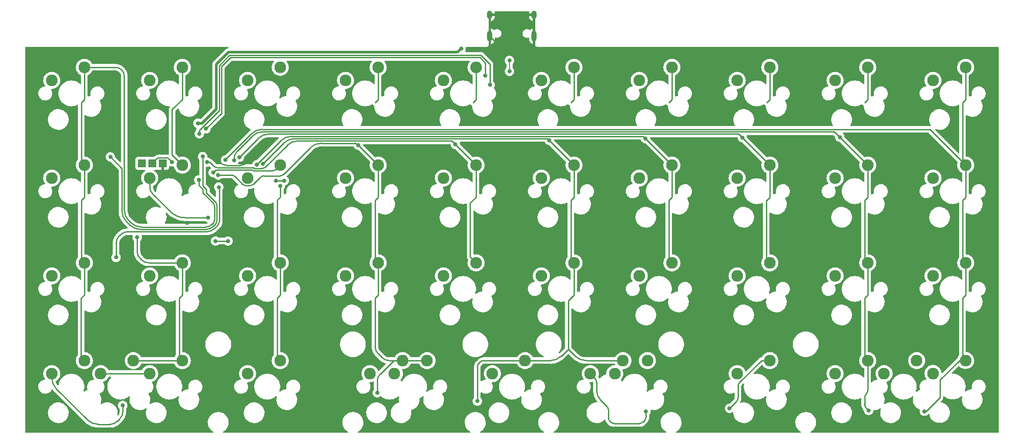
<source format=gbr>
%TF.GenerationSoftware,KiCad,Pcbnew,(6.99.0-222-g367431f825)*%
%TF.CreationDate,2022-01-13T21:14:39+01:00*%
%TF.ProjectId,Endeavour-2,456e6465-6176-46f7-9572-2d322e6b6963,rev?*%
%TF.SameCoordinates,Original*%
%TF.FileFunction,Copper,L1,Top*%
%TF.FilePolarity,Positive*%
%FSLAX46Y46*%
G04 Gerber Fmt 4.6, Leading zero omitted, Abs format (unit mm)*
G04 Created by KiCad (PCBNEW (6.99.0-222-g367431f825)) date 2022-01-13 21:14:39*
%MOMM*%
%LPD*%
G01*
G04 APERTURE LIST*
%TA.AperFunction,ComponentPad*%
%ADD10C,2.286000*%
%TD*%
%TA.AperFunction,ComponentPad*%
%ADD11O,1.000000X1.600000*%
%TD*%
%TA.AperFunction,ComponentPad*%
%ADD12O,1.000000X2.100000*%
%TD*%
%TA.AperFunction,ComponentPad*%
%ADD13C,1.524000*%
%TD*%
%TA.AperFunction,SMDPad,CuDef*%
%ADD14R,1.524000X1.524000*%
%TD*%
%TA.AperFunction,ViaPad*%
%ADD15C,0.800000*%
%TD*%
%TA.AperFunction,Conductor*%
%ADD16C,0.250000*%
%TD*%
%TA.AperFunction,Conductor*%
%ADD17C,0.500000*%
%TD*%
%TA.AperFunction,Conductor*%
%ADD18C,0.200000*%
%TD*%
G04 APERTURE END LIST*
D10*
%TO.P,K0,1*%
%TO.N,col0*%
X63530000Y-30250000D03*
%TO.P,K0,2*%
%TO.N,Net-(D0-A)*%
X57180000Y-32790000D03*
%TD*%
%TO.P,K1,1*%
%TO.N,col1*%
X82580000Y-30250000D03*
%TO.P,K1,2*%
%TO.N,Net-(D1-A)*%
X76230000Y-32790000D03*
%TD*%
%TO.P,K2,1*%
%TO.N,col2*%
X101630000Y-30250000D03*
%TO.P,K2,2*%
%TO.N,Net-(D2-A)*%
X95280000Y-32790000D03*
%TD*%
%TO.P,K3,1*%
%TO.N,col3*%
X120680000Y-30250000D03*
%TO.P,K3,2*%
%TO.N,Net-(D3-A)*%
X114330000Y-32790000D03*
%TD*%
%TO.P,K4,1*%
%TO.N,col4*%
X139730000Y-30250000D03*
%TO.P,K4,2*%
%TO.N,Net-(D4-A)*%
X133380000Y-32790000D03*
%TD*%
%TO.P,K6,1*%
%TO.N,col6*%
X177830000Y-30250000D03*
%TO.P,K6,2*%
%TO.N,Net-(D6-A)*%
X171480000Y-32790000D03*
%TD*%
%TO.P,K7,1*%
%TO.N,col7*%
X196880000Y-30250000D03*
%TO.P,K7,2*%
%TO.N,Net-(D7-A)*%
X190530000Y-32790000D03*
%TD*%
%TO.P,K8,1*%
%TO.N,col8*%
X215930000Y-30250000D03*
%TO.P,K8,2*%
%TO.N,Net-(D8-A)*%
X209580000Y-32790000D03*
%TD*%
%TO.P,K9,1*%
%TO.N,col9*%
X234980000Y-30250000D03*
%TO.P,K9,2*%
%TO.N,Net-(D9-A)*%
X228630000Y-32790000D03*
%TD*%
%TO.P,K10,1*%
%TO.N,col0*%
X63530000Y-49300000D03*
%TO.P,K10,2*%
%TO.N,Net-(D10-A)*%
X57180000Y-51840000D03*
%TD*%
%TO.P,K11,1*%
%TO.N,col1*%
X82580000Y-49300000D03*
%TO.P,K11,2*%
%TO.N,Net-(D11-A)*%
X76230000Y-51840000D03*
%TD*%
%TO.P,K12,1*%
%TO.N,col2*%
X101630000Y-49300000D03*
%TO.P,K12,2*%
%TO.N,Net-(D12-A)*%
X95280000Y-51840000D03*
%TD*%
%TO.P,K13,1*%
%TO.N,col3*%
X120680000Y-49300000D03*
%TO.P,K13,2*%
%TO.N,Net-(D13-A)*%
X114330000Y-51840000D03*
%TD*%
%TO.P,K14,1*%
%TO.N,col4*%
X139730000Y-49300000D03*
%TO.P,K14,2*%
%TO.N,Net-(D14-A)*%
X133380000Y-51840000D03*
%TD*%
%TO.P,K15,1*%
%TO.N,col5*%
X158780000Y-49300000D03*
%TO.P,K15,2*%
%TO.N,Net-(D15-A)*%
X152430000Y-51840000D03*
%TD*%
%TO.P,K16,1*%
%TO.N,col6*%
X177830000Y-49300000D03*
%TO.P,K16,2*%
%TO.N,Net-(D16-A)*%
X171480000Y-51840000D03*
%TD*%
%TO.P,K17,1*%
%TO.N,col7*%
X196880000Y-49300000D03*
%TO.P,K17,2*%
%TO.N,Net-(D17-A)*%
X190530000Y-51840000D03*
%TD*%
%TO.P,K18,1*%
%TO.N,col8*%
X215930000Y-49300000D03*
%TO.P,K18,2*%
%TO.N,Net-(D18-A)*%
X209580000Y-51840000D03*
%TD*%
%TO.P,K19,1*%
%TO.N,col9*%
X234980000Y-49300000D03*
%TO.P,K19,2*%
%TO.N,Net-(D19-A)*%
X228630000Y-51840000D03*
%TD*%
%TO.P,K20,1*%
%TO.N,col0*%
X63530000Y-68350000D03*
%TO.P,K20,2*%
%TO.N,Net-(D20-A)*%
X57180000Y-70890000D03*
%TD*%
%TO.P,K21,1*%
%TO.N,col1*%
X82580000Y-68350000D03*
%TO.P,K21,2*%
%TO.N,Net-(D21-A)*%
X76230000Y-70890000D03*
%TD*%
%TO.P,K22,1*%
%TO.N,col2*%
X101630000Y-68350000D03*
%TO.P,K22,2*%
%TO.N,Net-(D22-A)*%
X95280000Y-70890000D03*
%TD*%
%TO.P,K23,1*%
%TO.N,col3*%
X120680000Y-68350000D03*
%TO.P,K23,2*%
%TO.N,Net-(D23-A)*%
X114330000Y-70890000D03*
%TD*%
%TO.P,K24,1*%
%TO.N,col4*%
X139730000Y-68350000D03*
%TO.P,K24,2*%
%TO.N,Net-(D24-A)*%
X133380000Y-70890000D03*
%TD*%
%TO.P,K25,1*%
%TO.N,col5*%
X158780000Y-68350000D03*
%TO.P,K25,2*%
%TO.N,Net-(D25-A)*%
X152430000Y-70890000D03*
%TD*%
%TO.P,K26,1*%
%TO.N,col6*%
X177830000Y-68350000D03*
%TO.P,K26,2*%
%TO.N,Net-(D26-A)*%
X171480000Y-70890000D03*
%TD*%
%TO.P,K27,1*%
%TO.N,col7*%
X196880000Y-68350000D03*
%TO.P,K27,2*%
%TO.N,Net-(D27-A)*%
X190530000Y-70890000D03*
%TD*%
%TO.P,K28,1*%
%TO.N,col8*%
X215930000Y-68350000D03*
%TO.P,K28,2*%
%TO.N,Net-(D28-A)*%
X209580000Y-70890000D03*
%TD*%
%TO.P,K29,1*%
%TO.N,col9*%
X234980000Y-68350000D03*
%TO.P,K29,2*%
%TO.N,Net-(D29-A)*%
X228630000Y-70890000D03*
%TD*%
%TO.P,1u1,1*%
%TO.N,col0*%
X63530000Y-87400000D03*
%TO.P,1u1,2*%
%TO.N,Net-(D30-A)*%
X57180000Y-89940000D03*
%TD*%
%TO.P,1u2,1*%
%TO.N,col1*%
X82580000Y-87400000D03*
%TO.P,1u2,2*%
%TO.N,Net-(D31-A)*%
X76230000Y-89940000D03*
%TD*%
%TO.P,1u3,1*%
%TO.N,col2*%
X101630000Y-87400000D03*
%TO.P,1u3,2*%
%TO.N,Net-(D32-A)*%
X95280000Y-89940000D03*
%TD*%
%TO.P,2u1,1*%
%TO.N,col3*%
X130205000Y-87400000D03*
%TO.P,2u1,2*%
%TO.N,Net-(D33-A)*%
X123855000Y-89940000D03*
%TD*%
%TO.P,2u2,1*%
%TO.N,col5*%
X168305000Y-87400000D03*
%TO.P,2u2,2*%
%TO.N,Net-(D35-A)*%
X161955000Y-89940000D03*
%TD*%
%TO.P,1u6,1*%
%TO.N,col7*%
X196880000Y-87400000D03*
%TO.P,1u6,2*%
%TO.N,Net-(D37-A)*%
X190530000Y-89940000D03*
%TD*%
%TO.P,1u7,1*%
%TO.N,col8*%
X215930000Y-87400000D03*
%TO.P,1u7,2*%
%TO.N,Net-(D38-A)*%
X209580000Y-89940000D03*
%TD*%
%TO.P,1u8,1*%
%TO.N,col9*%
X234980000Y-87380000D03*
%TO.P,1u8,2*%
%TO.N,Net-(D39-A)*%
X228630000Y-89920000D03*
%TD*%
%TO.P,K5,1*%
%TO.N,col5*%
X158780000Y-30250000D03*
%TO.P,K5,2*%
%TO.N,Net-(D5-A)*%
X152430000Y-32790000D03*
%TD*%
%TO.P,SPACE1,1*%
%TO.N,col5*%
X149255000Y-87400000D03*
%TO.P,SPACE1,2*%
%TO.N,Net-(D35-A)*%
X142905000Y-89940000D03*
%TD*%
%TO.P,1.5u1,1*%
%TO.N,col3*%
X125442500Y-87400000D03*
%TO.P,1.5u1,2*%
%TO.N,Net-(D33-A)*%
X119092500Y-89940000D03*
%TD*%
%TO.P,1.5u2,1*%
%TO.N,col6*%
X173067500Y-87400000D03*
%TO.P,1.5u2,2*%
%TO.N,Net-(D36-A)*%
X166717500Y-89940000D03*
%TD*%
%TO.P,1u_space2,1*%
%TO.N,col8*%
X225455000Y-87400000D03*
%TO.P,1u_space2,2*%
%TO.N,Net-(D38-A)*%
X219105000Y-89940000D03*
%TD*%
%TO.P,1u_space1,1*%
%TO.N,col1*%
X73055000Y-87400000D03*
%TO.P,1u_space1,2*%
%TO.N,Net-(D31-A)*%
X66705000Y-89940000D03*
%TD*%
D11*
%TO.P,J1,S1,SHIELD*%
%TO.N,GND*%
X142395000Y-19992500D03*
D12*
X142395000Y-24172500D03*
D11*
X151035000Y-19992500D03*
D12*
X151035000Y-24172500D03*
%TD*%
D13*
%TO.P,JP1,1,A*%
%TO.N,+5*%
X74725000Y-48939000D03*
D14*
X74735000Y-48949000D03*
D13*
%TO.P,JP1,2,C*%
%TO.N,LED-CTRL*%
X76725000Y-48939000D03*
D14*
X76735000Y-48949000D03*
%TO.P,JP1,3,B*%
%TO.N,GND*%
X78735000Y-48949000D03*
D13*
X78735000Y-48959000D03*
%TD*%
D15*
%TO.N,GND*%
X83530000Y-60550000D03*
X87250000Y-63460000D03*
X99010000Y-58110000D03*
X225580000Y-80690000D03*
X172970000Y-75590000D03*
X196780000Y-78440000D03*
X176230000Y-77520000D03*
X94480000Y-56430000D03*
X147900000Y-27590000D03*
X73365000Y-46605000D03*
X76140000Y-45430000D03*
X81930000Y-46000000D03*
X148610000Y-73350000D03*
X212420000Y-43800000D03*
X129640000Y-73360000D03*
X208890000Y-75040000D03*
X110730000Y-73330000D03*
X224280000Y-73510000D03*
X150770000Y-26340000D03*
X90850000Y-45070000D03*
X207600000Y-80530000D03*
X87750000Y-46090000D03*
X98720000Y-45290000D03*
X71600000Y-73530000D03*
%TO.N,Net-(D30-A)*%
X70980000Y-96120000D03*
%TO.N,+5*%
X136830000Y-26610000D03*
X85607107Y-41142893D03*
%TO.N,Net-(D35-A)*%
X172790000Y-97270000D03*
%TO.N,row1*%
X89040000Y-64100000D03*
X91470000Y-64100000D03*
%TO.N,Net-(D11-A)*%
X87600000Y-59550000D03*
%TO.N,Net-(D12-A)*%
X102420000Y-52320000D03*
X100800000Y-52320000D03*
%TO.N,row3*%
X69690000Y-67280000D03*
X89680000Y-53590000D03*
%TO.N,D-*%
X146230000Y-28910000D03*
X146230000Y-31020000D03*
%TO.N,col0*%
X85770000Y-52190000D03*
%TO.N,col1*%
X73790000Y-63380000D03*
%TO.N,col2*%
X101650000Y-53380000D03*
X88575000Y-50755000D03*
%TO.N,col3*%
X120501250Y-93671250D03*
X116795000Y-45415000D03*
X89560000Y-51240000D03*
%TO.N,col4*%
X87370000Y-48720000D03*
X135700000Y-45270000D03*
%TO.N,col5*%
X139980000Y-95290000D03*
X98280000Y-49050000D03*
X153935000Y-44455000D03*
%TO.N,col6*%
X97070000Y-49230000D03*
X172680000Y-44150000D03*
%TO.N,col7*%
X93700000Y-47750000D03*
X189050000Y-96700000D03*
X191540000Y-43960000D03*
%TO.N,col8*%
X216100000Y-97120000D03*
X92660000Y-48400000D03*
X210500000Y-43850000D03*
%TO.N,col9*%
X90985000Y-48295000D03*
X226950000Y-97270000D03*
%TO.N,Net-(U1-D-)*%
X87190000Y-42220000D03*
X141520000Y-31890000D03*
%TO.N,Net-(U1-D+)*%
X142440000Y-33670000D03*
X85880000Y-43200000D03*
%TO.N,Net-(U1-PC1/~{RESET})*%
X68580000Y-47700000D03*
X86540000Y-47640000D03*
%TO.N,LED-CTRL*%
X80565000Y-48685000D03*
%TD*%
D16*
%TO.N,GND*%
X73365000Y-46605000D02*
X74965000Y-46605000D01*
X74965000Y-46605000D02*
X76140000Y-45430000D01*
X150770000Y-26340000D02*
X150850000Y-26340000D01*
X87750000Y-46090000D02*
X82020000Y-46090000D01*
X144562500Y-26340000D02*
X150770000Y-26340000D01*
X150850000Y-26340000D02*
X151974214Y-27464214D01*
X89814213Y-48759204D02*
X88042893Y-46987884D01*
X82020000Y-46090000D02*
X81930000Y-46000000D01*
X90850000Y-45070000D02*
X90415786Y-45504214D01*
X142395000Y-24172500D02*
X144562500Y-26340000D01*
X89001573Y-46090000D02*
X87750000Y-46090000D01*
X93836582Y-49344991D02*
X91228427Y-49344991D01*
X98720000Y-45290000D02*
X95250795Y-48759205D01*
X152560000Y-28878427D02*
X152560000Y-29480000D01*
X87750000Y-46280777D02*
X87750000Y-46090000D01*
X90415786Y-45504214D02*
G75*
G02*
X89001573Y-46090000I-1414213J1414214D01*
G01*
X151974214Y-27464214D02*
G75*
G02*
X152560000Y-28878427I-1414214J-1414213D01*
G01*
X87750001Y-46280777D02*
G75*
G03*
X88042894Y-46987883I999993J-3D01*
G01*
X89814213Y-48759204D02*
G75*
G03*
X91228427Y-49344991I1414214J1414213D01*
G01*
X93836582Y-49344990D02*
G75*
G03*
X95250794Y-48759204I0J1999999D01*
G01*
%TO.N,Net-(D30-A)*%
X68501573Y-99830000D02*
X66233187Y-99830000D01*
X71010000Y-97321573D02*
X71010000Y-96150000D01*
X69915787Y-99244213D02*
X70424214Y-98735786D01*
X58058680Y-92898134D02*
X64111867Y-98951321D01*
X71010000Y-96150000D02*
X70980000Y-96120000D01*
X57180000Y-89940000D02*
X57180000Y-90776813D01*
X57180001Y-90776813D02*
G75*
G03*
X58058681Y-92898133I2999993J-3D01*
G01*
X68501573Y-99829999D02*
G75*
G03*
X69915786Y-99244212I0J1999999D01*
G01*
X71009999Y-97321573D02*
G75*
G02*
X70424213Y-98735785I-1999999J0D01*
G01*
X66233187Y-99830000D02*
G75*
G02*
X64111867Y-98951321I-1J2999998D01*
G01*
D17*
%TO.N,+5*%
X91810000Y-27305961D02*
X133854039Y-27305961D01*
X136134039Y-27305961D02*
X136830000Y-26610000D01*
X135735961Y-27305961D02*
X136134039Y-27305961D01*
X88986446Y-38586446D02*
X89165960Y-38406932D01*
X89165960Y-29665828D02*
X91525827Y-27305961D01*
X89165960Y-33130000D02*
X89165960Y-29665828D01*
X91525827Y-27305961D02*
X91810000Y-27305961D01*
X89165960Y-38406932D02*
X89165960Y-33130000D01*
X86429999Y-41142893D02*
X88986446Y-38586446D01*
X133854039Y-27305961D02*
X135735961Y-27305961D01*
X85607107Y-41142893D02*
X86429999Y-41142893D01*
D16*
%TO.N,Net-(D31-A)*%
X76230000Y-89940000D02*
X66705000Y-89940000D01*
%TO.N,Net-(D35-A)*%
X165490000Y-97084214D02*
X165490000Y-98565786D01*
X166574214Y-99650000D02*
X171515786Y-99650000D01*
X164038679Y-95218679D02*
X165197107Y-96377107D01*
X161955000Y-89940000D02*
X162867107Y-90852107D01*
X165782893Y-99272893D02*
X165867107Y-99357107D01*
X172222893Y-99357107D02*
X172497107Y-99082893D01*
X163160000Y-91559214D02*
X163160000Y-93097359D01*
X172790000Y-98375786D02*
X172790000Y-97270000D01*
X172222893Y-99357107D02*
G75*
G02*
X171515786Y-99650000I-707104J707101D01*
G01*
X165490001Y-98565786D02*
G75*
G03*
X165782894Y-99272892I999993J-3D01*
G01*
X163159999Y-91559214D02*
G75*
G03*
X162867106Y-90852108I-999998J1D01*
G01*
X165197107Y-96377107D02*
G75*
G02*
X165490000Y-97084214I-707106J-707106D01*
G01*
X172789999Y-98375786D02*
G75*
G02*
X172497106Y-99082892I-999993J-3D01*
G01*
X164038679Y-95218679D02*
G75*
G02*
X163160000Y-93097359I2121319J2121319D01*
G01*
X166574214Y-99649999D02*
G75*
G02*
X165867108Y-99357106I-3J999993D01*
G01*
%TO.N,row1*%
X91470000Y-64100000D02*
X89040000Y-64100000D01*
%TO.N,Net-(D11-A)*%
X83086854Y-59550000D02*
X87600000Y-59550000D01*
X76815787Y-54935787D02*
X80258427Y-58378427D01*
X76230000Y-51840000D02*
X76230000Y-53521573D01*
X80258427Y-58378427D02*
G75*
G03*
X83086854Y-59550000I2828427J2828426D01*
G01*
X76230001Y-53521573D02*
G75*
G03*
X76815788Y-54935786I1999999J0D01*
G01*
%TO.N,Net-(D12-A)*%
X100800000Y-52320000D02*
X102420000Y-52320000D01*
%TO.N,row3*%
X89750960Y-60332048D02*
X89750960Y-53660960D01*
X89750960Y-53660960D02*
X89680000Y-53590000D01*
X88803969Y-61693253D02*
X89458067Y-61039155D01*
X87389755Y-62279040D02*
X71969387Y-62279040D01*
X69690000Y-64558427D02*
X69690000Y-67280000D01*
X70555173Y-62864827D02*
X70275786Y-63144214D01*
X87389755Y-62279039D02*
G75*
G03*
X88803968Y-61693252I0J1999999D01*
G01*
X69690001Y-64558427D02*
G75*
G02*
X70275787Y-63144215I1999999J0D01*
G01*
X71969387Y-62279041D02*
G75*
G03*
X70555174Y-62864828I0J-1999999D01*
G01*
X89750959Y-60332048D02*
G75*
G02*
X89458066Y-61039154I-999993J-3D01*
G01*
D18*
%TO.N,D-*%
X146230000Y-31020000D02*
X146230000Y-28910000D01*
D16*
%TO.N,col0*%
X62875000Y-86745000D02*
X63530000Y-87400000D01*
X86602893Y-54047650D02*
X86602893Y-54698610D01*
X88559027Y-60666759D02*
X88431572Y-60794214D01*
X85770000Y-52190000D02*
X85770000Y-53214757D01*
X62925479Y-56143547D02*
X62925479Y-67745479D01*
X62925479Y-37093547D02*
X62925479Y-48695479D01*
X63530000Y-74589026D02*
X62875000Y-75244026D01*
X62925479Y-67745479D02*
X63530000Y-68350000D01*
X88851920Y-57361851D02*
X88851920Y-59959652D01*
X87017359Y-61380000D02*
X74652641Y-61380000D01*
X62875000Y-75244026D02*
X62875000Y-86745000D01*
X62925479Y-48695479D02*
X63530000Y-49300000D01*
X70840660Y-30830660D02*
X70699340Y-30689340D01*
X85770000Y-53214757D02*
X86602893Y-54047650D01*
X71280000Y-58007359D02*
X71280000Y-31891320D01*
X63530000Y-30250000D02*
X63530000Y-36489026D01*
X69638680Y-30250000D02*
X63530000Y-30250000D01*
X63530000Y-68350000D02*
X63530000Y-74589026D01*
X63530000Y-36489026D02*
X62925479Y-37093547D01*
X63530000Y-49300000D02*
X63530000Y-55539026D01*
X86602893Y-54698610D02*
X88559027Y-56654744D01*
X63530000Y-55539026D02*
X62925479Y-56143547D01*
X72531320Y-60501320D02*
X72158679Y-60128679D01*
X87017359Y-61379999D02*
G75*
G03*
X88431571Y-60794213I0J1999999D01*
G01*
X88851919Y-57361851D02*
G75*
G03*
X88559026Y-56654745I-999993J3D01*
G01*
X72531320Y-60501320D02*
G75*
G03*
X74652641Y-61380000I2121318J2121314D01*
G01*
X70840660Y-30830660D02*
G75*
G02*
X71280000Y-31891320I-1060662J-1060661D01*
G01*
X69638680Y-30250001D02*
G75*
G02*
X70699339Y-30689341I-1J-1500001D01*
G01*
X88851919Y-59959652D02*
G75*
G02*
X88559026Y-60666758I-999993J-3D01*
G01*
X71280000Y-58007359D02*
G75*
G03*
X72158679Y-60128679I2999998J-1D01*
G01*
%TO.N,col1*%
X82580000Y-36489026D02*
X80904513Y-38164513D01*
X81975479Y-75193547D02*
X81975479Y-86795479D01*
X82580000Y-30250000D02*
X82580000Y-36489026D01*
X81975479Y-86795479D02*
X82580000Y-87400000D01*
X80580000Y-47300000D02*
X82580000Y-49300000D01*
X74614213Y-67764213D02*
X74365786Y-67515786D01*
X82580000Y-68350000D02*
X82580000Y-74589026D01*
X73780000Y-63390000D02*
X73790000Y-63380000D01*
X82580000Y-68350000D02*
X76028427Y-68350000D01*
X80580000Y-47300000D02*
X80580000Y-38489026D01*
X82580000Y-87400000D02*
X73055000Y-87400000D01*
X80580000Y-38489026D02*
X80904513Y-38164513D01*
X73780000Y-66101573D02*
X73780000Y-63390000D01*
X82580000Y-74589026D02*
X81975479Y-75193547D01*
X73780001Y-66101573D02*
G75*
G03*
X74365787Y-67515785I1999999J0D01*
G01*
X76028427Y-68349999D02*
G75*
G02*
X74614214Y-67764212I0J1999999D01*
G01*
%TO.N,col2*%
X101650000Y-53380000D02*
X101650000Y-55519026D01*
X101630000Y-74589026D02*
X101025479Y-75193547D01*
X89085969Y-50244031D02*
X96258313Y-50244031D01*
X101025479Y-75193547D02*
X101025479Y-86795479D01*
X100812893Y-50117107D02*
X101630000Y-49300000D01*
X101025479Y-56143547D02*
X101025479Y-67745479D01*
X101025479Y-67745479D02*
X101630000Y-68350000D01*
X101025479Y-86795479D02*
X101630000Y-87400000D01*
X88575000Y-50755000D02*
X89085969Y-50244031D01*
X96424282Y-50410000D02*
X100105786Y-50410000D01*
X101650000Y-55519026D02*
X101025479Y-56143547D01*
X101630000Y-68350000D02*
X101630000Y-74589026D01*
X96258313Y-50244031D02*
X96424282Y-50410000D01*
X100105786Y-50409999D02*
G75*
G03*
X100812892Y-50117106I3J999993D01*
G01*
%TO.N,col3*%
X120680000Y-36489026D02*
X120075479Y-37093547D01*
X120501250Y-93671250D02*
X120501250Y-91435052D01*
X94304618Y-53014618D02*
X92822893Y-51532893D01*
X101585786Y-51400000D02*
X98454214Y-51400000D01*
X120680000Y-74589026D02*
X120075479Y-75193547D01*
X95718275Y-53307511D02*
X95011725Y-53307511D01*
X120075479Y-75193547D02*
X120075479Y-84647052D01*
X120680000Y-68350000D02*
X120680000Y-74589026D01*
X107484200Y-45915800D02*
X102292893Y-51107107D01*
X120680000Y-55539026D02*
X120075479Y-56143547D01*
X92115786Y-51240000D02*
X89560000Y-51240000D01*
X122828427Y-87400000D02*
X130205000Y-87400000D01*
X121087037Y-90020838D02*
X123707875Y-87400000D01*
X120680000Y-49300000D02*
X116795000Y-45415000D01*
X120075479Y-56143547D02*
X120075479Y-67745479D01*
X116795000Y-45415000D02*
X116563566Y-45183566D01*
X120661266Y-86061266D02*
X121414213Y-86814213D01*
X120680000Y-30250000D02*
X120680000Y-36489026D01*
X120680000Y-49300000D02*
X120680000Y-55539026D01*
X116210013Y-45037120D02*
X109605521Y-45037120D01*
X120075479Y-67745479D02*
X120680000Y-68350000D01*
X97747107Y-51692893D02*
X96425382Y-53014618D01*
X123707875Y-87400000D02*
X125442500Y-87400000D01*
X101585786Y-51399999D02*
G75*
G03*
X102292892Y-51107106I3J999993D01*
G01*
X122828427Y-87399999D02*
G75*
G02*
X121414214Y-86814212I0J1999999D01*
G01*
X97747107Y-51692893D02*
G75*
G02*
X98454214Y-51400000I707104J-707101D01*
G01*
X95718275Y-53307510D02*
G75*
G03*
X96425381Y-53014617I3J999993D01*
G01*
X120075480Y-84647052D02*
G75*
G03*
X120661267Y-86061265I1999999J0D01*
G01*
X107484200Y-45915800D02*
G75*
G02*
X109605521Y-45037120I2121323J-2121325D01*
G01*
X120501251Y-91435052D02*
G75*
G02*
X121087038Y-90020839I1999999J0D01*
G01*
X92115786Y-51240001D02*
G75*
G02*
X92822892Y-51532894I3J-999993D01*
G01*
X94304618Y-53014618D02*
G75*
G03*
X95011725Y-53307511I707106J707106D01*
G01*
X116210013Y-45037121D02*
G75*
G02*
X116563566Y-45183566I0J-500001D01*
G01*
%TO.N,col4*%
X139730000Y-68350000D02*
X138587000Y-67207000D01*
X98071275Y-49954511D02*
X96604511Y-49954511D01*
X96444510Y-49794511D02*
X89418725Y-49794511D01*
X88711618Y-49501618D02*
X87930000Y-48720000D01*
X139730000Y-36489026D02*
X139125479Y-37093547D01*
X135017600Y-44587600D02*
X105095041Y-44587600D01*
X139730000Y-49300000D02*
X135700000Y-45270000D01*
X139730000Y-55539026D02*
X139730000Y-49300000D01*
X138587000Y-56682026D02*
X139730000Y-55539026D01*
X87930000Y-48720000D02*
X87370000Y-48720000D01*
X102973720Y-45466280D02*
X98778382Y-49661618D01*
X96604511Y-49954511D02*
X96444510Y-49794511D01*
X138587000Y-67207000D02*
X138587000Y-56682026D01*
X139730000Y-30250000D02*
X139730000Y-36489026D01*
X139125479Y-48695479D02*
X139730000Y-49300000D01*
X135700000Y-45270000D02*
X135017600Y-44587600D01*
X105095041Y-44587601D02*
G75*
G03*
X102973721Y-45466281I-3J-2999993D01*
G01*
X98071275Y-49954510D02*
G75*
G03*
X98778381Y-49661617I1J999998D01*
G01*
X88711618Y-49501618D02*
G75*
G03*
X89418725Y-49794511I707106J707106D01*
G01*
%TO.N,col5*%
X149255000Y-87400000D02*
X141224214Y-87400000D01*
X98280000Y-49050000D02*
X98280000Y-48750000D01*
X140517107Y-87692893D02*
X140272893Y-87937107D01*
X158780000Y-68350000D02*
X158780000Y-74589026D01*
X149255000Y-87400000D02*
X154207359Y-87400000D01*
X158780000Y-49300000D02*
X153935000Y-44455000D01*
X158780000Y-30250000D02*
X158780000Y-36489026D01*
X158780000Y-36489026D02*
X158175479Y-37093547D01*
X158780000Y-74589026D02*
X157675000Y-75694026D01*
X158150000Y-67720000D02*
X158780000Y-68350000D01*
X98280000Y-49050000D02*
X102313241Y-45016759D01*
X157675000Y-85175000D02*
X159021321Y-86521321D01*
X158150000Y-56169026D02*
X158150000Y-67720000D01*
X156328680Y-86521320D02*
X157675000Y-85175000D01*
X139980000Y-95290000D02*
X140010000Y-95320000D01*
X161142641Y-87400000D02*
X168305000Y-87400000D01*
X139980000Y-88644214D02*
X139980000Y-95290000D01*
X104434561Y-44138080D02*
X153618080Y-44138080D01*
X153618080Y-44138080D02*
X153935000Y-44455000D01*
X158780000Y-49300000D02*
X158780000Y-55539026D01*
X157675000Y-75694026D02*
X157675000Y-85175000D01*
X158780000Y-55539026D02*
X158150000Y-56169026D01*
X140272893Y-87937107D02*
G75*
G03*
X139980000Y-88644214I707106J-707106D01*
G01*
X140517107Y-87692893D02*
G75*
G02*
X141224214Y-87400000I707106J-707106D01*
G01*
X104434561Y-44138080D02*
G75*
G03*
X102313241Y-45016759I-1J-2999998D01*
G01*
X161142641Y-87400000D02*
G75*
G02*
X159021321Y-86521321I-1J2999998D01*
G01*
X156328680Y-86521320D02*
G75*
G02*
X154207359Y-87400000I-2121323J2121325D01*
G01*
%TO.N,col6*%
X172680000Y-44150000D02*
X177830000Y-49300000D01*
X177225479Y-56143547D02*
X177225479Y-67745479D01*
X172218560Y-43688560D02*
X103854081Y-43688560D01*
X177225479Y-67745479D02*
X177830000Y-68350000D01*
X172680000Y-44150000D02*
X172218560Y-43688560D01*
X101732760Y-44567240D02*
X97070000Y-49230000D01*
X177830000Y-36489026D02*
X177225479Y-37093547D01*
X177830000Y-30250000D02*
X177830000Y-36489026D01*
X177830000Y-49300000D02*
X177830000Y-55539026D01*
X177830000Y-55539026D02*
X177225479Y-56143547D01*
X101732760Y-44567240D02*
G75*
G02*
X103854081Y-43688560I2121323J-2121325D01*
G01*
%TO.N,col7*%
X190407107Y-95342893D02*
X189050000Y-96700000D01*
X190819040Y-43239040D02*
X99453601Y-43239040D01*
X196880000Y-55539026D02*
X196175000Y-56244026D01*
X196175000Y-67645000D02*
X196880000Y-68350000D01*
X190700000Y-92377768D02*
X190700000Y-93900000D01*
X196880000Y-87400000D02*
X195263554Y-87400000D01*
X196175000Y-56244026D02*
X196175000Y-67645000D01*
X196880000Y-49300000D02*
X196880000Y-55539026D01*
X196880000Y-30250000D02*
X196880000Y-36489026D01*
X196880000Y-49300000D02*
X191540000Y-43960000D01*
X191540000Y-43960000D02*
X190819040Y-43239040D01*
X196880000Y-36489026D02*
X196275479Y-37093547D01*
X195263554Y-87400000D02*
X190992893Y-91670661D01*
X97332280Y-44117720D02*
X93700000Y-47750000D01*
X190700000Y-93900000D02*
X190700000Y-94635786D01*
X99453601Y-43239041D02*
G75*
G03*
X97332281Y-44117721I-3J-2999993D01*
G01*
X190700001Y-92377768D02*
G75*
G02*
X190992894Y-91670662I999993J3D01*
G01*
X190699999Y-94635786D02*
G75*
G02*
X190407106Y-95342892I-999993J-3D01*
G01*
%TO.N,col8*%
X215930000Y-55539026D02*
X215325479Y-56143547D01*
X209419520Y-42789520D02*
X215930000Y-49300000D01*
X215325479Y-86795479D02*
X215325479Y-75193547D01*
X215930000Y-30250000D02*
X215930000Y-36489026D01*
X215930000Y-68350000D02*
X215930000Y-74589026D01*
X92660000Y-48400000D02*
X92660000Y-48024145D01*
X93245787Y-46609931D02*
X96187519Y-43668199D01*
X216100000Y-97120000D02*
X215618372Y-96638372D01*
X215930000Y-87400000D02*
X215325479Y-86795479D01*
X98308839Y-42789520D02*
X209419520Y-42789520D01*
X215930000Y-87400000D02*
X215930000Y-93224812D01*
X215325479Y-95931265D02*
X215325479Y-94657761D01*
X215325479Y-56143547D02*
X215325479Y-67745479D01*
X215930000Y-36489026D02*
X215325479Y-37093547D01*
X215325479Y-75193547D02*
X215930000Y-74589026D01*
X215930000Y-49300000D02*
X215930000Y-55539026D01*
X215325479Y-67745479D02*
X215930000Y-68350000D01*
X215618372Y-93950654D02*
X215637107Y-93931919D01*
X215325480Y-95931265D02*
G75*
G03*
X215618373Y-96638371I999993J-3D01*
G01*
X215637107Y-93931919D02*
G75*
G03*
X215930000Y-93224812I-707106J707106D01*
G01*
X215325480Y-94657761D02*
G75*
G02*
X215618373Y-93950655I999993J3D01*
G01*
X96187519Y-43668199D02*
G75*
G02*
X98308839Y-42789520I2121319J-2121319D01*
G01*
X93245787Y-46609931D02*
G75*
G03*
X92660000Y-48024145I1414213J-1414214D01*
G01*
%TO.N,col9*%
X98122641Y-42340000D02*
X228020000Y-42340000D01*
X90985000Y-48295000D02*
X90985000Y-48235000D01*
X234375479Y-86775479D02*
X234980000Y-87380000D01*
X234980000Y-74589026D02*
X234375479Y-75193547D01*
X234375479Y-75193547D02*
X234375479Y-86775479D01*
X229982893Y-94617107D02*
X227390000Y-97210000D01*
X234225000Y-67595000D02*
X234980000Y-68350000D01*
X229982893Y-91167107D02*
X229982893Y-94617107D01*
X234980000Y-87380000D02*
X233770000Y-87380000D01*
X228020000Y-42340000D02*
X234980000Y-49300000D01*
X227390000Y-97210000D02*
X227330000Y-97270000D01*
X233770000Y-87380000D02*
X229982893Y-91167107D01*
X234980000Y-55539026D02*
X234375479Y-56143547D01*
X234375479Y-48695479D02*
X234980000Y-49300000D01*
X227330000Y-97270000D02*
X226950000Y-97270000D01*
X234980000Y-49300000D02*
X234980000Y-55539026D01*
X234375479Y-67745479D02*
X234980000Y-68350000D01*
X234980000Y-30250000D02*
X234980000Y-36489026D01*
X234980000Y-36489026D02*
X234375479Y-37093547D01*
X90985000Y-48235000D02*
X96001320Y-43218680D01*
X234375479Y-56143547D02*
X234375479Y-67745479D01*
X234980000Y-68350000D02*
X234980000Y-74589026D01*
X234375479Y-37093547D02*
X234375479Y-48695479D01*
X98122641Y-42340000D02*
G75*
G03*
X96001320Y-43218680I2J-3000005D01*
G01*
%TO.N,Net-(U1-D-)*%
X90190000Y-39220000D02*
X90190000Y-30090000D01*
X140460000Y-28330000D02*
X91950000Y-28330000D01*
X141520000Y-29390000D02*
X140460000Y-28330000D01*
X141520000Y-31890000D02*
X141520000Y-29390000D01*
X90190000Y-30090000D02*
X91950000Y-28330000D01*
X87190000Y-42220000D02*
X90190000Y-39220000D01*
%TO.N,Net-(U1-D+)*%
X85880000Y-43200000D02*
X85880000Y-42505386D01*
X140646197Y-27880480D02*
X94019520Y-27880480D01*
X91763802Y-27880480D02*
X94019520Y-27880480D01*
X89740480Y-29903802D02*
X91763802Y-27880480D01*
X142440000Y-29674282D02*
X140646197Y-27880480D01*
X85880000Y-42505386D02*
X89740480Y-38644906D01*
X142440000Y-33670000D02*
X142440000Y-29674282D01*
X89740480Y-38644906D02*
X89740480Y-29903802D01*
%TO.N,Net-(U1-PC1/~{RESET})*%
X86540000Y-47640000D02*
X86540000Y-53349039D01*
X70830480Y-58217839D02*
X70830480Y-51310480D01*
X89301440Y-57175654D02*
X89301440Y-60145850D01*
X86540000Y-53349039D02*
X87270000Y-54079039D01*
X72320840Y-60950840D02*
X71709159Y-60339159D01*
X87270000Y-54730000D02*
X89008547Y-56468547D01*
X87270000Y-54079039D02*
X87270000Y-54730000D01*
X89008547Y-60852957D02*
X88617770Y-61243734D01*
X87203557Y-61829520D02*
X74442161Y-61829520D01*
X70830480Y-51310480D02*
X70830480Y-49950480D01*
X70830480Y-49950480D02*
X68580000Y-47700000D01*
X70830480Y-58217839D02*
G75*
G03*
X71709159Y-60339159I2999998J-1D01*
G01*
X88617770Y-61243734D02*
G75*
G02*
X87203557Y-61829520I-1414213J1414214D01*
G01*
X89008547Y-60852957D02*
G75*
G03*
X89301440Y-60145850I-707106J707106D01*
G01*
X72320840Y-60950840D02*
G75*
G03*
X74442161Y-61829520I2121323J2121325D01*
G01*
X89301439Y-57175654D02*
G75*
G03*
X89008546Y-56468548I-999993J3D01*
G01*
%TO.N,LED-CTRL*%
X78215725Y-47862489D02*
X79328275Y-47862489D01*
X80035382Y-48155382D02*
X80565000Y-48685000D01*
X76725000Y-48939000D02*
X77508618Y-48155382D01*
X80565000Y-48685000D02*
X80570000Y-48690000D01*
X77508618Y-48155382D02*
G75*
G02*
X78215725Y-47862489I707106J-707106D01*
G01*
X80035382Y-48155382D02*
G75*
G03*
X79328275Y-47862489I-707106J-707106D01*
G01*
%TD*%
%TA.AperFunction,Conductor*%
%TO.N,GND*%
G36*
X149998561Y-19318002D02*
G01*
X150045054Y-19371658D01*
X150055158Y-19441932D01*
X150050542Y-19462100D01*
X150046118Y-19476045D01*
X150043571Y-19488030D01*
X150027393Y-19632261D01*
X150027000Y-19639285D01*
X150027000Y-19720385D01*
X150031475Y-19735624D01*
X150032865Y-19736829D01*
X150040548Y-19738500D01*
X151096000Y-19738500D01*
X151164121Y-19758502D01*
X151210614Y-19812158D01*
X151222000Y-19864500D01*
X151222000Y-25781298D01*
X151221998Y-25782068D01*
X151221524Y-25859652D01*
X151223990Y-25868281D01*
X151223991Y-25868286D01*
X151229639Y-25888048D01*
X151233217Y-25904809D01*
X151236130Y-25925152D01*
X151236133Y-25925162D01*
X151237405Y-25934045D01*
X151248021Y-25957395D01*
X151254464Y-25974907D01*
X151261512Y-25999565D01*
X151277274Y-26024548D01*
X151285404Y-26039614D01*
X151297633Y-26066510D01*
X151314374Y-26085939D01*
X151325479Y-26100947D01*
X151339160Y-26122631D01*
X151345888Y-26128573D01*
X151361296Y-26142181D01*
X151373340Y-26154373D01*
X151392619Y-26176747D01*
X151400147Y-26181626D01*
X151400150Y-26181629D01*
X151414139Y-26190696D01*
X151429013Y-26201986D01*
X151448228Y-26218956D01*
X151456354Y-26222771D01*
X151456355Y-26222772D01*
X151462021Y-26225432D01*
X151474966Y-26231510D01*
X151489935Y-26239824D01*
X151514727Y-26255893D01*
X151531650Y-26260954D01*
X151539290Y-26263239D01*
X151556736Y-26269901D01*
X151579948Y-26280799D01*
X151609130Y-26285343D01*
X151625849Y-26289126D01*
X151645536Y-26295014D01*
X151645539Y-26295015D01*
X151654141Y-26297587D01*
X151663116Y-26297642D01*
X151663117Y-26297642D01*
X151669810Y-26297683D01*
X151688556Y-26297797D01*
X151689328Y-26297830D01*
X151690423Y-26298000D01*
X151721298Y-26298000D01*
X151722068Y-26298002D01*
X151795716Y-26298452D01*
X151795717Y-26298452D01*
X151799652Y-26298476D01*
X151800996Y-26298092D01*
X151802341Y-26298000D01*
X241326000Y-26298000D01*
X241394121Y-26318002D01*
X241440614Y-26371658D01*
X241452000Y-26424000D01*
X241452000Y-101346000D01*
X241431998Y-101414121D01*
X241378342Y-101460614D01*
X241326000Y-101472000D01*
X204925075Y-101472000D01*
X204856954Y-101451998D01*
X204810461Y-101398342D01*
X204800357Y-101328068D01*
X204829851Y-101263488D01*
X204865918Y-101234751D01*
X204944691Y-101192867D01*
X204948251Y-101190281D01*
X204948255Y-101190278D01*
X205171093Y-101028376D01*
X205171096Y-101028374D01*
X205174656Y-101025787D01*
X205270267Y-100933457D01*
X205375968Y-100831383D01*
X205375971Y-100831379D01*
X205379130Y-100828329D01*
X205554133Y-100604335D01*
X205633432Y-100466986D01*
X205694055Y-100361985D01*
X205694058Y-100361980D01*
X205696260Y-100358165D01*
X205697910Y-100354081D01*
X205697913Y-100354075D01*
X205801093Y-100098693D01*
X205801094Y-100098690D01*
X205802742Y-100094611D01*
X205816776Y-100038326D01*
X205852699Y-99894243D01*
X205871509Y-99818802D01*
X205873302Y-99801749D01*
X205900763Y-99540475D01*
X205900763Y-99540472D01*
X205901222Y-99536106D01*
X205901040Y-99530883D01*
X205891456Y-99256424D01*
X205891455Y-99256417D01*
X205891302Y-99252027D01*
X205890498Y-99247464D01*
X205846245Y-98996498D01*
X205841942Y-98972093D01*
X205840587Y-98967922D01*
X205840585Y-98967915D01*
X205755464Y-98705942D01*
X205754103Y-98701753D01*
X205748053Y-98689347D01*
X205696385Y-98583413D01*
X205629495Y-98446269D01*
X205627040Y-98442630D01*
X205627037Y-98442624D01*
X205473003Y-98214259D01*
X205472998Y-98214252D01*
X205470543Y-98210613D01*
X205441629Y-98178500D01*
X205283289Y-98002646D01*
X205283288Y-98002645D01*
X205280341Y-97999372D01*
X205062591Y-97816658D01*
X204821531Y-97666027D01*
X204637857Y-97584250D01*
X204565867Y-97552198D01*
X204565865Y-97552197D01*
X204561853Y-97550411D01*
X204376561Y-97497279D01*
X204350245Y-97489733D01*
X208837822Y-97489733D01*
X208837975Y-97494121D01*
X208837975Y-97494127D01*
X208847023Y-97753206D01*
X208847625Y-97770458D01*
X208848387Y-97774781D01*
X208848388Y-97774788D01*
X208872916Y-97913893D01*
X208896402Y-98047087D01*
X208983203Y-98314235D01*
X208985131Y-98318188D01*
X208985133Y-98318193D01*
X209029407Y-98408967D01*
X209106340Y-98566702D01*
X209108795Y-98570341D01*
X209108798Y-98570347D01*
X209175575Y-98669347D01*
X209263415Y-98799576D01*
X209266360Y-98802847D01*
X209266361Y-98802848D01*
X209274706Y-98812116D01*
X209451371Y-99008322D01*
X209454733Y-99011143D01*
X209454734Y-99011144D01*
X209457841Y-99013751D01*
X209666550Y-99188879D01*
X209904764Y-99337731D01*
X210084624Y-99417810D01*
X210119177Y-99433194D01*
X210161375Y-99451982D01*
X210165603Y-99453194D01*
X210165602Y-99453194D01*
X210400150Y-99520449D01*
X210431390Y-99529407D01*
X210435740Y-99530018D01*
X210435743Y-99530019D01*
X210510143Y-99540475D01*
X210709552Y-99568500D01*
X210920146Y-99568500D01*
X210922332Y-99568347D01*
X210922336Y-99568347D01*
X211125827Y-99554118D01*
X211125832Y-99554117D01*
X211130212Y-99553811D01*
X211404970Y-99495409D01*
X211409099Y-99493906D01*
X211409103Y-99493905D01*
X211664781Y-99400846D01*
X211664785Y-99400844D01*
X211668926Y-99399337D01*
X211916942Y-99267464D01*
X211920503Y-99264877D01*
X212140629Y-99104947D01*
X212140632Y-99104944D01*
X212144192Y-99102358D01*
X212168070Y-99079300D01*
X212257036Y-98993386D01*
X212346252Y-98907231D01*
X212491135Y-98721788D01*
X212516481Y-98689347D01*
X212516482Y-98689346D01*
X212519188Y-98685882D01*
X212521384Y-98682078D01*
X212521389Y-98682071D01*
X212644346Y-98469102D01*
X212659636Y-98442619D01*
X212764862Y-98182176D01*
X212769849Y-98162176D01*
X212831753Y-97913893D01*
X212831754Y-97913888D01*
X212832817Y-97909624D01*
X212833301Y-97905026D01*
X212861719Y-97634636D01*
X212861719Y-97634633D01*
X212862178Y-97630267D01*
X212861833Y-97620380D01*
X212852529Y-97353939D01*
X212852528Y-97353933D01*
X212852375Y-97349542D01*
X212851612Y-97345210D01*
X212809424Y-97105956D01*
X212803598Y-97072913D01*
X212716797Y-96805765D01*
X212713750Y-96799516D01*
X212652320Y-96673569D01*
X212593660Y-96553298D01*
X212591205Y-96549659D01*
X212591202Y-96549653D01*
X212491073Y-96401206D01*
X212436585Y-96320424D01*
X212374101Y-96251028D01*
X212313179Y-96183368D01*
X212248629Y-96111678D01*
X212228682Y-96094940D01*
X212136561Y-96017642D01*
X212033450Y-95931121D01*
X211795236Y-95782269D01*
X211538625Y-95668018D01*
X211383992Y-95623678D01*
X211272837Y-95591805D01*
X211272836Y-95591805D01*
X211268610Y-95590593D01*
X211264260Y-95589982D01*
X211264257Y-95589981D01*
X211126302Y-95570593D01*
X210990448Y-95551500D01*
X210779854Y-95551500D01*
X210777668Y-95551653D01*
X210777664Y-95551653D01*
X210574173Y-95565882D01*
X210574168Y-95565883D01*
X210569788Y-95566189D01*
X210295030Y-95624591D01*
X210290901Y-95626094D01*
X210290897Y-95626095D01*
X210035219Y-95719154D01*
X210035215Y-95719156D01*
X210031074Y-95720663D01*
X209783058Y-95852536D01*
X209779499Y-95855122D01*
X209779497Y-95855123D01*
X209565849Y-96010347D01*
X209555808Y-96017642D01*
X209552644Y-96020698D01*
X209552641Y-96020700D01*
X209490077Y-96081118D01*
X209353748Y-96212769D01*
X209180812Y-96434118D01*
X209178616Y-96437922D01*
X209178611Y-96437929D01*
X209090159Y-96591134D01*
X209040364Y-96677381D01*
X208935138Y-96937824D01*
X208934073Y-96942097D01*
X208934072Y-96942099D01*
X208890171Y-97118178D01*
X208867183Y-97210376D01*
X208866724Y-97214744D01*
X208866723Y-97214749D01*
X208838291Y-97485271D01*
X208837822Y-97489733D01*
X204350245Y-97489733D01*
X204292839Y-97473272D01*
X204292838Y-97473272D01*
X204288612Y-97472060D01*
X204284262Y-97471449D01*
X204284259Y-97471448D01*
X204155589Y-97453365D01*
X204007126Y-97432500D01*
X203794024Y-97432500D01*
X203791839Y-97432653D01*
X203791833Y-97432653D01*
X203585825Y-97447058D01*
X203585820Y-97447059D01*
X203581440Y-97447365D01*
X203303399Y-97506465D01*
X203299268Y-97507969D01*
X203299263Y-97507970D01*
X203242160Y-97528754D01*
X203036289Y-97603685D01*
X202976884Y-97635271D01*
X202789201Y-97735063D01*
X202789195Y-97735067D01*
X202785309Y-97737133D01*
X202781749Y-97739719D01*
X202781745Y-97739722D01*
X202577366Y-97888213D01*
X202555344Y-97904213D01*
X202552180Y-97907269D01*
X202552177Y-97907271D01*
X202354032Y-98098617D01*
X202354029Y-98098621D01*
X202350870Y-98101671D01*
X202175867Y-98325665D01*
X202116065Y-98429244D01*
X202036704Y-98566702D01*
X202033740Y-98571835D01*
X202032090Y-98575919D01*
X202032087Y-98575925D01*
X201928907Y-98831307D01*
X201927258Y-98835389D01*
X201926194Y-98839658D01*
X201926193Y-98839660D01*
X201917988Y-98872568D01*
X201858491Y-99111198D01*
X201858032Y-99115568D01*
X201858031Y-99115572D01*
X201829427Y-99387722D01*
X201828778Y-99393894D01*
X201828931Y-99398282D01*
X201828931Y-99398288D01*
X201838453Y-99670953D01*
X201838698Y-99677973D01*
X201839460Y-99682296D01*
X201839461Y-99682303D01*
X201869875Y-99854789D01*
X201888058Y-99957907D01*
X201889413Y-99962078D01*
X201889415Y-99962085D01*
X201923728Y-100067688D01*
X201975897Y-100228247D01*
X201977825Y-100232200D01*
X201977827Y-100232205D01*
X202020469Y-100319633D01*
X202100505Y-100483731D01*
X202102960Y-100487370D01*
X202102963Y-100487376D01*
X202256997Y-100715741D01*
X202257002Y-100715748D01*
X202259457Y-100719387D01*
X202262401Y-100722656D01*
X202262402Y-100722658D01*
X202446711Y-100927354D01*
X202449659Y-100930628D01*
X202667409Y-101113342D01*
X202671141Y-101115674D01*
X202868737Y-101239146D01*
X202915907Y-101292207D01*
X202926902Y-101362347D01*
X202898231Y-101427297D01*
X202838997Y-101466436D01*
X202801967Y-101472000D01*
X178731325Y-101472000D01*
X178663204Y-101451998D01*
X178616711Y-101398342D01*
X178606607Y-101328068D01*
X178636101Y-101263488D01*
X178672168Y-101234751D01*
X178750941Y-101192867D01*
X178754501Y-101190281D01*
X178754505Y-101190278D01*
X178977343Y-101028376D01*
X178977346Y-101028374D01*
X178980906Y-101025787D01*
X179076517Y-100933457D01*
X179182218Y-100831383D01*
X179182221Y-100831379D01*
X179185380Y-100828329D01*
X179360383Y-100604335D01*
X179439682Y-100466986D01*
X179500305Y-100361985D01*
X179500308Y-100361980D01*
X179502510Y-100358165D01*
X179504160Y-100354081D01*
X179504163Y-100354075D01*
X179607343Y-100098693D01*
X179607344Y-100098690D01*
X179608992Y-100094611D01*
X179623026Y-100038326D01*
X179658949Y-99894243D01*
X179677759Y-99818802D01*
X179679552Y-99801749D01*
X179707013Y-99540475D01*
X179707013Y-99540472D01*
X179707472Y-99536106D01*
X179707290Y-99530883D01*
X179697706Y-99256424D01*
X179697705Y-99256417D01*
X179697552Y-99252027D01*
X179696748Y-99247464D01*
X179652495Y-98996498D01*
X179648192Y-98972093D01*
X179646837Y-98967922D01*
X179646835Y-98967915D01*
X179561714Y-98705942D01*
X179560353Y-98701753D01*
X179554303Y-98689347D01*
X179502635Y-98583413D01*
X179435745Y-98446269D01*
X179433290Y-98442630D01*
X179433287Y-98442624D01*
X179279253Y-98214259D01*
X179279248Y-98214252D01*
X179276793Y-98210613D01*
X179247879Y-98178500D01*
X179089539Y-98002646D01*
X179089538Y-98002645D01*
X179086591Y-97999372D01*
X178868841Y-97816658D01*
X178627781Y-97666027D01*
X178444107Y-97584250D01*
X178372117Y-97552198D01*
X178372115Y-97552197D01*
X178368103Y-97550411D01*
X178182811Y-97497279D01*
X178099089Y-97473272D01*
X178099088Y-97473272D01*
X178094862Y-97472060D01*
X178090512Y-97471449D01*
X178090509Y-97471448D01*
X177961839Y-97453365D01*
X177813376Y-97432500D01*
X177600274Y-97432500D01*
X177598089Y-97432653D01*
X177598083Y-97432653D01*
X177392075Y-97447058D01*
X177392070Y-97447059D01*
X177387690Y-97447365D01*
X177109649Y-97506465D01*
X177105518Y-97507969D01*
X177105513Y-97507970D01*
X177048410Y-97528754D01*
X176842539Y-97603685D01*
X176783134Y-97635271D01*
X176595451Y-97735063D01*
X176595445Y-97735067D01*
X176591559Y-97737133D01*
X176587999Y-97739719D01*
X176587995Y-97739722D01*
X176383616Y-97888213D01*
X176361594Y-97904213D01*
X176358430Y-97907269D01*
X176358427Y-97907271D01*
X176160282Y-98098617D01*
X176160279Y-98098621D01*
X176157120Y-98101671D01*
X175982117Y-98325665D01*
X175922315Y-98429244D01*
X175842954Y-98566702D01*
X175839990Y-98571835D01*
X175838340Y-98575919D01*
X175838337Y-98575925D01*
X175735157Y-98831307D01*
X175733508Y-98835389D01*
X175732444Y-98839658D01*
X175732443Y-98839660D01*
X175724238Y-98872568D01*
X175664741Y-99111198D01*
X175664282Y-99115568D01*
X175664281Y-99115572D01*
X175635677Y-99387722D01*
X175635028Y-99393894D01*
X175635181Y-99398282D01*
X175635181Y-99398288D01*
X175644703Y-99670953D01*
X175644948Y-99677973D01*
X175645710Y-99682296D01*
X175645711Y-99682303D01*
X175676125Y-99854789D01*
X175694308Y-99957907D01*
X175695663Y-99962078D01*
X175695665Y-99962085D01*
X175729978Y-100067688D01*
X175782147Y-100228247D01*
X175784075Y-100232200D01*
X175784077Y-100232205D01*
X175826719Y-100319633D01*
X175906755Y-100483731D01*
X175909210Y-100487370D01*
X175909213Y-100487376D01*
X176063247Y-100715741D01*
X176063252Y-100715748D01*
X176065707Y-100719387D01*
X176068651Y-100722656D01*
X176068652Y-100722658D01*
X176252961Y-100927354D01*
X176255909Y-100930628D01*
X176473659Y-101113342D01*
X176477391Y-101115674D01*
X176674987Y-101239146D01*
X176722157Y-101292207D01*
X176733152Y-101362347D01*
X176704481Y-101427297D01*
X176645247Y-101466436D01*
X176608217Y-101472000D01*
X154918825Y-101472000D01*
X154850704Y-101451998D01*
X154804211Y-101398342D01*
X154794107Y-101328068D01*
X154823601Y-101263488D01*
X154859668Y-101234751D01*
X154938441Y-101192867D01*
X154942001Y-101190281D01*
X154942005Y-101190278D01*
X155164843Y-101028376D01*
X155164846Y-101028374D01*
X155168406Y-101025787D01*
X155264017Y-100933457D01*
X155369718Y-100831383D01*
X155369721Y-100831379D01*
X155372880Y-100828329D01*
X155547883Y-100604335D01*
X155627182Y-100466986D01*
X155687805Y-100361985D01*
X155687808Y-100361980D01*
X155690010Y-100358165D01*
X155691660Y-100354081D01*
X155691663Y-100354075D01*
X155794843Y-100098693D01*
X155794844Y-100098690D01*
X155796492Y-100094611D01*
X155810526Y-100038326D01*
X155846449Y-99894243D01*
X155865259Y-99818802D01*
X155867052Y-99801749D01*
X155894513Y-99540475D01*
X155894513Y-99540472D01*
X155894972Y-99536106D01*
X155894790Y-99530883D01*
X155885206Y-99256424D01*
X155885205Y-99256417D01*
X155885052Y-99252027D01*
X155884248Y-99247464D01*
X155839995Y-98996498D01*
X155835692Y-98972093D01*
X155834337Y-98967922D01*
X155834335Y-98967915D01*
X155749214Y-98705942D01*
X155747853Y-98701753D01*
X155741803Y-98689347D01*
X155690135Y-98583413D01*
X155623245Y-98446269D01*
X155620790Y-98442630D01*
X155620787Y-98442624D01*
X155466753Y-98214259D01*
X155466748Y-98214252D01*
X155464293Y-98210613D01*
X155435379Y-98178500D01*
X155277039Y-98002646D01*
X155277038Y-98002645D01*
X155274091Y-97999372D01*
X155056341Y-97816658D01*
X154815281Y-97666027D01*
X154631607Y-97584250D01*
X154559617Y-97552198D01*
X154559615Y-97552197D01*
X154555603Y-97550411D01*
X154370311Y-97497279D01*
X154286589Y-97473272D01*
X154286588Y-97473272D01*
X154282362Y-97472060D01*
X154278012Y-97471449D01*
X154278009Y-97471448D01*
X154149339Y-97453365D01*
X154000876Y-97432500D01*
X153787774Y-97432500D01*
X153785589Y-97432653D01*
X153785583Y-97432653D01*
X153579575Y-97447058D01*
X153579570Y-97447059D01*
X153575190Y-97447365D01*
X153297149Y-97506465D01*
X153293018Y-97507969D01*
X153293013Y-97507970D01*
X153235910Y-97528754D01*
X153030039Y-97603685D01*
X152970634Y-97635271D01*
X152782951Y-97735063D01*
X152782945Y-97735067D01*
X152779059Y-97737133D01*
X152775499Y-97739719D01*
X152775495Y-97739722D01*
X152571116Y-97888213D01*
X152549094Y-97904213D01*
X152545930Y-97907269D01*
X152545927Y-97907271D01*
X152347782Y-98098617D01*
X152347779Y-98098621D01*
X152344620Y-98101671D01*
X152169617Y-98325665D01*
X152109815Y-98429244D01*
X152030454Y-98566702D01*
X152027490Y-98571835D01*
X152025840Y-98575919D01*
X152025837Y-98575925D01*
X151922657Y-98831307D01*
X151921008Y-98835389D01*
X151919944Y-98839658D01*
X151919943Y-98839660D01*
X151911738Y-98872568D01*
X151852241Y-99111198D01*
X151851782Y-99115568D01*
X151851781Y-99115572D01*
X151823177Y-99387722D01*
X151822528Y-99393894D01*
X151822681Y-99398282D01*
X151822681Y-99398288D01*
X151832203Y-99670953D01*
X151832448Y-99677973D01*
X151833210Y-99682296D01*
X151833211Y-99682303D01*
X151863625Y-99854789D01*
X151881808Y-99957907D01*
X151883163Y-99962078D01*
X151883165Y-99962085D01*
X151917478Y-100067688D01*
X151969647Y-100228247D01*
X151971575Y-100232200D01*
X151971577Y-100232205D01*
X152014219Y-100319633D01*
X152094255Y-100483731D01*
X152096710Y-100487370D01*
X152096713Y-100487376D01*
X152250747Y-100715741D01*
X152250752Y-100715748D01*
X152253207Y-100719387D01*
X152256151Y-100722656D01*
X152256152Y-100722658D01*
X152440461Y-100927354D01*
X152443409Y-100930628D01*
X152661159Y-101113342D01*
X152664891Y-101115674D01*
X152862487Y-101239146D01*
X152909657Y-101292207D01*
X152920652Y-101362347D01*
X152891981Y-101427297D01*
X152832747Y-101466436D01*
X152795717Y-101472000D01*
X140631325Y-101472000D01*
X140563204Y-101451998D01*
X140516711Y-101398342D01*
X140506607Y-101328068D01*
X140536101Y-101263488D01*
X140572168Y-101234751D01*
X140650941Y-101192867D01*
X140654501Y-101190281D01*
X140654505Y-101190278D01*
X140877343Y-101028376D01*
X140877346Y-101028374D01*
X140880906Y-101025787D01*
X140976517Y-100933457D01*
X141082218Y-100831383D01*
X141082221Y-100831379D01*
X141085380Y-100828329D01*
X141260383Y-100604335D01*
X141339682Y-100466986D01*
X141400305Y-100361985D01*
X141400308Y-100361980D01*
X141402510Y-100358165D01*
X141404160Y-100354081D01*
X141404163Y-100354075D01*
X141507343Y-100098693D01*
X141507344Y-100098690D01*
X141508992Y-100094611D01*
X141523026Y-100038326D01*
X141558949Y-99894243D01*
X141577759Y-99818802D01*
X141579552Y-99801749D01*
X141607013Y-99540475D01*
X141607013Y-99540472D01*
X141607472Y-99536106D01*
X141607290Y-99530883D01*
X141597706Y-99256424D01*
X141597705Y-99256417D01*
X141597552Y-99252027D01*
X141596748Y-99247464D01*
X141552495Y-98996498D01*
X141548192Y-98972093D01*
X141546837Y-98967922D01*
X141546835Y-98967915D01*
X141461714Y-98705942D01*
X141460353Y-98701753D01*
X141454303Y-98689347D01*
X141402635Y-98583413D01*
X141335745Y-98446269D01*
X141333290Y-98442630D01*
X141333287Y-98442624D01*
X141179253Y-98214259D01*
X141179248Y-98214252D01*
X141176793Y-98210613D01*
X141147879Y-98178500D01*
X140989539Y-98002646D01*
X140989538Y-98002645D01*
X140986591Y-97999372D01*
X140768841Y-97816658D01*
X140527781Y-97666027D01*
X140344107Y-97584250D01*
X140272117Y-97552198D01*
X140272115Y-97552197D01*
X140268103Y-97550411D01*
X140082811Y-97497279D01*
X140056495Y-97489733D01*
X142162822Y-97489733D01*
X142162975Y-97494121D01*
X142162975Y-97494127D01*
X142172023Y-97753206D01*
X142172625Y-97770458D01*
X142173387Y-97774781D01*
X142173388Y-97774788D01*
X142197916Y-97913893D01*
X142221402Y-98047087D01*
X142308203Y-98314235D01*
X142310131Y-98318188D01*
X142310133Y-98318193D01*
X142354407Y-98408967D01*
X142431340Y-98566702D01*
X142433795Y-98570341D01*
X142433798Y-98570347D01*
X142500575Y-98669347D01*
X142588415Y-98799576D01*
X142591360Y-98802847D01*
X142591361Y-98802848D01*
X142599706Y-98812116D01*
X142776371Y-99008322D01*
X142779733Y-99011143D01*
X142779734Y-99011144D01*
X142782841Y-99013751D01*
X142991550Y-99188879D01*
X143229764Y-99337731D01*
X143409624Y-99417810D01*
X143444177Y-99433194D01*
X143486375Y-99451982D01*
X143490603Y-99453194D01*
X143490602Y-99453194D01*
X143725150Y-99520449D01*
X143756390Y-99529407D01*
X143760740Y-99530018D01*
X143760743Y-99530019D01*
X143835143Y-99540475D01*
X144034552Y-99568500D01*
X144245146Y-99568500D01*
X144247332Y-99568347D01*
X144247336Y-99568347D01*
X144450827Y-99554118D01*
X144450832Y-99554117D01*
X144455212Y-99553811D01*
X144729970Y-99495409D01*
X144734099Y-99493906D01*
X144734103Y-99493905D01*
X144989781Y-99400846D01*
X144989785Y-99400844D01*
X144993926Y-99399337D01*
X145241942Y-99267464D01*
X145245503Y-99264877D01*
X145465629Y-99104947D01*
X145465632Y-99104944D01*
X145469192Y-99102358D01*
X145493070Y-99079300D01*
X145582036Y-98993386D01*
X145671252Y-98907231D01*
X145816135Y-98721788D01*
X145841481Y-98689347D01*
X145841482Y-98689346D01*
X145844188Y-98685882D01*
X145846384Y-98682078D01*
X145846389Y-98682071D01*
X145969346Y-98469102D01*
X145984636Y-98442619D01*
X146089862Y-98182176D01*
X146094849Y-98162176D01*
X146156753Y-97913893D01*
X146156754Y-97913888D01*
X146157817Y-97909624D01*
X146158301Y-97905026D01*
X146186719Y-97634636D01*
X146186719Y-97634633D01*
X146187178Y-97630267D01*
X146186833Y-97620380D01*
X146177529Y-97353939D01*
X146177528Y-97353933D01*
X146177375Y-97349542D01*
X146176612Y-97345210D01*
X146134424Y-97105956D01*
X146128598Y-97072913D01*
X146041797Y-96805765D01*
X146038750Y-96799516D01*
X145977320Y-96673569D01*
X145918660Y-96553298D01*
X145916205Y-96549659D01*
X145916202Y-96549653D01*
X145816073Y-96401206D01*
X145761585Y-96320424D01*
X145699101Y-96251028D01*
X145638179Y-96183368D01*
X145573629Y-96111678D01*
X145553682Y-96094940D01*
X145461561Y-96017642D01*
X145358450Y-95931121D01*
X145120236Y-95782269D01*
X144863625Y-95668018D01*
X144708992Y-95623678D01*
X144597837Y-95591805D01*
X144597836Y-95591805D01*
X144593610Y-95590593D01*
X144589260Y-95589982D01*
X144589257Y-95589981D01*
X144451302Y-95570593D01*
X144315448Y-95551500D01*
X144104854Y-95551500D01*
X144102668Y-95551653D01*
X144102664Y-95551653D01*
X143899173Y-95565882D01*
X143899168Y-95565883D01*
X143894788Y-95566189D01*
X143620030Y-95624591D01*
X143615901Y-95626094D01*
X143615897Y-95626095D01*
X143360219Y-95719154D01*
X143360215Y-95719156D01*
X143356074Y-95720663D01*
X143108058Y-95852536D01*
X143104499Y-95855122D01*
X143104497Y-95855123D01*
X142890849Y-96010347D01*
X142880808Y-96017642D01*
X142877644Y-96020698D01*
X142877641Y-96020700D01*
X142815077Y-96081118D01*
X142678748Y-96212769D01*
X142505812Y-96434118D01*
X142503616Y-96437922D01*
X142503611Y-96437929D01*
X142415159Y-96591134D01*
X142365364Y-96677381D01*
X142260138Y-96937824D01*
X142259073Y-96942097D01*
X142259072Y-96942099D01*
X142215171Y-97118178D01*
X142192183Y-97210376D01*
X142191724Y-97214744D01*
X142191723Y-97214749D01*
X142163291Y-97485271D01*
X142162822Y-97489733D01*
X140056495Y-97489733D01*
X139999089Y-97473272D01*
X139999088Y-97473272D01*
X139994862Y-97472060D01*
X139990512Y-97471449D01*
X139990509Y-97471448D01*
X139861839Y-97453365D01*
X139713376Y-97432500D01*
X139500274Y-97432500D01*
X139498089Y-97432653D01*
X139498083Y-97432653D01*
X139292075Y-97447058D01*
X139292070Y-97447059D01*
X139287690Y-97447365D01*
X139009649Y-97506465D01*
X139005518Y-97507969D01*
X139005513Y-97507970D01*
X138948410Y-97528754D01*
X138742539Y-97603685D01*
X138683134Y-97635271D01*
X138495451Y-97735063D01*
X138495445Y-97735067D01*
X138491559Y-97737133D01*
X138487999Y-97739719D01*
X138487995Y-97739722D01*
X138283616Y-97888213D01*
X138261594Y-97904213D01*
X138258430Y-97907269D01*
X138258427Y-97907271D01*
X138060282Y-98098617D01*
X138060279Y-98098621D01*
X138057120Y-98101671D01*
X137882117Y-98325665D01*
X137822315Y-98429244D01*
X137742954Y-98566702D01*
X137739990Y-98571835D01*
X137738340Y-98575919D01*
X137738337Y-98575925D01*
X137635157Y-98831307D01*
X137633508Y-98835389D01*
X137632444Y-98839658D01*
X137632443Y-98839660D01*
X137624238Y-98872568D01*
X137564741Y-99111198D01*
X137564282Y-99115568D01*
X137564281Y-99115572D01*
X137535677Y-99387722D01*
X137535028Y-99393894D01*
X137535181Y-99398282D01*
X137535181Y-99398288D01*
X137544703Y-99670953D01*
X137544948Y-99677973D01*
X137545710Y-99682296D01*
X137545711Y-99682303D01*
X137576125Y-99854789D01*
X137594308Y-99957907D01*
X137595663Y-99962078D01*
X137595665Y-99962085D01*
X137629978Y-100067688D01*
X137682147Y-100228247D01*
X137684075Y-100232200D01*
X137684077Y-100232205D01*
X137726719Y-100319633D01*
X137806755Y-100483731D01*
X137809210Y-100487370D01*
X137809213Y-100487376D01*
X137963247Y-100715741D01*
X137963252Y-100715748D01*
X137965707Y-100719387D01*
X137968651Y-100722656D01*
X137968652Y-100722658D01*
X138152961Y-100927354D01*
X138155909Y-100930628D01*
X138373659Y-101113342D01*
X138377391Y-101115674D01*
X138574987Y-101239146D01*
X138622157Y-101292207D01*
X138633152Y-101362347D01*
X138604481Y-101427297D01*
X138545247Y-101466436D01*
X138508217Y-101472000D01*
X116818825Y-101472000D01*
X116750704Y-101451998D01*
X116704211Y-101398342D01*
X116694107Y-101328068D01*
X116723601Y-101263488D01*
X116759668Y-101234751D01*
X116838441Y-101192867D01*
X116842001Y-101190281D01*
X116842005Y-101190278D01*
X117064843Y-101028376D01*
X117064846Y-101028374D01*
X117068406Y-101025787D01*
X117164017Y-100933457D01*
X117269718Y-100831383D01*
X117269721Y-100831379D01*
X117272880Y-100828329D01*
X117447883Y-100604335D01*
X117527182Y-100466986D01*
X117587805Y-100361985D01*
X117587808Y-100361980D01*
X117590010Y-100358165D01*
X117591660Y-100354081D01*
X117591663Y-100354075D01*
X117694843Y-100098693D01*
X117694844Y-100098690D01*
X117696492Y-100094611D01*
X117710526Y-100038326D01*
X117746449Y-99894243D01*
X117765259Y-99818802D01*
X117767052Y-99801749D01*
X117794513Y-99540475D01*
X117794513Y-99540472D01*
X117794972Y-99536106D01*
X117794790Y-99530883D01*
X117785206Y-99256424D01*
X117785205Y-99256417D01*
X117785052Y-99252027D01*
X117784248Y-99247464D01*
X117739995Y-98996498D01*
X117735692Y-98972093D01*
X117734337Y-98967922D01*
X117734335Y-98967915D01*
X117649214Y-98705942D01*
X117647853Y-98701753D01*
X117641803Y-98689347D01*
X117590135Y-98583413D01*
X117523245Y-98446269D01*
X117520790Y-98442630D01*
X117520787Y-98442624D01*
X117366753Y-98214259D01*
X117366748Y-98214252D01*
X117364293Y-98210613D01*
X117335379Y-98178500D01*
X117177039Y-98002646D01*
X117177038Y-98002645D01*
X117174091Y-97999372D01*
X116956341Y-97816658D01*
X116715281Y-97666027D01*
X116531607Y-97584250D01*
X116459617Y-97552198D01*
X116459615Y-97552197D01*
X116455603Y-97550411D01*
X116270311Y-97497279D01*
X116243995Y-97489733D01*
X118350322Y-97489733D01*
X118350475Y-97494121D01*
X118350475Y-97494127D01*
X118359523Y-97753206D01*
X118360125Y-97770458D01*
X118360887Y-97774781D01*
X118360888Y-97774788D01*
X118385416Y-97913893D01*
X118408902Y-98047087D01*
X118495703Y-98314235D01*
X118497631Y-98318188D01*
X118497633Y-98318193D01*
X118541907Y-98408967D01*
X118618840Y-98566702D01*
X118621295Y-98570341D01*
X118621298Y-98570347D01*
X118688075Y-98669347D01*
X118775915Y-98799576D01*
X118778860Y-98802847D01*
X118778861Y-98802848D01*
X118787206Y-98812116D01*
X118963871Y-99008322D01*
X118967233Y-99011143D01*
X118967234Y-99011144D01*
X118970341Y-99013751D01*
X119179050Y-99188879D01*
X119417264Y-99337731D01*
X119597124Y-99417810D01*
X119631677Y-99433194D01*
X119673875Y-99451982D01*
X119678103Y-99453194D01*
X119678102Y-99453194D01*
X119912650Y-99520449D01*
X119943890Y-99529407D01*
X119948240Y-99530018D01*
X119948243Y-99530019D01*
X120022643Y-99540475D01*
X120222052Y-99568500D01*
X120432646Y-99568500D01*
X120434832Y-99568347D01*
X120434836Y-99568347D01*
X120638327Y-99554118D01*
X120638332Y-99554117D01*
X120642712Y-99553811D01*
X120917470Y-99495409D01*
X120921599Y-99493906D01*
X120921603Y-99493905D01*
X121177281Y-99400846D01*
X121177285Y-99400844D01*
X121181426Y-99399337D01*
X121429442Y-99267464D01*
X121433003Y-99264877D01*
X121653129Y-99104947D01*
X121653132Y-99104944D01*
X121656692Y-99102358D01*
X121680570Y-99079300D01*
X121769536Y-98993386D01*
X121858752Y-98907231D01*
X122003635Y-98721788D01*
X122028981Y-98689347D01*
X122028982Y-98689346D01*
X122031688Y-98685882D01*
X122033884Y-98682078D01*
X122033889Y-98682071D01*
X122156846Y-98469102D01*
X122172136Y-98442619D01*
X122277362Y-98182176D01*
X122282349Y-98162176D01*
X122344253Y-97913893D01*
X122344254Y-97913888D01*
X122345317Y-97909624D01*
X122345801Y-97905026D01*
X122374219Y-97634636D01*
X122374219Y-97634633D01*
X122374678Y-97630267D01*
X122374333Y-97620380D01*
X122365029Y-97353939D01*
X122365028Y-97353933D01*
X122364875Y-97349542D01*
X122364112Y-97345210D01*
X122321924Y-97105956D01*
X122316098Y-97072913D01*
X122229297Y-96805765D01*
X122226250Y-96799516D01*
X122164820Y-96673569D01*
X122106160Y-96553298D01*
X122103705Y-96549659D01*
X122103702Y-96549653D01*
X122003573Y-96401206D01*
X121949085Y-96320424D01*
X121886601Y-96251028D01*
X121825679Y-96183368D01*
X121761129Y-96111678D01*
X121741182Y-96094940D01*
X121649061Y-96017642D01*
X121545950Y-95931121D01*
X121307736Y-95782269D01*
X121051125Y-95668018D01*
X120896492Y-95623678D01*
X120785337Y-95591805D01*
X120785336Y-95591805D01*
X120781110Y-95590593D01*
X120776760Y-95589982D01*
X120776757Y-95589981D01*
X120638802Y-95570593D01*
X120502948Y-95551500D01*
X120292354Y-95551500D01*
X120290168Y-95551653D01*
X120290164Y-95551653D01*
X120086673Y-95565882D01*
X120086668Y-95565883D01*
X120082288Y-95566189D01*
X119807530Y-95624591D01*
X119803401Y-95626094D01*
X119803397Y-95626095D01*
X119547719Y-95719154D01*
X119547715Y-95719156D01*
X119543574Y-95720663D01*
X119295558Y-95852536D01*
X119291999Y-95855122D01*
X119291997Y-95855123D01*
X119078349Y-96010347D01*
X119068308Y-96017642D01*
X119065144Y-96020698D01*
X119065141Y-96020700D01*
X119002577Y-96081118D01*
X118866248Y-96212769D01*
X118693312Y-96434118D01*
X118691116Y-96437922D01*
X118691111Y-96437929D01*
X118602659Y-96591134D01*
X118552864Y-96677381D01*
X118447638Y-96937824D01*
X118446573Y-96942097D01*
X118446572Y-96942099D01*
X118402671Y-97118178D01*
X118379683Y-97210376D01*
X118379224Y-97214744D01*
X118379223Y-97214749D01*
X118350791Y-97485271D01*
X118350322Y-97489733D01*
X116243995Y-97489733D01*
X116186589Y-97473272D01*
X116186588Y-97473272D01*
X116182362Y-97472060D01*
X116178012Y-97471449D01*
X116178009Y-97471448D01*
X116049339Y-97453365D01*
X115900876Y-97432500D01*
X115687774Y-97432500D01*
X115685589Y-97432653D01*
X115685583Y-97432653D01*
X115479575Y-97447058D01*
X115479570Y-97447059D01*
X115475190Y-97447365D01*
X115197149Y-97506465D01*
X115193018Y-97507969D01*
X115193013Y-97507970D01*
X115135910Y-97528754D01*
X114930039Y-97603685D01*
X114870634Y-97635271D01*
X114682951Y-97735063D01*
X114682945Y-97735067D01*
X114679059Y-97737133D01*
X114675499Y-97739719D01*
X114675495Y-97739722D01*
X114471116Y-97888213D01*
X114449094Y-97904213D01*
X114445930Y-97907269D01*
X114445927Y-97907271D01*
X114247782Y-98098617D01*
X114247779Y-98098621D01*
X114244620Y-98101671D01*
X114069617Y-98325665D01*
X114009815Y-98429244D01*
X113930454Y-98566702D01*
X113927490Y-98571835D01*
X113925840Y-98575919D01*
X113925837Y-98575925D01*
X113822657Y-98831307D01*
X113821008Y-98835389D01*
X113819944Y-98839658D01*
X113819943Y-98839660D01*
X113811738Y-98872568D01*
X113752241Y-99111198D01*
X113751782Y-99115568D01*
X113751781Y-99115572D01*
X113723177Y-99387722D01*
X113722528Y-99393894D01*
X113722681Y-99398282D01*
X113722681Y-99398288D01*
X113732203Y-99670953D01*
X113732448Y-99677973D01*
X113733210Y-99682296D01*
X113733211Y-99682303D01*
X113763625Y-99854789D01*
X113781808Y-99957907D01*
X113783163Y-99962078D01*
X113783165Y-99962085D01*
X113817478Y-100067688D01*
X113869647Y-100228247D01*
X113871575Y-100232200D01*
X113871577Y-100232205D01*
X113914219Y-100319633D01*
X113994255Y-100483731D01*
X113996710Y-100487370D01*
X113996713Y-100487376D01*
X114150747Y-100715741D01*
X114150752Y-100715748D01*
X114153207Y-100719387D01*
X114156151Y-100722656D01*
X114156152Y-100722658D01*
X114340461Y-100927354D01*
X114343409Y-100930628D01*
X114561159Y-101113342D01*
X114564891Y-101115674D01*
X114762487Y-101239146D01*
X114809657Y-101292207D01*
X114820652Y-101362347D01*
X114791981Y-101427297D01*
X114732747Y-101466436D01*
X114695717Y-101472000D01*
X90625075Y-101472000D01*
X90556954Y-101451998D01*
X90510461Y-101398342D01*
X90500357Y-101328068D01*
X90529851Y-101263488D01*
X90565918Y-101234751D01*
X90644691Y-101192867D01*
X90648251Y-101190281D01*
X90648255Y-101190278D01*
X90871093Y-101028376D01*
X90871096Y-101028374D01*
X90874656Y-101025787D01*
X90970267Y-100933457D01*
X91075968Y-100831383D01*
X91075971Y-100831379D01*
X91079130Y-100828329D01*
X91254133Y-100604335D01*
X91333432Y-100466986D01*
X91394055Y-100361985D01*
X91394058Y-100361980D01*
X91396260Y-100358165D01*
X91397910Y-100354081D01*
X91397913Y-100354075D01*
X91501093Y-100098693D01*
X91501094Y-100098690D01*
X91502742Y-100094611D01*
X91516776Y-100038326D01*
X91552699Y-99894243D01*
X91571509Y-99818802D01*
X91573302Y-99801749D01*
X91600763Y-99540475D01*
X91600763Y-99540472D01*
X91601222Y-99536106D01*
X91601040Y-99530883D01*
X91591456Y-99256424D01*
X91591455Y-99256417D01*
X91591302Y-99252027D01*
X91590498Y-99247464D01*
X91546245Y-98996498D01*
X91541942Y-98972093D01*
X91540587Y-98967922D01*
X91540585Y-98967915D01*
X91455464Y-98705942D01*
X91454103Y-98701753D01*
X91448053Y-98689347D01*
X91396385Y-98583413D01*
X91329495Y-98446269D01*
X91327040Y-98442630D01*
X91327037Y-98442624D01*
X91173003Y-98214259D01*
X91172998Y-98214252D01*
X91170543Y-98210613D01*
X91141629Y-98178500D01*
X90983289Y-98002646D01*
X90983288Y-98002645D01*
X90980341Y-97999372D01*
X90762591Y-97816658D01*
X90521531Y-97666027D01*
X90337857Y-97584250D01*
X90265867Y-97552198D01*
X90265865Y-97552197D01*
X90261853Y-97550411D01*
X90076561Y-97497279D01*
X90050245Y-97489733D01*
X94537822Y-97489733D01*
X94537975Y-97494121D01*
X94537975Y-97494127D01*
X94547023Y-97753206D01*
X94547625Y-97770458D01*
X94548387Y-97774781D01*
X94548388Y-97774788D01*
X94572916Y-97913893D01*
X94596402Y-98047087D01*
X94683203Y-98314235D01*
X94685131Y-98318188D01*
X94685133Y-98318193D01*
X94729407Y-98408967D01*
X94806340Y-98566702D01*
X94808795Y-98570341D01*
X94808798Y-98570347D01*
X94875575Y-98669347D01*
X94963415Y-98799576D01*
X94966360Y-98802847D01*
X94966361Y-98802848D01*
X94974706Y-98812116D01*
X95151371Y-99008322D01*
X95154733Y-99011143D01*
X95154734Y-99011144D01*
X95157841Y-99013751D01*
X95366550Y-99188879D01*
X95604764Y-99337731D01*
X95784624Y-99417810D01*
X95819177Y-99433194D01*
X95861375Y-99451982D01*
X95865603Y-99453194D01*
X95865602Y-99453194D01*
X96100150Y-99520449D01*
X96131390Y-99529407D01*
X96135740Y-99530018D01*
X96135743Y-99530019D01*
X96210143Y-99540475D01*
X96409552Y-99568500D01*
X96620146Y-99568500D01*
X96622332Y-99568347D01*
X96622336Y-99568347D01*
X96825827Y-99554118D01*
X96825832Y-99554117D01*
X96830212Y-99553811D01*
X97104970Y-99495409D01*
X97109099Y-99493906D01*
X97109103Y-99493905D01*
X97364781Y-99400846D01*
X97364785Y-99400844D01*
X97368926Y-99399337D01*
X97616942Y-99267464D01*
X97620503Y-99264877D01*
X97840629Y-99104947D01*
X97840632Y-99104944D01*
X97844192Y-99102358D01*
X97868070Y-99079300D01*
X97957036Y-98993386D01*
X98046252Y-98907231D01*
X98191135Y-98721788D01*
X98216481Y-98689347D01*
X98216482Y-98689346D01*
X98219188Y-98685882D01*
X98221384Y-98682078D01*
X98221389Y-98682071D01*
X98344346Y-98469102D01*
X98359636Y-98442619D01*
X98464862Y-98182176D01*
X98469849Y-98162176D01*
X98531753Y-97913893D01*
X98531754Y-97913888D01*
X98532817Y-97909624D01*
X98533301Y-97905026D01*
X98561719Y-97634636D01*
X98561719Y-97634633D01*
X98562178Y-97630267D01*
X98561833Y-97620380D01*
X98552529Y-97353939D01*
X98552528Y-97353933D01*
X98552375Y-97349542D01*
X98551612Y-97345210D01*
X98509424Y-97105956D01*
X98503598Y-97072913D01*
X98416797Y-96805765D01*
X98413750Y-96799516D01*
X98352320Y-96673569D01*
X98293660Y-96553298D01*
X98291205Y-96549659D01*
X98291202Y-96549653D01*
X98191073Y-96401206D01*
X98136585Y-96320424D01*
X98074101Y-96251028D01*
X98013179Y-96183368D01*
X97948629Y-96111678D01*
X97928682Y-96094940D01*
X97836561Y-96017642D01*
X97733450Y-95931121D01*
X97495236Y-95782269D01*
X97238625Y-95668018D01*
X97083992Y-95623678D01*
X96972837Y-95591805D01*
X96972836Y-95591805D01*
X96968610Y-95590593D01*
X96964260Y-95589982D01*
X96964257Y-95589981D01*
X96826302Y-95570593D01*
X96690448Y-95551500D01*
X96479854Y-95551500D01*
X96477668Y-95551653D01*
X96477664Y-95551653D01*
X96274173Y-95565882D01*
X96274168Y-95565883D01*
X96269788Y-95566189D01*
X95995030Y-95624591D01*
X95990901Y-95626094D01*
X95990897Y-95626095D01*
X95735219Y-95719154D01*
X95735215Y-95719156D01*
X95731074Y-95720663D01*
X95483058Y-95852536D01*
X95479499Y-95855122D01*
X95479497Y-95855123D01*
X95265849Y-96010347D01*
X95255808Y-96017642D01*
X95252644Y-96020698D01*
X95252641Y-96020700D01*
X95190077Y-96081118D01*
X95053748Y-96212769D01*
X94880812Y-96434118D01*
X94878616Y-96437922D01*
X94878611Y-96437929D01*
X94790159Y-96591134D01*
X94740364Y-96677381D01*
X94635138Y-96937824D01*
X94634073Y-96942097D01*
X94634072Y-96942099D01*
X94590171Y-97118178D01*
X94567183Y-97210376D01*
X94566724Y-97214744D01*
X94566723Y-97214749D01*
X94538291Y-97485271D01*
X94537822Y-97489733D01*
X90050245Y-97489733D01*
X89992839Y-97473272D01*
X89992838Y-97473272D01*
X89988612Y-97472060D01*
X89984262Y-97471449D01*
X89984259Y-97471448D01*
X89855589Y-97453365D01*
X89707126Y-97432500D01*
X89494024Y-97432500D01*
X89491839Y-97432653D01*
X89491833Y-97432653D01*
X89285825Y-97447058D01*
X89285820Y-97447059D01*
X89281440Y-97447365D01*
X89003399Y-97506465D01*
X88999268Y-97507969D01*
X88999263Y-97507970D01*
X88942160Y-97528754D01*
X88736289Y-97603685D01*
X88676884Y-97635271D01*
X88489201Y-97735063D01*
X88489195Y-97735067D01*
X88485309Y-97737133D01*
X88481749Y-97739719D01*
X88481745Y-97739722D01*
X88277366Y-97888213D01*
X88255344Y-97904213D01*
X88252180Y-97907269D01*
X88252177Y-97907271D01*
X88054032Y-98098617D01*
X88054029Y-98098621D01*
X88050870Y-98101671D01*
X87875867Y-98325665D01*
X87816065Y-98429244D01*
X87736704Y-98566702D01*
X87733740Y-98571835D01*
X87732090Y-98575919D01*
X87732087Y-98575925D01*
X87628907Y-98831307D01*
X87627258Y-98835389D01*
X87626194Y-98839658D01*
X87626193Y-98839660D01*
X87617988Y-98872568D01*
X87558491Y-99111198D01*
X87558032Y-99115568D01*
X87558031Y-99115572D01*
X87529427Y-99387722D01*
X87528778Y-99393894D01*
X87528931Y-99398282D01*
X87528931Y-99398288D01*
X87538453Y-99670953D01*
X87538698Y-99677973D01*
X87539460Y-99682296D01*
X87539461Y-99682303D01*
X87569875Y-99854789D01*
X87588058Y-99957907D01*
X87589413Y-99962078D01*
X87589415Y-99962085D01*
X87623728Y-100067688D01*
X87675897Y-100228247D01*
X87677825Y-100232200D01*
X87677827Y-100232205D01*
X87720469Y-100319633D01*
X87800505Y-100483731D01*
X87802960Y-100487370D01*
X87802963Y-100487376D01*
X87956997Y-100715741D01*
X87957002Y-100715748D01*
X87959457Y-100719387D01*
X87962401Y-100722656D01*
X87962402Y-100722658D01*
X88146711Y-100927354D01*
X88149659Y-100930628D01*
X88367409Y-101113342D01*
X88371141Y-101115674D01*
X88568737Y-101239146D01*
X88615907Y-101292207D01*
X88626902Y-101362347D01*
X88598231Y-101427297D01*
X88538997Y-101466436D01*
X88501967Y-101472000D01*
X52104000Y-101472000D01*
X52035879Y-101451998D01*
X51989386Y-101398342D01*
X51978000Y-101346000D01*
X51978000Y-97489733D01*
X56437822Y-97489733D01*
X56437975Y-97494121D01*
X56437975Y-97494127D01*
X56447023Y-97753206D01*
X56447625Y-97770458D01*
X56448387Y-97774781D01*
X56448388Y-97774788D01*
X56472916Y-97913893D01*
X56496402Y-98047087D01*
X56583203Y-98314235D01*
X56585131Y-98318188D01*
X56585133Y-98318193D01*
X56629407Y-98408967D01*
X56706340Y-98566702D01*
X56708795Y-98570341D01*
X56708798Y-98570347D01*
X56775575Y-98669347D01*
X56863415Y-98799576D01*
X56866360Y-98802847D01*
X56866361Y-98802848D01*
X56874706Y-98812116D01*
X57051371Y-99008322D01*
X57054733Y-99011143D01*
X57054734Y-99011144D01*
X57057841Y-99013751D01*
X57266550Y-99188879D01*
X57504764Y-99337731D01*
X57684624Y-99417810D01*
X57719177Y-99433194D01*
X57761375Y-99451982D01*
X57765603Y-99453194D01*
X57765602Y-99453194D01*
X58000150Y-99520449D01*
X58031390Y-99529407D01*
X58035740Y-99530018D01*
X58035743Y-99530019D01*
X58110143Y-99540475D01*
X58309552Y-99568500D01*
X58520146Y-99568500D01*
X58522332Y-99568347D01*
X58522336Y-99568347D01*
X58725827Y-99554118D01*
X58725832Y-99554117D01*
X58730212Y-99553811D01*
X59004970Y-99495409D01*
X59009099Y-99493906D01*
X59009103Y-99493905D01*
X59264781Y-99400846D01*
X59264785Y-99400844D01*
X59268926Y-99399337D01*
X59516942Y-99267464D01*
X59520503Y-99264877D01*
X59740629Y-99104947D01*
X59740632Y-99104944D01*
X59744192Y-99102358D01*
X59768070Y-99079300D01*
X59857036Y-98993386D01*
X59946252Y-98907231D01*
X60091135Y-98721788D01*
X60116481Y-98689347D01*
X60116482Y-98689346D01*
X60119188Y-98685882D01*
X60121384Y-98682078D01*
X60121389Y-98682071D01*
X60244346Y-98469102D01*
X60259636Y-98442619D01*
X60364862Y-98182176D01*
X60369849Y-98162176D01*
X60431753Y-97913893D01*
X60431754Y-97913888D01*
X60432817Y-97909624D01*
X60433301Y-97905026D01*
X60461719Y-97634636D01*
X60461719Y-97634633D01*
X60462178Y-97630267D01*
X60461833Y-97620380D01*
X60452529Y-97353939D01*
X60452528Y-97353933D01*
X60452375Y-97349542D01*
X60451612Y-97345210D01*
X60409424Y-97105956D01*
X60403598Y-97072913D01*
X60316797Y-96805765D01*
X60313750Y-96799516D01*
X60252320Y-96673569D01*
X60193660Y-96553298D01*
X60191205Y-96549659D01*
X60191202Y-96549653D01*
X60091073Y-96401206D01*
X60036585Y-96320424D01*
X59974101Y-96251028D01*
X59913179Y-96183368D01*
X59848629Y-96111678D01*
X59828682Y-96094940D01*
X59736561Y-96017642D01*
X59633450Y-95931121D01*
X59395236Y-95782269D01*
X59138625Y-95668018D01*
X58983992Y-95623678D01*
X58872837Y-95591805D01*
X58872836Y-95591805D01*
X58868610Y-95590593D01*
X58864260Y-95589982D01*
X58864257Y-95589981D01*
X58726302Y-95570593D01*
X58590448Y-95551500D01*
X58379854Y-95551500D01*
X58377668Y-95551653D01*
X58377664Y-95551653D01*
X58174173Y-95565882D01*
X58174168Y-95565883D01*
X58169788Y-95566189D01*
X57895030Y-95624591D01*
X57890901Y-95626094D01*
X57890897Y-95626095D01*
X57635219Y-95719154D01*
X57635215Y-95719156D01*
X57631074Y-95720663D01*
X57383058Y-95852536D01*
X57379499Y-95855122D01*
X57379497Y-95855123D01*
X57165849Y-96010347D01*
X57155808Y-96017642D01*
X57152644Y-96020698D01*
X57152641Y-96020700D01*
X57090077Y-96081118D01*
X56953748Y-96212769D01*
X56780812Y-96434118D01*
X56778616Y-96437922D01*
X56778611Y-96437929D01*
X56690159Y-96591134D01*
X56640364Y-96677381D01*
X56535138Y-96937824D01*
X56534073Y-96942097D01*
X56534072Y-96942099D01*
X56490171Y-97118178D01*
X56467183Y-97210376D01*
X56466724Y-97214744D01*
X56466723Y-97214749D01*
X56438291Y-97485271D01*
X56437822Y-97489733D01*
X51978000Y-97489733D01*
X51978000Y-92415732D01*
X54547200Y-92415732D01*
X54555854Y-92646268D01*
X54603228Y-92872050D01*
X54605186Y-92877009D01*
X54605187Y-92877011D01*
X54633945Y-92949830D01*
X54687967Y-93086622D01*
X54807647Y-93283849D01*
X54811144Y-93287879D01*
X54952136Y-93450358D01*
X54958847Y-93458092D01*
X54982690Y-93477642D01*
X55133115Y-93600984D01*
X55133121Y-93600988D01*
X55137243Y-93604368D01*
X55337735Y-93718494D01*
X55342751Y-93720315D01*
X55342756Y-93720317D01*
X55549575Y-93795389D01*
X55549579Y-93795390D01*
X55554590Y-93797209D01*
X55559839Y-93798158D01*
X55559842Y-93798159D01*
X55777523Y-93837522D01*
X55777530Y-93837523D01*
X55781607Y-93838260D01*
X55799344Y-93839096D01*
X55804292Y-93839330D01*
X55804299Y-93839330D01*
X55805780Y-93839400D01*
X55967925Y-93839400D01*
X56034881Y-93833719D01*
X56134562Y-93825261D01*
X56134566Y-93825260D01*
X56139873Y-93824810D01*
X56145028Y-93823472D01*
X56145034Y-93823471D01*
X56358003Y-93768195D01*
X56358007Y-93768194D01*
X56363172Y-93766853D01*
X56368038Y-93764661D01*
X56368041Y-93764660D01*
X56568649Y-93674293D01*
X56573515Y-93672101D01*
X56577935Y-93669125D01*
X56577939Y-93669123D01*
X56753333Y-93551039D01*
X56764885Y-93543262D01*
X56931812Y-93384022D01*
X56986536Y-93310470D01*
X57066337Y-93203214D01*
X57066339Y-93203211D01*
X57069521Y-93198934D01*
X57126891Y-93086095D01*
X57133080Y-93073923D01*
X57181783Y-93022265D01*
X57250683Y-93005139D01*
X57317905Y-93027981D01*
X57346599Y-93055967D01*
X57367880Y-93084661D01*
X57369956Y-93086952D01*
X57369963Y-93086960D01*
X57589053Y-93328689D01*
X57593391Y-93333943D01*
X57595606Y-93336522D01*
X57598087Y-93339828D01*
X57607438Y-93349377D01*
X57610681Y-93351919D01*
X57610680Y-93351919D01*
X57631950Y-93368597D01*
X57643298Y-93378656D01*
X63625730Y-99361088D01*
X63637396Y-99374531D01*
X63648654Y-99389525D01*
X63651274Y-99393015D01*
X63660625Y-99402563D01*
X63663165Y-99404554D01*
X63663470Y-99405046D01*
X63663604Y-99404898D01*
X63925339Y-99642121D01*
X63927825Y-99643965D01*
X63927829Y-99643968D01*
X64071769Y-99750721D01*
X64212088Y-99854789D01*
X64214728Y-99856372D01*
X64214738Y-99856378D01*
X64391101Y-99962085D01*
X64518302Y-100038326D01*
X64521081Y-100039640D01*
X64521084Y-100039642D01*
X64838238Y-100189645D01*
X64838247Y-100189649D01*
X64841030Y-100190965D01*
X65009098Y-100251100D01*
X65174258Y-100310196D01*
X65174267Y-100310199D01*
X65177166Y-100311236D01*
X65180162Y-100311986D01*
X65180167Y-100311988D01*
X65476308Y-100386167D01*
X65523472Y-100397981D01*
X65876612Y-100450365D01*
X65879696Y-100450516D01*
X65879701Y-100450517D01*
X66018969Y-100457358D01*
X66205565Y-100466525D01*
X66212349Y-100467173D01*
X66215729Y-100467430D01*
X66219823Y-100468013D01*
X66227230Y-100468091D01*
X66229067Y-100468110D01*
X66229069Y-100468110D01*
X66233187Y-100468153D01*
X66237277Y-100467658D01*
X66237278Y-100467658D01*
X66246648Y-100466524D01*
X66264094Y-100464413D01*
X66279229Y-100463500D01*
X68447578Y-100463500D01*
X68465332Y-100464757D01*
X68488209Y-100468013D01*
X68494649Y-100468080D01*
X68497445Y-100468110D01*
X68497449Y-100468110D01*
X68501573Y-100468153D01*
X68505674Y-100467657D01*
X68506018Y-100467638D01*
X68513375Y-100466987D01*
X68796896Y-100451064D01*
X69088505Y-100401518D01*
X69372734Y-100319633D01*
X69646006Y-100206439D01*
X69676393Y-100189645D01*
X69901790Y-100065073D01*
X69901795Y-100065070D01*
X69904887Y-100063361D01*
X70146121Y-99892197D01*
X70305622Y-99749658D01*
X70306572Y-99750721D01*
X70307685Y-99749291D01*
X70307149Y-99748755D01*
X70308977Y-99746927D01*
X70311070Y-99744948D01*
X70311472Y-99744432D01*
X70311488Y-99744416D01*
X70313904Y-99742257D01*
X70313967Y-99742208D01*
X70314112Y-99742071D01*
X70343028Y-99716230D01*
X70351333Y-99709422D01*
X70354187Y-99707279D01*
X70357481Y-99704806D01*
X70367029Y-99695455D01*
X70386241Y-99670953D01*
X70396300Y-99659604D01*
X70833981Y-99221923D01*
X70847424Y-99210257D01*
X70862608Y-99198857D01*
X70862611Y-99198854D01*
X70865908Y-99196379D01*
X70875456Y-99187028D01*
X70877993Y-99183793D01*
X70878232Y-99183526D01*
X70882975Y-99177860D01*
X70885369Y-99175182D01*
X71072198Y-98966120D01*
X71243362Y-98724886D01*
X71341841Y-98546702D01*
X71384729Y-98469102D01*
X71384730Y-98469101D01*
X71386440Y-98466006D01*
X71392979Y-98450221D01*
X71498279Y-98196002D01*
X71498279Y-98196001D01*
X71499633Y-98192733D01*
X71503734Y-98178500D01*
X71554396Y-98002646D01*
X71581518Y-97908505D01*
X71631064Y-97616896D01*
X71643058Y-97403325D01*
X71644481Y-97403405D01*
X71644258Y-97401603D01*
X71643500Y-97401603D01*
X71643500Y-97398991D01*
X71643580Y-97396144D01*
X71643500Y-97395500D01*
X71643500Y-97395452D01*
X71643679Y-97392257D01*
X71643691Y-97392165D01*
X71643698Y-97391925D01*
X71645871Y-97353236D01*
X71646930Y-97342552D01*
X71647431Y-97339029D01*
X71647431Y-97339023D01*
X71648013Y-97334937D01*
X71648153Y-97321573D01*
X71644413Y-97290666D01*
X71643500Y-97275531D01*
X71643500Y-96789206D01*
X71663502Y-96721085D01*
X71675864Y-96704896D01*
X71714621Y-96661852D01*
X71714622Y-96661851D01*
X71719040Y-96656944D01*
X71803837Y-96510072D01*
X71811223Y-96497279D01*
X71811224Y-96497278D01*
X71814527Y-96491556D01*
X71873542Y-96309928D01*
X71878190Y-96265711D01*
X71892814Y-96126565D01*
X71893504Y-96120000D01*
X71889417Y-96081118D01*
X71874232Y-95936635D01*
X71874232Y-95936633D01*
X71873542Y-95930072D01*
X71814527Y-95748444D01*
X71719040Y-95583056D01*
X71709572Y-95572540D01*
X71595675Y-95446045D01*
X71595674Y-95446044D01*
X71591253Y-95441134D01*
X71436752Y-95328882D01*
X71430724Y-95326198D01*
X71430722Y-95326197D01*
X71268319Y-95253891D01*
X71268318Y-95253891D01*
X71262288Y-95251206D01*
X71143991Y-95226061D01*
X71081944Y-95212872D01*
X71081939Y-95212872D01*
X71075487Y-95211500D01*
X70884513Y-95211500D01*
X70884513Y-95209048D01*
X70881162Y-95208436D01*
X70876313Y-95212001D01*
X70859496Y-95216818D01*
X70697712Y-95251206D01*
X70691682Y-95253891D01*
X70691681Y-95253891D01*
X70529278Y-95326197D01*
X70529276Y-95326198D01*
X70523248Y-95328882D01*
X70368747Y-95441134D01*
X70364326Y-95446044D01*
X70364325Y-95446045D01*
X70250429Y-95572540D01*
X70240960Y-95583056D01*
X70145473Y-95748444D01*
X70086458Y-95930072D01*
X70085768Y-95936633D01*
X70085768Y-95936635D01*
X70070583Y-96081118D01*
X70066496Y-96120000D01*
X70067186Y-96126565D01*
X70081811Y-96265711D01*
X70086458Y-96309928D01*
X70145473Y-96491556D01*
X70148776Y-96497278D01*
X70148777Y-96497279D01*
X70156163Y-96510072D01*
X70240960Y-96656944D01*
X70245378Y-96661851D01*
X70245379Y-96661852D01*
X70344136Y-96771533D01*
X70374854Y-96835540D01*
X70376500Y-96855843D01*
X70376500Y-97271555D01*
X70375422Y-97288001D01*
X70371882Y-97314890D01*
X70372716Y-97322443D01*
X70373838Y-97332611D01*
X70374329Y-97354677D01*
X70365348Y-97491695D01*
X70363197Y-97508035D01*
X70331772Y-97666027D01*
X70331548Y-97667151D01*
X70327284Y-97683064D01*
X70285233Y-97806944D01*
X70275137Y-97836685D01*
X70268830Y-97851912D01*
X70197074Y-97997418D01*
X70188837Y-98011685D01*
X70181836Y-98022164D01*
X70127362Y-98067695D01*
X70056919Y-98076547D01*
X69992873Y-98045909D01*
X69955558Y-97985510D01*
X69954809Y-97921690D01*
X69956752Y-97913895D01*
X69957817Y-97909624D01*
X69958301Y-97905026D01*
X69986719Y-97634636D01*
X69986719Y-97634633D01*
X69987178Y-97630267D01*
X69986833Y-97620380D01*
X69977529Y-97353939D01*
X69977528Y-97353933D01*
X69977375Y-97349542D01*
X69976612Y-97345210D01*
X69934424Y-97105956D01*
X69928598Y-97072913D01*
X69841797Y-96805765D01*
X69838750Y-96799516D01*
X69777320Y-96673569D01*
X69718660Y-96553298D01*
X69716205Y-96549659D01*
X69716202Y-96549653D01*
X69616073Y-96401206D01*
X69561585Y-96320424D01*
X69499101Y-96251028D01*
X69438179Y-96183368D01*
X69373629Y-96111678D01*
X69353682Y-96094940D01*
X69261561Y-96017642D01*
X69158450Y-95931121D01*
X68920236Y-95782269D01*
X68663625Y-95668018D01*
X68508992Y-95623678D01*
X68397837Y-95591805D01*
X68397836Y-95591805D01*
X68393610Y-95590593D01*
X68389260Y-95589982D01*
X68389257Y-95589981D01*
X68251302Y-95570593D01*
X68115448Y-95551500D01*
X67904854Y-95551500D01*
X67902668Y-95551653D01*
X67902664Y-95551653D01*
X67699173Y-95565882D01*
X67699168Y-95565883D01*
X67694788Y-95566189D01*
X67420030Y-95624591D01*
X67415901Y-95626094D01*
X67415897Y-95626095D01*
X67160219Y-95719154D01*
X67160215Y-95719156D01*
X67156074Y-95720663D01*
X66908058Y-95852536D01*
X66904492Y-95855127D01*
X66869772Y-95880351D01*
X66802904Y-95904209D01*
X66733753Y-95888127D01*
X66684273Y-95837212D01*
X66670175Y-95767630D01*
X66678887Y-95731217D01*
X66712502Y-95648018D01*
X66713213Y-95646258D01*
X66713214Y-95646255D01*
X66714862Y-95642176D01*
X66715928Y-95637901D01*
X66781753Y-95373893D01*
X66781754Y-95373888D01*
X66782817Y-95369624D01*
X66784471Y-95353893D01*
X66811719Y-95094636D01*
X66811719Y-95094633D01*
X66812178Y-95090267D01*
X66812025Y-95085873D01*
X66802529Y-94813939D01*
X66802528Y-94813933D01*
X66802375Y-94809542D01*
X66799856Y-94795252D01*
X66762129Y-94581296D01*
X66753598Y-94532913D01*
X66666797Y-94265765D01*
X66659086Y-94249954D01*
X66575336Y-94078244D01*
X66543660Y-94013298D01*
X66541204Y-94009656D01*
X66541200Y-94009650D01*
X66494992Y-93941145D01*
X66473481Y-93873485D01*
X66491965Y-93804937D01*
X66547700Y-93755804D01*
X66728649Y-93674293D01*
X66733515Y-93672101D01*
X66737935Y-93669125D01*
X66737939Y-93669123D01*
X66913333Y-93551039D01*
X66924885Y-93543262D01*
X67091812Y-93384022D01*
X67146536Y-93310470D01*
X67226337Y-93203214D01*
X67226339Y-93203211D01*
X67229521Y-93198934D01*
X67279624Y-93100389D01*
X67331658Y-92998046D01*
X67331658Y-92998045D01*
X67334077Y-92993288D01*
X67377933Y-92852050D01*
X67400905Y-92778070D01*
X67400906Y-92778064D01*
X67402489Y-92772967D01*
X67420976Y-92633479D01*
X67432100Y-92549553D01*
X67432100Y-92549548D01*
X67432800Y-92544268D01*
X67424146Y-92313732D01*
X67376772Y-92087950D01*
X67366915Y-92062989D01*
X67328893Y-91966712D01*
X67292033Y-91873378D01*
X67249690Y-91803599D01*
X67179610Y-91688109D01*
X67161371Y-91619495D01*
X67183123Y-91551913D01*
X67239111Y-91506335D01*
X67240063Y-91505941D01*
X67372222Y-91451199D01*
X67452512Y-91417942D01*
X67452514Y-91417941D01*
X67457084Y-91416048D01*
X67678729Y-91280223D01*
X67814094Y-91164611D01*
X67872636Y-91114611D01*
X67876398Y-91111398D01*
X68045223Y-90913729D01*
X68181048Y-90692084D01*
X68197949Y-90651281D01*
X68242498Y-90596001D01*
X68314358Y-90573500D01*
X68581358Y-90573500D01*
X68649479Y-90593502D01*
X68695972Y-90647158D01*
X68706076Y-90717432D01*
X68673208Y-90785753D01*
X68583055Y-90881756D01*
X68580728Y-90884958D01*
X68580727Y-90884960D01*
X68522026Y-90965755D01*
X68397976Y-91136496D01*
X68396069Y-91139965D01*
X68396067Y-91139968D01*
X68257279Y-91392423D01*
X68246284Y-91412423D01*
X68130370Y-91705187D01*
X68052064Y-92010170D01*
X68012600Y-92322562D01*
X68012600Y-92637438D01*
X68052064Y-92949830D01*
X68130370Y-93254813D01*
X68246284Y-93547577D01*
X68248186Y-93551036D01*
X68248187Y-93551039D01*
X68390590Y-93810068D01*
X68397976Y-93823504D01*
X68425348Y-93861178D01*
X68552742Y-94036521D01*
X68583055Y-94078244D01*
X68798602Y-94307778D01*
X69041218Y-94508487D01*
X69169255Y-94589742D01*
X69275497Y-94657165D01*
X69307076Y-94677206D01*
X69310655Y-94678890D01*
X69310662Y-94678894D01*
X69588394Y-94809584D01*
X69588398Y-94809586D01*
X69591984Y-94811273D01*
X69595756Y-94812499D01*
X69595757Y-94812499D01*
X69606806Y-94816089D01*
X69891448Y-94908575D01*
X70200746Y-94967577D01*
X70294300Y-94973463D01*
X70434358Y-94982275D01*
X70434374Y-94982276D01*
X70436353Y-94982400D01*
X70593647Y-94982400D01*
X70696648Y-94975920D01*
X70825383Y-94967821D01*
X70833710Y-94969707D01*
X70834329Y-94969211D01*
X70858657Y-94961968D01*
X70922795Y-94949733D01*
X71138552Y-94908575D01*
X71423194Y-94816089D01*
X71434243Y-94812499D01*
X71434244Y-94812499D01*
X71438016Y-94811273D01*
X71441602Y-94809586D01*
X71441606Y-94809584D01*
X71719338Y-94678894D01*
X71719345Y-94678890D01*
X71722924Y-94677206D01*
X71754504Y-94657165D01*
X71860745Y-94589742D01*
X71988782Y-94508487D01*
X72189587Y-94342367D01*
X72254824Y-94314357D01*
X72324849Y-94326064D01*
X72377429Y-94373771D01*
X72395869Y-94442331D01*
X72392159Y-94469934D01*
X72345046Y-94658894D01*
X72342183Y-94670376D01*
X72341724Y-94674744D01*
X72341723Y-94674749D01*
X72315969Y-94919793D01*
X72312822Y-94949733D01*
X72312975Y-94954121D01*
X72312975Y-94954127D01*
X72322149Y-95216819D01*
X72322625Y-95230458D01*
X72323387Y-95234781D01*
X72323388Y-95234788D01*
X72347164Y-95369624D01*
X72371402Y-95507087D01*
X72458203Y-95774235D01*
X72460131Y-95778188D01*
X72460133Y-95778193D01*
X72485990Y-95831206D01*
X72581340Y-96026702D01*
X72583795Y-96030341D01*
X72583798Y-96030347D01*
X72648698Y-96126565D01*
X72738415Y-96259576D01*
X72926371Y-96468322D01*
X72929733Y-96471143D01*
X72929734Y-96471144D01*
X72968645Y-96503794D01*
X73141550Y-96648879D01*
X73379764Y-96797731D01*
X73510285Y-96855843D01*
X73620085Y-96904729D01*
X73636375Y-96911982D01*
X73640603Y-96913194D01*
X73640602Y-96913194D01*
X73838776Y-96970019D01*
X73906390Y-96989407D01*
X73910740Y-96990018D01*
X73910743Y-96990019D01*
X73985698Y-97000553D01*
X74184552Y-97028500D01*
X74395146Y-97028500D01*
X74397332Y-97028347D01*
X74397336Y-97028347D01*
X74600827Y-97014118D01*
X74600832Y-97014117D01*
X74605212Y-97013811D01*
X74879970Y-96955409D01*
X74884099Y-96953906D01*
X74884103Y-96953905D01*
X75139781Y-96860846D01*
X75139785Y-96860844D01*
X75143926Y-96859337D01*
X75391942Y-96727464D01*
X75400722Y-96721085D01*
X75430228Y-96699649D01*
X75497096Y-96675791D01*
X75566247Y-96691873D01*
X75615727Y-96742788D01*
X75629825Y-96812370D01*
X75621113Y-96848783D01*
X75603361Y-96892721D01*
X75586788Y-96933741D01*
X75585138Y-96937824D01*
X75584073Y-96942097D01*
X75584072Y-96942099D01*
X75540171Y-97118178D01*
X75517183Y-97210376D01*
X75516724Y-97214744D01*
X75516723Y-97214749D01*
X75488291Y-97485271D01*
X75487822Y-97489733D01*
X75487975Y-97494121D01*
X75487975Y-97494127D01*
X75497023Y-97753206D01*
X75497625Y-97770458D01*
X75498387Y-97774781D01*
X75498388Y-97774788D01*
X75522916Y-97913893D01*
X75546402Y-98047087D01*
X75633203Y-98314235D01*
X75635131Y-98318188D01*
X75635133Y-98318193D01*
X75679407Y-98408967D01*
X75756340Y-98566702D01*
X75758795Y-98570341D01*
X75758798Y-98570347D01*
X75825575Y-98669347D01*
X75913415Y-98799576D01*
X75916360Y-98802847D01*
X75916361Y-98802848D01*
X75924706Y-98812116D01*
X76101371Y-99008322D01*
X76104733Y-99011143D01*
X76104734Y-99011144D01*
X76107841Y-99013751D01*
X76316550Y-99188879D01*
X76554764Y-99337731D01*
X76734624Y-99417810D01*
X76769177Y-99433194D01*
X76811375Y-99451982D01*
X76815603Y-99453194D01*
X76815602Y-99453194D01*
X77050150Y-99520449D01*
X77081390Y-99529407D01*
X77085740Y-99530018D01*
X77085743Y-99530019D01*
X77160143Y-99540475D01*
X77359552Y-99568500D01*
X77570146Y-99568500D01*
X77572332Y-99568347D01*
X77572336Y-99568347D01*
X77775827Y-99554118D01*
X77775832Y-99554117D01*
X77780212Y-99553811D01*
X78054970Y-99495409D01*
X78059099Y-99493906D01*
X78059103Y-99493905D01*
X78314781Y-99400846D01*
X78314785Y-99400844D01*
X78318926Y-99399337D01*
X78566942Y-99267464D01*
X78570503Y-99264877D01*
X78790629Y-99104947D01*
X78790632Y-99104944D01*
X78794192Y-99102358D01*
X78818070Y-99079300D01*
X78907036Y-98993386D01*
X78996252Y-98907231D01*
X79141135Y-98721788D01*
X79166481Y-98689347D01*
X79166482Y-98689346D01*
X79169188Y-98685882D01*
X79171384Y-98682078D01*
X79171389Y-98682071D01*
X79294346Y-98469102D01*
X79309636Y-98442619D01*
X79414862Y-98182176D01*
X79419849Y-98162176D01*
X79481753Y-97913893D01*
X79481754Y-97913888D01*
X79482817Y-97909624D01*
X79483301Y-97905026D01*
X79511719Y-97634636D01*
X79511719Y-97634633D01*
X79512178Y-97630267D01*
X79511833Y-97620380D01*
X79502529Y-97353939D01*
X79502528Y-97353933D01*
X79502375Y-97349542D01*
X79501612Y-97345210D01*
X79459424Y-97105956D01*
X79453598Y-97072913D01*
X79366797Y-96805765D01*
X79363750Y-96799516D01*
X79302320Y-96673569D01*
X79243660Y-96553298D01*
X79241205Y-96549659D01*
X79241202Y-96549653D01*
X79141073Y-96401206D01*
X79086585Y-96320424D01*
X79024101Y-96251028D01*
X78963179Y-96183368D01*
X78898629Y-96111678D01*
X78878682Y-96094940D01*
X78786561Y-96017642D01*
X78683450Y-95931121D01*
X78445236Y-95782269D01*
X78188625Y-95668018D01*
X78033992Y-95623678D01*
X77922837Y-95591805D01*
X77922836Y-95591805D01*
X77918610Y-95590593D01*
X77914260Y-95589982D01*
X77914257Y-95589981D01*
X77776302Y-95570593D01*
X77640448Y-95551500D01*
X77429854Y-95551500D01*
X77427668Y-95551653D01*
X77427664Y-95551653D01*
X77224173Y-95565882D01*
X77224168Y-95565883D01*
X77219788Y-95566189D01*
X76945030Y-95624591D01*
X76940901Y-95626094D01*
X76940897Y-95626095D01*
X76685219Y-95719154D01*
X76685215Y-95719156D01*
X76681074Y-95720663D01*
X76433058Y-95852536D01*
X76429492Y-95855127D01*
X76394772Y-95880351D01*
X76327904Y-95904209D01*
X76258753Y-95888127D01*
X76209273Y-95837212D01*
X76195175Y-95767630D01*
X76203887Y-95731217D01*
X76237502Y-95648018D01*
X76238213Y-95646258D01*
X76238214Y-95646255D01*
X76239862Y-95642176D01*
X76240928Y-95637901D01*
X76306753Y-95373893D01*
X76306754Y-95373888D01*
X76307817Y-95369624D01*
X76309471Y-95353893D01*
X76336719Y-95094636D01*
X76336719Y-95094633D01*
X76337178Y-95090267D01*
X76337025Y-95085873D01*
X76327529Y-94813939D01*
X76327528Y-94813933D01*
X76327375Y-94809542D01*
X76324856Y-94795252D01*
X76287129Y-94581296D01*
X76278598Y-94532913D01*
X76191797Y-94265765D01*
X76184086Y-94249954D01*
X76100336Y-94078244D01*
X76068660Y-94013298D01*
X76066204Y-94009656D01*
X76066200Y-94009650D01*
X76019992Y-93941145D01*
X75998481Y-93873485D01*
X76016965Y-93804937D01*
X76072700Y-93755804D01*
X76253649Y-93674293D01*
X76258515Y-93672101D01*
X76262935Y-93669125D01*
X76262939Y-93669123D01*
X76438333Y-93551039D01*
X76449885Y-93543262D01*
X76616812Y-93384022D01*
X76671536Y-93310470D01*
X76751337Y-93203214D01*
X76751339Y-93203211D01*
X76754521Y-93198934D01*
X76804624Y-93100389D01*
X76856658Y-92998046D01*
X76856658Y-92998045D01*
X76859077Y-92993288D01*
X76902933Y-92852050D01*
X76925905Y-92778070D01*
X76925906Y-92778064D01*
X76927489Y-92772967D01*
X76945451Y-92637438D01*
X77537600Y-92637438D01*
X77577064Y-92949830D01*
X77655370Y-93254813D01*
X77771284Y-93547577D01*
X77773186Y-93551036D01*
X77773187Y-93551039D01*
X77915590Y-93810068D01*
X77922976Y-93823504D01*
X77950348Y-93861178D01*
X78077742Y-94036521D01*
X78108055Y-94078244D01*
X78323602Y-94307778D01*
X78566218Y-94508487D01*
X78694255Y-94589742D01*
X78800497Y-94657165D01*
X78832076Y-94677206D01*
X78835655Y-94678890D01*
X78835662Y-94678894D01*
X79113394Y-94809584D01*
X79113398Y-94809586D01*
X79116984Y-94811273D01*
X79120756Y-94812499D01*
X79120757Y-94812499D01*
X79131806Y-94816089D01*
X79416448Y-94908575D01*
X79725746Y-94967577D01*
X79819300Y-94973463D01*
X79959358Y-94982275D01*
X79959374Y-94982276D01*
X79961353Y-94982400D01*
X80118647Y-94982400D01*
X80120626Y-94982276D01*
X80120642Y-94982275D01*
X80260700Y-94973463D01*
X80354254Y-94967577D01*
X80663552Y-94908575D01*
X80948194Y-94816089D01*
X80959243Y-94812499D01*
X80959244Y-94812499D01*
X80963016Y-94811273D01*
X80966602Y-94809586D01*
X80966606Y-94809584D01*
X81244338Y-94678894D01*
X81244345Y-94678890D01*
X81247924Y-94677206D01*
X81279504Y-94657165D01*
X81385745Y-94589742D01*
X81513782Y-94508487D01*
X81714587Y-94342367D01*
X81779824Y-94314357D01*
X81849849Y-94326064D01*
X81902429Y-94373771D01*
X81920869Y-94442331D01*
X81917159Y-94469934D01*
X81870046Y-94658894D01*
X81867183Y-94670376D01*
X81866724Y-94674744D01*
X81866723Y-94674749D01*
X81840969Y-94919793D01*
X81837822Y-94949733D01*
X81837975Y-94954121D01*
X81837975Y-94954127D01*
X81847149Y-95216819D01*
X81847625Y-95230458D01*
X81848387Y-95234781D01*
X81848388Y-95234788D01*
X81872164Y-95369624D01*
X81896402Y-95507087D01*
X81983203Y-95774235D01*
X81985131Y-95778188D01*
X81985133Y-95778193D01*
X82010990Y-95831206D01*
X82106340Y-96026702D01*
X82108795Y-96030341D01*
X82108798Y-96030347D01*
X82173698Y-96126565D01*
X82263415Y-96259576D01*
X82451371Y-96468322D01*
X82454733Y-96471143D01*
X82454734Y-96471144D01*
X82493645Y-96503794D01*
X82666550Y-96648879D01*
X82904764Y-96797731D01*
X83035285Y-96855843D01*
X83145085Y-96904729D01*
X83161375Y-96911982D01*
X83165603Y-96913194D01*
X83165602Y-96913194D01*
X83363776Y-96970019D01*
X83431390Y-96989407D01*
X83435740Y-96990018D01*
X83435743Y-96990019D01*
X83510698Y-97000553D01*
X83709552Y-97028500D01*
X83920146Y-97028500D01*
X83922332Y-97028347D01*
X83922336Y-97028347D01*
X84125827Y-97014118D01*
X84125832Y-97014117D01*
X84130212Y-97013811D01*
X84404970Y-96955409D01*
X84409099Y-96953906D01*
X84409103Y-96953905D01*
X84664781Y-96860846D01*
X84664785Y-96860844D01*
X84668926Y-96859337D01*
X84916942Y-96727464D01*
X84920503Y-96724877D01*
X85140629Y-96564947D01*
X85140632Y-96564944D01*
X85144192Y-96562358D01*
X85149482Y-96557250D01*
X85256343Y-96454055D01*
X85346252Y-96367231D01*
X85519188Y-96145882D01*
X85521384Y-96142078D01*
X85521389Y-96142071D01*
X85644527Y-95928789D01*
X85659636Y-95902619D01*
X85764862Y-95642176D01*
X85765928Y-95637901D01*
X85831753Y-95373893D01*
X85831754Y-95373888D01*
X85832817Y-95369624D01*
X85834471Y-95353893D01*
X85861719Y-95094636D01*
X85861719Y-95094633D01*
X85862178Y-95090267D01*
X85862025Y-95085873D01*
X85852529Y-94813939D01*
X85852528Y-94813933D01*
X85852375Y-94809542D01*
X85849856Y-94795252D01*
X85812129Y-94581296D01*
X85803598Y-94532913D01*
X85716797Y-94265765D01*
X85709086Y-94249954D01*
X85625336Y-94078244D01*
X85593660Y-94013298D01*
X85591204Y-94009656D01*
X85591200Y-94009650D01*
X85544992Y-93941145D01*
X85523481Y-93873485D01*
X85541965Y-93804937D01*
X85597700Y-93755804D01*
X85778649Y-93674293D01*
X85783515Y-93672101D01*
X85787935Y-93669125D01*
X85787939Y-93669123D01*
X85963333Y-93551039D01*
X85974885Y-93543262D01*
X86141812Y-93384022D01*
X86196536Y-93310470D01*
X86276337Y-93203214D01*
X86276339Y-93203211D01*
X86279521Y-93198934D01*
X86329624Y-93100389D01*
X86381658Y-92998046D01*
X86381658Y-92998045D01*
X86384077Y-92993288D01*
X86427933Y-92852050D01*
X86450905Y-92778070D01*
X86450906Y-92778064D01*
X86452489Y-92772967D01*
X86470976Y-92633479D01*
X86482100Y-92549553D01*
X86482100Y-92549548D01*
X86482800Y-92544268D01*
X86477975Y-92415732D01*
X92647200Y-92415732D01*
X92655854Y-92646268D01*
X92703228Y-92872050D01*
X92705186Y-92877009D01*
X92705187Y-92877011D01*
X92733945Y-92949830D01*
X92787967Y-93086622D01*
X92907647Y-93283849D01*
X92911144Y-93287879D01*
X93052136Y-93450358D01*
X93058847Y-93458092D01*
X93082690Y-93477642D01*
X93233115Y-93600984D01*
X93233121Y-93600988D01*
X93237243Y-93604368D01*
X93437735Y-93718494D01*
X93442751Y-93720315D01*
X93442756Y-93720317D01*
X93649575Y-93795389D01*
X93649579Y-93795390D01*
X93654590Y-93797209D01*
X93659839Y-93798158D01*
X93659842Y-93798159D01*
X93877523Y-93837522D01*
X93877530Y-93837523D01*
X93881607Y-93838260D01*
X93899344Y-93839096D01*
X93904292Y-93839330D01*
X93904299Y-93839330D01*
X93905780Y-93839400D01*
X94067925Y-93839400D01*
X94134881Y-93833719D01*
X94234562Y-93825261D01*
X94234566Y-93825260D01*
X94239873Y-93824810D01*
X94245028Y-93823472D01*
X94245034Y-93823471D01*
X94458003Y-93768195D01*
X94458007Y-93768194D01*
X94463172Y-93766853D01*
X94468038Y-93764661D01*
X94468041Y-93764660D01*
X94668649Y-93674293D01*
X94673515Y-93672101D01*
X94677935Y-93669125D01*
X94677939Y-93669123D01*
X94853333Y-93551039D01*
X94864885Y-93543262D01*
X95031812Y-93384022D01*
X95086536Y-93310470D01*
X95166337Y-93203214D01*
X95166339Y-93203211D01*
X95169521Y-93198934D01*
X95219624Y-93100389D01*
X95271658Y-92998046D01*
X95271658Y-92998045D01*
X95274077Y-92993288D01*
X95317933Y-92852050D01*
X95340905Y-92778070D01*
X95340906Y-92778064D01*
X95342489Y-92772967D01*
X95360451Y-92637438D01*
X96587600Y-92637438D01*
X96627064Y-92949830D01*
X96705370Y-93254813D01*
X96821284Y-93547577D01*
X96823186Y-93551036D01*
X96823187Y-93551039D01*
X96965590Y-93810068D01*
X96972976Y-93823504D01*
X97000348Y-93861178D01*
X97127742Y-94036521D01*
X97158055Y-94078244D01*
X97373602Y-94307778D01*
X97616218Y-94508487D01*
X97744255Y-94589742D01*
X97850497Y-94657165D01*
X97882076Y-94677206D01*
X97885655Y-94678890D01*
X97885662Y-94678894D01*
X98163394Y-94809584D01*
X98163398Y-94809586D01*
X98166984Y-94811273D01*
X98170756Y-94812499D01*
X98170757Y-94812499D01*
X98181806Y-94816089D01*
X98466448Y-94908575D01*
X98775746Y-94967577D01*
X98869300Y-94973463D01*
X99009358Y-94982275D01*
X99009374Y-94982276D01*
X99011353Y-94982400D01*
X99168647Y-94982400D01*
X99170626Y-94982276D01*
X99170642Y-94982275D01*
X99310700Y-94973463D01*
X99404254Y-94967577D01*
X99713552Y-94908575D01*
X99998194Y-94816089D01*
X100009243Y-94812499D01*
X100009244Y-94812499D01*
X100013016Y-94811273D01*
X100016602Y-94809586D01*
X100016606Y-94809584D01*
X100294338Y-94678894D01*
X100294345Y-94678890D01*
X100297924Y-94677206D01*
X100329504Y-94657165D01*
X100435745Y-94589742D01*
X100563782Y-94508487D01*
X100764587Y-94342367D01*
X100829824Y-94314357D01*
X100899849Y-94326064D01*
X100952429Y-94373771D01*
X100970869Y-94442331D01*
X100967159Y-94469934D01*
X100920046Y-94658894D01*
X100917183Y-94670376D01*
X100916724Y-94674744D01*
X100916723Y-94674749D01*
X100890969Y-94919793D01*
X100887822Y-94949733D01*
X100887975Y-94954121D01*
X100887975Y-94954127D01*
X100897149Y-95216819D01*
X100897625Y-95230458D01*
X100898387Y-95234781D01*
X100898388Y-95234788D01*
X100922164Y-95369624D01*
X100946402Y-95507087D01*
X101033203Y-95774235D01*
X101035131Y-95778188D01*
X101035133Y-95778193D01*
X101060990Y-95831206D01*
X101156340Y-96026702D01*
X101158795Y-96030341D01*
X101158798Y-96030347D01*
X101223698Y-96126565D01*
X101313415Y-96259576D01*
X101501371Y-96468322D01*
X101504733Y-96471143D01*
X101504734Y-96471144D01*
X101543645Y-96503794D01*
X101716550Y-96648879D01*
X101954764Y-96797731D01*
X102085285Y-96855843D01*
X102195085Y-96904729D01*
X102211375Y-96911982D01*
X102215603Y-96913194D01*
X102215602Y-96913194D01*
X102413776Y-96970019D01*
X102481390Y-96989407D01*
X102485740Y-96990018D01*
X102485743Y-96990019D01*
X102560698Y-97000553D01*
X102759552Y-97028500D01*
X102970146Y-97028500D01*
X102972332Y-97028347D01*
X102972336Y-97028347D01*
X103175827Y-97014118D01*
X103175832Y-97014117D01*
X103180212Y-97013811D01*
X103454970Y-96955409D01*
X103459099Y-96953906D01*
X103459103Y-96953905D01*
X103714781Y-96860846D01*
X103714785Y-96860844D01*
X103718926Y-96859337D01*
X103966942Y-96727464D01*
X103970503Y-96724877D01*
X104190629Y-96564947D01*
X104190632Y-96564944D01*
X104194192Y-96562358D01*
X104199482Y-96557250D01*
X104306343Y-96454055D01*
X104396252Y-96367231D01*
X104569188Y-96145882D01*
X104571384Y-96142078D01*
X104571389Y-96142071D01*
X104694527Y-95928789D01*
X104709636Y-95902619D01*
X104814862Y-95642176D01*
X104815928Y-95637901D01*
X104881753Y-95373893D01*
X104881754Y-95373888D01*
X104882817Y-95369624D01*
X104884471Y-95353893D01*
X104911719Y-95094636D01*
X104911719Y-95094633D01*
X104912178Y-95090267D01*
X104912025Y-95085873D01*
X104902529Y-94813939D01*
X104902528Y-94813933D01*
X104902375Y-94809542D01*
X104899856Y-94795252D01*
X104862129Y-94581296D01*
X104853598Y-94532913D01*
X104766797Y-94265765D01*
X104759086Y-94249954D01*
X104675336Y-94078244D01*
X104643660Y-94013298D01*
X104641204Y-94009656D01*
X104641200Y-94009650D01*
X104594992Y-93941145D01*
X104573481Y-93873485D01*
X104591965Y-93804937D01*
X104647700Y-93755804D01*
X104828649Y-93674293D01*
X104833515Y-93672101D01*
X104837935Y-93669125D01*
X104837939Y-93669123D01*
X105013333Y-93551039D01*
X105024885Y-93543262D01*
X105191812Y-93384022D01*
X105246536Y-93310470D01*
X105326337Y-93203214D01*
X105326339Y-93203211D01*
X105329521Y-93198934D01*
X105379624Y-93100389D01*
X105431658Y-92998046D01*
X105431658Y-92998045D01*
X105434077Y-92993288D01*
X105477933Y-92852050D01*
X105500905Y-92778070D01*
X105500906Y-92778064D01*
X105502489Y-92772967D01*
X105520976Y-92633479D01*
X105532100Y-92549553D01*
X105532100Y-92549548D01*
X105532800Y-92544268D01*
X105524146Y-92313732D01*
X105476772Y-92087950D01*
X105466915Y-92062989D01*
X105428893Y-91966712D01*
X105392033Y-91873378D01*
X105272353Y-91676151D01*
X105259252Y-91661053D01*
X105124653Y-91505941D01*
X105124651Y-91505939D01*
X105121153Y-91501908D01*
X105059309Y-91451199D01*
X104946885Y-91359016D01*
X104946879Y-91359012D01*
X104942757Y-91355632D01*
X104742265Y-91241506D01*
X104737249Y-91239685D01*
X104737244Y-91239683D01*
X104530425Y-91164611D01*
X104530421Y-91164610D01*
X104525410Y-91162791D01*
X104520161Y-91161842D01*
X104520158Y-91161841D01*
X104302477Y-91122478D01*
X104302470Y-91122477D01*
X104298393Y-91121740D01*
X104279670Y-91120857D01*
X104275708Y-91120670D01*
X104275701Y-91120670D01*
X104274220Y-91120600D01*
X104112075Y-91120600D01*
X104045119Y-91126281D01*
X103945438Y-91134739D01*
X103945434Y-91134740D01*
X103940127Y-91135190D01*
X103934972Y-91136528D01*
X103934966Y-91136529D01*
X103721997Y-91191805D01*
X103721993Y-91191806D01*
X103716828Y-91193147D01*
X103711962Y-91195339D01*
X103711959Y-91195340D01*
X103530669Y-91277005D01*
X103506485Y-91287899D01*
X103502065Y-91290875D01*
X103502061Y-91290877D01*
X103439506Y-91332992D01*
X103315115Y-91416738D01*
X103148188Y-91575978D01*
X103145004Y-91580258D01*
X103145000Y-91580263D01*
X103014552Y-91755592D01*
X103010479Y-91761066D01*
X103008064Y-91765816D01*
X102916092Y-91946712D01*
X102905923Y-91966712D01*
X102899830Y-91986335D01*
X102839095Y-92181930D01*
X102839094Y-92181936D01*
X102837511Y-92187033D01*
X102836810Y-92192325D01*
X102809851Y-92395732D01*
X102807200Y-92415732D01*
X102815854Y-92646268D01*
X102857700Y-92845701D01*
X102861896Y-92865701D01*
X102856309Y-92936477D01*
X102813344Y-92992997D01*
X102747371Y-93017268D01*
X102702743Y-93020388D01*
X102624172Y-93025882D01*
X102624166Y-93025883D01*
X102619788Y-93026189D01*
X102345030Y-93084591D01*
X102340901Y-93086094D01*
X102340897Y-93086095D01*
X102085219Y-93179154D01*
X102085215Y-93179156D01*
X102081074Y-93180663D01*
X101833058Y-93312536D01*
X101829499Y-93315122D01*
X101829497Y-93315123D01*
X101648673Y-93446499D01*
X101581805Y-93470358D01*
X101512653Y-93454277D01*
X101463173Y-93403363D01*
X101449074Y-93333780D01*
X101457460Y-93298179D01*
X101464940Y-93279286D01*
X101474630Y-93254813D01*
X101552936Y-92949830D01*
X101592400Y-92637438D01*
X101592400Y-92322562D01*
X101552936Y-92010170D01*
X101474630Y-91705187D01*
X101358716Y-91412423D01*
X101347721Y-91392423D01*
X101208933Y-91139968D01*
X101208931Y-91139965D01*
X101207024Y-91136496D01*
X101082974Y-90965755D01*
X101024273Y-90884960D01*
X101024272Y-90884958D01*
X101021945Y-90881756D01*
X100806398Y-90652222D01*
X100563782Y-90451513D01*
X100297924Y-90282794D01*
X100294345Y-90281110D01*
X100294338Y-90281106D01*
X100016606Y-90150416D01*
X100016602Y-90150414D01*
X100013016Y-90148727D01*
X99951463Y-90128727D01*
X99848225Y-90095183D01*
X99713552Y-90051425D01*
X99404254Y-89992423D01*
X99310700Y-89986537D01*
X99170642Y-89977725D01*
X99170626Y-89977724D01*
X99168647Y-89977600D01*
X99011353Y-89977600D01*
X99009374Y-89977724D01*
X99009358Y-89977725D01*
X98869300Y-89986537D01*
X98775746Y-89992423D01*
X98466448Y-90051425D01*
X98331775Y-90095183D01*
X98228538Y-90128727D01*
X98166984Y-90148727D01*
X98163398Y-90150414D01*
X98163394Y-90150416D01*
X97885662Y-90281106D01*
X97885655Y-90281110D01*
X97882076Y-90282794D01*
X97616218Y-90451513D01*
X97373602Y-90652222D01*
X97158055Y-90881756D01*
X97155728Y-90884958D01*
X97155727Y-90884960D01*
X97097026Y-90965755D01*
X96972976Y-91136496D01*
X96971069Y-91139965D01*
X96971067Y-91139968D01*
X96832279Y-91392423D01*
X96821284Y-91412423D01*
X96705370Y-91705187D01*
X96627064Y-92010170D01*
X96587600Y-92322562D01*
X96587600Y-92637438D01*
X95360451Y-92637438D01*
X95360976Y-92633479D01*
X95372100Y-92549553D01*
X95372100Y-92549548D01*
X95372800Y-92544268D01*
X95364146Y-92313732D01*
X95316772Y-92087950D01*
X95306915Y-92062989D01*
X95268893Y-91966712D01*
X95232033Y-91873378D01*
X95179972Y-91787584D01*
X95161733Y-91718971D01*
X95183485Y-91651388D01*
X95238321Y-91606294D01*
X95280092Y-91597770D01*
X95280000Y-91596607D01*
X95539150Y-91576211D01*
X95543957Y-91575057D01*
X95543963Y-91575056D01*
X95764145Y-91522195D01*
X95791920Y-91515527D01*
X95796493Y-91513633D01*
X96027512Y-91417942D01*
X96027514Y-91417941D01*
X96032084Y-91416048D01*
X96253729Y-91280223D01*
X96389094Y-91164611D01*
X96447636Y-91114611D01*
X96451398Y-91111398D01*
X96620223Y-90913729D01*
X96756048Y-90692084D01*
X96770855Y-90656338D01*
X96853633Y-90456493D01*
X96853634Y-90456491D01*
X96855527Y-90451920D01*
X96896130Y-90282794D01*
X96915056Y-90203963D01*
X96915057Y-90203957D01*
X96916211Y-90199150D01*
X96936607Y-89940000D01*
X96916211Y-89680850D01*
X96911410Y-89660850D01*
X96856682Y-89432892D01*
X96855527Y-89428080D01*
X96828604Y-89363081D01*
X96757942Y-89192488D01*
X96757940Y-89192484D01*
X96756048Y-89187916D01*
X96620223Y-88966271D01*
X96603142Y-88946271D01*
X96454611Y-88772364D01*
X96451398Y-88768602D01*
X96341943Y-88675119D01*
X96257497Y-88602995D01*
X96257496Y-88602994D01*
X96253729Y-88599777D01*
X96032084Y-88463952D01*
X96027514Y-88462059D01*
X96027512Y-88462058D01*
X95796493Y-88366367D01*
X95796491Y-88366366D01*
X95791920Y-88364473D01*
X95703802Y-88343318D01*
X95543963Y-88304944D01*
X95543957Y-88304943D01*
X95539150Y-88303789D01*
X95280000Y-88283393D01*
X95020850Y-88303789D01*
X95016043Y-88304943D01*
X95016037Y-88304944D01*
X94856198Y-88343318D01*
X94768080Y-88364473D01*
X94763509Y-88366366D01*
X94763507Y-88366367D01*
X94532488Y-88462058D01*
X94532486Y-88462059D01*
X94527916Y-88463952D01*
X94306271Y-88599777D01*
X94302504Y-88602994D01*
X94302503Y-88602995D01*
X94218057Y-88675119D01*
X94108602Y-88768602D01*
X94105389Y-88772364D01*
X93956859Y-88946271D01*
X93939777Y-88966271D01*
X93803952Y-89187916D01*
X93802060Y-89192484D01*
X93802058Y-89192488D01*
X93731396Y-89363081D01*
X93704473Y-89428080D01*
X93703318Y-89432892D01*
X93648591Y-89660850D01*
X93643789Y-89680850D01*
X93623393Y-89940000D01*
X93643789Y-90199150D01*
X93644943Y-90203957D01*
X93644944Y-90203963D01*
X93663870Y-90282794D01*
X93704473Y-90451920D01*
X93706366Y-90456491D01*
X93706367Y-90456493D01*
X93789146Y-90656338D01*
X93803952Y-90692084D01*
X93939777Y-90913729D01*
X93945959Y-90920967D01*
X93974989Y-90985755D01*
X93964384Y-91055955D01*
X93917509Y-91109278D01*
X93860801Y-91128345D01*
X93833336Y-91130675D01*
X93785438Y-91134739D01*
X93785434Y-91134740D01*
X93780127Y-91135190D01*
X93774972Y-91136528D01*
X93774966Y-91136529D01*
X93561997Y-91191805D01*
X93561993Y-91191806D01*
X93556828Y-91193147D01*
X93551962Y-91195339D01*
X93551959Y-91195340D01*
X93370669Y-91277005D01*
X93346485Y-91287899D01*
X93342065Y-91290875D01*
X93342061Y-91290877D01*
X93279506Y-91332992D01*
X93155115Y-91416738D01*
X92988188Y-91575978D01*
X92985004Y-91580258D01*
X92985000Y-91580263D01*
X92854552Y-91755592D01*
X92850479Y-91761066D01*
X92848064Y-91765816D01*
X92756092Y-91946712D01*
X92745923Y-91966712D01*
X92739830Y-91986335D01*
X92679095Y-92181930D01*
X92679094Y-92181936D01*
X92677511Y-92187033D01*
X92676810Y-92192325D01*
X92649851Y-92395732D01*
X92647200Y-92415732D01*
X86477975Y-92415732D01*
X86474146Y-92313732D01*
X86426772Y-92087950D01*
X86416915Y-92062989D01*
X86378893Y-91966712D01*
X86342033Y-91873378D01*
X86222353Y-91676151D01*
X86209252Y-91661053D01*
X86074653Y-91505941D01*
X86074651Y-91505939D01*
X86071153Y-91501908D01*
X86009309Y-91451199D01*
X85896885Y-91359016D01*
X85896879Y-91359012D01*
X85892757Y-91355632D01*
X85692265Y-91241506D01*
X85687249Y-91239685D01*
X85687244Y-91239683D01*
X85480425Y-91164611D01*
X85480421Y-91164610D01*
X85475410Y-91162791D01*
X85470161Y-91161842D01*
X85470158Y-91161841D01*
X85252477Y-91122478D01*
X85252470Y-91122477D01*
X85248393Y-91121740D01*
X85229670Y-91120857D01*
X85225708Y-91120670D01*
X85225701Y-91120670D01*
X85224220Y-91120600D01*
X85062075Y-91120600D01*
X84995119Y-91126281D01*
X84895438Y-91134739D01*
X84895434Y-91134740D01*
X84890127Y-91135190D01*
X84884972Y-91136528D01*
X84884966Y-91136529D01*
X84671997Y-91191805D01*
X84671993Y-91191806D01*
X84666828Y-91193147D01*
X84661962Y-91195339D01*
X84661959Y-91195340D01*
X84480669Y-91277005D01*
X84456485Y-91287899D01*
X84452065Y-91290875D01*
X84452061Y-91290877D01*
X84389506Y-91332992D01*
X84265115Y-91416738D01*
X84098188Y-91575978D01*
X84095004Y-91580258D01*
X84095000Y-91580263D01*
X83964552Y-91755592D01*
X83960479Y-91761066D01*
X83958064Y-91765816D01*
X83866092Y-91946712D01*
X83855923Y-91966712D01*
X83849830Y-91986335D01*
X83789095Y-92181930D01*
X83789094Y-92181936D01*
X83787511Y-92187033D01*
X83786810Y-92192325D01*
X83759851Y-92395732D01*
X83757200Y-92415732D01*
X83765854Y-92646268D01*
X83807700Y-92845701D01*
X83811896Y-92865701D01*
X83806309Y-92936477D01*
X83763344Y-92992997D01*
X83697371Y-93017268D01*
X83652743Y-93020388D01*
X83574172Y-93025882D01*
X83574166Y-93025883D01*
X83569788Y-93026189D01*
X83295030Y-93084591D01*
X83290901Y-93086094D01*
X83290897Y-93086095D01*
X83035219Y-93179154D01*
X83035215Y-93179156D01*
X83031074Y-93180663D01*
X82783058Y-93312536D01*
X82779499Y-93315122D01*
X82779497Y-93315123D01*
X82598673Y-93446499D01*
X82531805Y-93470358D01*
X82462653Y-93454277D01*
X82413173Y-93403363D01*
X82399074Y-93333780D01*
X82407460Y-93298179D01*
X82414940Y-93279286D01*
X82424630Y-93254813D01*
X82502936Y-92949830D01*
X82542400Y-92637438D01*
X82542400Y-92322562D01*
X82502936Y-92010170D01*
X82424630Y-91705187D01*
X82308716Y-91412423D01*
X82297721Y-91392423D01*
X82158933Y-91139968D01*
X82158931Y-91139965D01*
X82157024Y-91136496D01*
X82032974Y-90965755D01*
X81974273Y-90884960D01*
X81974272Y-90884958D01*
X81971945Y-90881756D01*
X81756398Y-90652222D01*
X81513782Y-90451513D01*
X81247924Y-90282794D01*
X81244345Y-90281110D01*
X81244338Y-90281106D01*
X80966606Y-90150416D01*
X80966602Y-90150414D01*
X80963016Y-90148727D01*
X80901463Y-90128727D01*
X80798225Y-90095183D01*
X80663552Y-90051425D01*
X80354254Y-89992423D01*
X80260700Y-89986537D01*
X80120642Y-89977725D01*
X80120626Y-89977724D01*
X80118647Y-89977600D01*
X79961353Y-89977600D01*
X79959374Y-89977724D01*
X79959358Y-89977725D01*
X79819300Y-89986537D01*
X79725746Y-89992423D01*
X79416448Y-90051425D01*
X79281775Y-90095183D01*
X79178538Y-90128727D01*
X79116984Y-90148727D01*
X79113398Y-90150414D01*
X79113394Y-90150416D01*
X78835662Y-90281106D01*
X78835655Y-90281110D01*
X78832076Y-90282794D01*
X78566218Y-90451513D01*
X78323602Y-90652222D01*
X78108055Y-90881756D01*
X78105728Y-90884958D01*
X78105727Y-90884960D01*
X78047026Y-90965755D01*
X77922976Y-91136496D01*
X77921069Y-91139965D01*
X77921067Y-91139968D01*
X77782279Y-91392423D01*
X77771284Y-91412423D01*
X77655370Y-91705187D01*
X77577064Y-92010170D01*
X77537600Y-92322562D01*
X77537600Y-92637438D01*
X76945451Y-92637438D01*
X76945976Y-92633479D01*
X76957100Y-92549553D01*
X76957100Y-92549548D01*
X76957800Y-92544268D01*
X76949146Y-92313732D01*
X76901772Y-92087950D01*
X76891915Y-92062989D01*
X76853893Y-91966712D01*
X76817033Y-91873378D01*
X76774690Y-91803599D01*
X76704610Y-91688109D01*
X76686371Y-91619495D01*
X76708123Y-91551913D01*
X76764111Y-91506335D01*
X76765063Y-91505941D01*
X76897222Y-91451199D01*
X76977512Y-91417942D01*
X76977514Y-91417941D01*
X76982084Y-91416048D01*
X77203729Y-91280223D01*
X77339094Y-91164611D01*
X77397636Y-91114611D01*
X77401398Y-91111398D01*
X77570223Y-90913729D01*
X77706048Y-90692084D01*
X77720855Y-90656338D01*
X77803633Y-90456493D01*
X77803634Y-90456491D01*
X77805527Y-90451920D01*
X77846130Y-90282794D01*
X77865056Y-90203963D01*
X77865057Y-90203957D01*
X77866211Y-90199150D01*
X77886607Y-89940000D01*
X77866211Y-89680850D01*
X77861410Y-89660850D01*
X77806682Y-89432892D01*
X77805527Y-89428080D01*
X77778604Y-89363081D01*
X77707942Y-89192488D01*
X77707940Y-89192484D01*
X77706048Y-89187916D01*
X77570223Y-88966271D01*
X77553142Y-88946271D01*
X77404611Y-88772364D01*
X77401398Y-88768602D01*
X77291943Y-88675119D01*
X77207497Y-88602995D01*
X77207496Y-88602994D01*
X77203729Y-88599777D01*
X76982084Y-88463952D01*
X76977514Y-88462059D01*
X76977512Y-88462058D01*
X76746493Y-88366367D01*
X76746491Y-88366366D01*
X76741920Y-88364473D01*
X76653802Y-88343318D01*
X76493963Y-88304944D01*
X76493957Y-88304943D01*
X76489150Y-88303789D01*
X76251841Y-88285112D01*
X76235892Y-88279033D01*
X76233771Y-88280396D01*
X76208159Y-88285112D01*
X75970850Y-88303789D01*
X75966043Y-88304943D01*
X75966037Y-88304944D01*
X75806198Y-88343318D01*
X75718080Y-88364473D01*
X75713509Y-88366366D01*
X75713507Y-88366367D01*
X75482488Y-88462058D01*
X75482486Y-88462059D01*
X75477916Y-88463952D01*
X75256271Y-88599777D01*
X75252504Y-88602994D01*
X75252503Y-88602995D01*
X75168057Y-88675119D01*
X75058602Y-88768602D01*
X75055389Y-88772364D01*
X74906859Y-88946271D01*
X74889777Y-88966271D01*
X74753952Y-89187916D01*
X74752060Y-89192484D01*
X74737051Y-89228719D01*
X74692502Y-89283999D01*
X74620642Y-89306500D01*
X73086727Y-89306500D01*
X73059213Y-89298421D01*
X73049176Y-89303809D01*
X73023273Y-89306500D01*
X68314358Y-89306500D01*
X68246237Y-89286498D01*
X68197949Y-89228719D01*
X68182940Y-89192484D01*
X68181048Y-89187916D01*
X68045223Y-88966271D01*
X68028142Y-88946271D01*
X67879611Y-88772364D01*
X67876398Y-88768602D01*
X67766943Y-88675119D01*
X67682497Y-88602995D01*
X67682496Y-88602994D01*
X67678729Y-88599777D01*
X67457084Y-88463952D01*
X67452514Y-88462059D01*
X67452512Y-88462058D01*
X67221493Y-88366367D01*
X67221491Y-88366366D01*
X67216920Y-88364473D01*
X67128802Y-88343318D01*
X66968963Y-88304944D01*
X66968957Y-88304943D01*
X66964150Y-88303789D01*
X66705000Y-88283393D01*
X66445850Y-88303789D01*
X66441043Y-88304943D01*
X66441037Y-88304944D01*
X66281198Y-88343318D01*
X66193080Y-88364473D01*
X66188509Y-88366366D01*
X66188507Y-88366367D01*
X65957488Y-88462058D01*
X65957486Y-88462059D01*
X65952916Y-88463952D01*
X65731271Y-88599777D01*
X65727504Y-88602994D01*
X65727503Y-88602995D01*
X65643057Y-88675119D01*
X65533602Y-88768602D01*
X65530389Y-88772364D01*
X65381859Y-88946271D01*
X65364777Y-88966271D01*
X65228952Y-89187916D01*
X65227060Y-89192484D01*
X65227058Y-89192488D01*
X65156396Y-89363081D01*
X65129473Y-89428080D01*
X65128318Y-89432892D01*
X65073591Y-89660850D01*
X65068789Y-89680850D01*
X65048393Y-89940000D01*
X65068789Y-90199150D01*
X65069943Y-90203957D01*
X65069944Y-90203963D01*
X65088870Y-90282794D01*
X65129473Y-90451920D01*
X65131366Y-90456491D01*
X65131367Y-90456493D01*
X65214146Y-90656338D01*
X65228952Y-90692084D01*
X65364777Y-90913729D01*
X65370959Y-90920967D01*
X65399989Y-90985755D01*
X65389384Y-91055955D01*
X65342509Y-91109278D01*
X65285801Y-91128345D01*
X65258336Y-91130675D01*
X65210438Y-91134739D01*
X65210434Y-91134740D01*
X65205127Y-91135190D01*
X65199972Y-91136528D01*
X65199966Y-91136529D01*
X64986997Y-91191805D01*
X64986993Y-91191806D01*
X64981828Y-91193147D01*
X64976962Y-91195339D01*
X64976959Y-91195340D01*
X64795669Y-91277005D01*
X64771485Y-91287899D01*
X64767065Y-91290875D01*
X64767061Y-91290877D01*
X64704506Y-91332992D01*
X64580115Y-91416738D01*
X64413188Y-91575978D01*
X64410004Y-91580258D01*
X64410000Y-91580263D01*
X64279552Y-91755592D01*
X64275479Y-91761066D01*
X64273064Y-91765816D01*
X64181092Y-91946712D01*
X64170923Y-91966712D01*
X64164830Y-91986335D01*
X64104095Y-92181930D01*
X64104094Y-92181936D01*
X64102511Y-92187033D01*
X64101810Y-92192325D01*
X64074851Y-92395732D01*
X64072200Y-92415732D01*
X64080854Y-92646268D01*
X64128228Y-92872050D01*
X64130185Y-92877006D01*
X64130187Y-92877012D01*
X64168744Y-92974643D01*
X64175162Y-93045349D01*
X64142335Y-93108301D01*
X64094646Y-93139326D01*
X63985218Y-93179154D01*
X63985209Y-93179158D01*
X63981074Y-93180663D01*
X63733058Y-93312536D01*
X63729499Y-93315122D01*
X63729497Y-93315123D01*
X63548673Y-93446499D01*
X63481805Y-93470358D01*
X63412653Y-93454277D01*
X63363173Y-93403363D01*
X63349074Y-93333780D01*
X63357460Y-93298179D01*
X63364940Y-93279286D01*
X63374630Y-93254813D01*
X63452936Y-92949830D01*
X63492400Y-92637438D01*
X63492400Y-92322562D01*
X63452936Y-92010170D01*
X63374630Y-91705187D01*
X63258716Y-91412423D01*
X63247721Y-91392423D01*
X63108933Y-91139968D01*
X63108931Y-91139965D01*
X63107024Y-91136496D01*
X62982974Y-90965755D01*
X62924273Y-90884960D01*
X62924272Y-90884958D01*
X62921945Y-90881756D01*
X62706398Y-90652222D01*
X62463782Y-90451513D01*
X62197924Y-90282794D01*
X62194345Y-90281110D01*
X62194338Y-90281106D01*
X61916606Y-90150416D01*
X61916602Y-90150414D01*
X61913016Y-90148727D01*
X61851463Y-90128727D01*
X61748225Y-90095183D01*
X61613552Y-90051425D01*
X61304254Y-89992423D01*
X61210700Y-89986537D01*
X61070642Y-89977725D01*
X61070626Y-89977724D01*
X61068647Y-89977600D01*
X60911353Y-89977600D01*
X60909374Y-89977724D01*
X60909358Y-89977725D01*
X60769300Y-89986537D01*
X60675746Y-89992423D01*
X60366448Y-90051425D01*
X60231775Y-90095183D01*
X60128538Y-90128727D01*
X60066984Y-90148727D01*
X60063398Y-90150414D01*
X60063394Y-90150416D01*
X59785662Y-90281106D01*
X59785655Y-90281110D01*
X59782076Y-90282794D01*
X59516218Y-90451513D01*
X59273602Y-90652222D01*
X59058055Y-90881756D01*
X59055728Y-90884958D01*
X59055727Y-90884960D01*
X58997026Y-90965755D01*
X58872976Y-91136496D01*
X58871069Y-91139965D01*
X58871067Y-91139968D01*
X58732279Y-91392423D01*
X58721284Y-91412423D01*
X58605370Y-91705187D01*
X58527064Y-92010170D01*
X58511833Y-92130735D01*
X58483453Y-92195807D01*
X58424393Y-92235209D01*
X58353407Y-92236426D01*
X58293032Y-92199071D01*
X58284067Y-92187851D01*
X58180321Y-92041634D01*
X58172804Y-92029671D01*
X58051281Y-91809793D01*
X58045150Y-91797062D01*
X57949010Y-91564958D01*
X57944344Y-91551624D01*
X57935865Y-91522195D01*
X57936226Y-91451199D01*
X57974912Y-91391669D01*
X57991090Y-91379889D01*
X58153729Y-91280223D01*
X58289094Y-91164611D01*
X58347636Y-91114611D01*
X58351398Y-91111398D01*
X58520223Y-90913729D01*
X58656048Y-90692084D01*
X58670855Y-90656338D01*
X58753633Y-90456493D01*
X58753634Y-90456491D01*
X58755527Y-90451920D01*
X58796130Y-90282794D01*
X58815056Y-90203963D01*
X58815057Y-90203957D01*
X58816211Y-90199150D01*
X58836607Y-89940000D01*
X58816211Y-89680850D01*
X58811410Y-89660850D01*
X58756682Y-89432892D01*
X58755527Y-89428080D01*
X58728604Y-89363081D01*
X58657942Y-89192488D01*
X58657940Y-89192484D01*
X58656048Y-89187916D01*
X58520223Y-88966271D01*
X58503142Y-88946271D01*
X58354611Y-88772364D01*
X58351398Y-88768602D01*
X58241943Y-88675119D01*
X58157497Y-88602995D01*
X58157496Y-88602994D01*
X58153729Y-88599777D01*
X57932084Y-88463952D01*
X57927514Y-88462059D01*
X57927512Y-88462058D01*
X57696493Y-88366367D01*
X57696491Y-88366366D01*
X57691920Y-88364473D01*
X57603802Y-88343318D01*
X57443963Y-88304944D01*
X57443957Y-88304943D01*
X57439150Y-88303789D01*
X57180000Y-88283393D01*
X56920850Y-88303789D01*
X56916043Y-88304943D01*
X56916037Y-88304944D01*
X56756198Y-88343318D01*
X56668080Y-88364473D01*
X56663509Y-88366366D01*
X56663507Y-88366367D01*
X56432488Y-88462058D01*
X56432486Y-88462059D01*
X56427916Y-88463952D01*
X56206271Y-88599777D01*
X56202504Y-88602994D01*
X56202503Y-88602995D01*
X56118057Y-88675119D01*
X56008602Y-88768602D01*
X56005389Y-88772364D01*
X55856859Y-88946271D01*
X55839777Y-88966271D01*
X55703952Y-89187916D01*
X55702060Y-89192484D01*
X55702058Y-89192488D01*
X55631396Y-89363081D01*
X55604473Y-89428080D01*
X55603318Y-89432892D01*
X55548591Y-89660850D01*
X55543789Y-89680850D01*
X55523393Y-89940000D01*
X55543789Y-90199150D01*
X55544943Y-90203957D01*
X55544944Y-90203963D01*
X55563870Y-90282794D01*
X55604473Y-90451920D01*
X55606366Y-90456491D01*
X55606367Y-90456493D01*
X55689146Y-90656338D01*
X55703952Y-90692084D01*
X55839777Y-90913729D01*
X55845959Y-90920967D01*
X55874989Y-90985755D01*
X55864384Y-91055955D01*
X55817509Y-91109278D01*
X55760801Y-91128345D01*
X55733336Y-91130675D01*
X55685438Y-91134739D01*
X55685434Y-91134740D01*
X55680127Y-91135190D01*
X55674972Y-91136528D01*
X55674966Y-91136529D01*
X55461997Y-91191805D01*
X55461993Y-91191806D01*
X55456828Y-91193147D01*
X55451962Y-91195339D01*
X55451959Y-91195340D01*
X55270669Y-91277005D01*
X55246485Y-91287899D01*
X55242065Y-91290875D01*
X55242061Y-91290877D01*
X55179506Y-91332992D01*
X55055115Y-91416738D01*
X54888188Y-91575978D01*
X54885004Y-91580258D01*
X54885000Y-91580263D01*
X54754552Y-91755592D01*
X54750479Y-91761066D01*
X54748064Y-91765816D01*
X54656092Y-91946712D01*
X54645923Y-91966712D01*
X54639830Y-91986335D01*
X54579095Y-92181930D01*
X54579094Y-92181936D01*
X54577511Y-92187033D01*
X54576810Y-92192325D01*
X54549851Y-92395732D01*
X54547200Y-92415732D01*
X51978000Y-92415732D01*
X51978000Y-78439733D01*
X56437822Y-78439733D01*
X56447625Y-78720458D01*
X56448387Y-78724781D01*
X56448388Y-78724788D01*
X56472164Y-78859624D01*
X56496402Y-78997087D01*
X56583203Y-79264235D01*
X56706340Y-79516702D01*
X56708795Y-79520341D01*
X56708798Y-79520347D01*
X56781890Y-79628710D01*
X56863415Y-79749576D01*
X57051371Y-79958322D01*
X57266550Y-80138879D01*
X57504764Y-80287731D01*
X57761375Y-80401982D01*
X58031390Y-80479407D01*
X58035740Y-80480018D01*
X58035743Y-80480019D01*
X58138690Y-80494487D01*
X58309552Y-80518500D01*
X58520146Y-80518500D01*
X58522332Y-80518347D01*
X58522336Y-80518347D01*
X58725827Y-80504118D01*
X58725832Y-80504117D01*
X58730212Y-80503811D01*
X59004970Y-80445409D01*
X59009099Y-80443906D01*
X59009103Y-80443905D01*
X59264781Y-80350846D01*
X59264785Y-80350844D01*
X59268926Y-80349337D01*
X59516942Y-80217464D01*
X59621896Y-80141211D01*
X59740629Y-80054947D01*
X59740632Y-80054944D01*
X59744192Y-80052358D01*
X59946252Y-79857231D01*
X60119188Y-79635882D01*
X60121384Y-79632078D01*
X60121389Y-79632071D01*
X60257435Y-79396431D01*
X60259636Y-79392619D01*
X60364862Y-79132176D01*
X60398544Y-78997087D01*
X60431753Y-78863893D01*
X60431754Y-78863888D01*
X60432817Y-78859624D01*
X60462178Y-78580267D01*
X60452375Y-78299542D01*
X60428608Y-78164749D01*
X60404360Y-78027236D01*
X60403598Y-78022913D01*
X60316797Y-77755765D01*
X60313750Y-77749516D01*
X60259687Y-77638672D01*
X60193660Y-77503298D01*
X60191205Y-77499659D01*
X60191202Y-77499653D01*
X60070218Y-77320287D01*
X60036585Y-77270424D01*
X59848629Y-77061678D01*
X59633450Y-76881121D01*
X59395236Y-76732269D01*
X59138625Y-76618018D01*
X58868610Y-76540593D01*
X58864260Y-76539982D01*
X58864257Y-76539981D01*
X58761310Y-76525513D01*
X58590448Y-76501500D01*
X58379854Y-76501500D01*
X58377668Y-76501653D01*
X58377664Y-76501653D01*
X58174173Y-76515882D01*
X58174168Y-76515883D01*
X58169788Y-76516189D01*
X57895030Y-76574591D01*
X57890901Y-76576094D01*
X57890897Y-76576095D01*
X57635219Y-76669154D01*
X57635215Y-76669156D01*
X57631074Y-76670663D01*
X57383058Y-76802536D01*
X57379499Y-76805122D01*
X57379497Y-76805123D01*
X57274895Y-76881121D01*
X57155808Y-76967642D01*
X57152644Y-76970698D01*
X57152641Y-76970700D01*
X57063865Y-77056431D01*
X56953748Y-77162769D01*
X56780812Y-77384118D01*
X56778616Y-77387922D01*
X56778611Y-77387929D01*
X56705278Y-77514947D01*
X56640364Y-77627381D01*
X56535138Y-77887824D01*
X56534073Y-77892097D01*
X56534072Y-77892099D01*
X56500379Y-78027236D01*
X56467183Y-78160376D01*
X56437822Y-78439733D01*
X51978000Y-78439733D01*
X51978000Y-73365732D01*
X54547200Y-73365732D01*
X54555854Y-73596268D01*
X54603228Y-73822050D01*
X54605186Y-73827009D01*
X54605187Y-73827011D01*
X54632560Y-73896323D01*
X54687967Y-74036622D01*
X54807647Y-74233849D01*
X54811144Y-74237879D01*
X54911356Y-74353363D01*
X54958847Y-74408092D01*
X54982690Y-74427642D01*
X55133115Y-74550984D01*
X55133121Y-74550988D01*
X55137243Y-74554368D01*
X55337735Y-74668494D01*
X55342751Y-74670315D01*
X55342756Y-74670317D01*
X55549575Y-74745389D01*
X55549579Y-74745390D01*
X55554590Y-74747209D01*
X55559839Y-74748158D01*
X55559842Y-74748159D01*
X55777523Y-74787522D01*
X55777530Y-74787523D01*
X55781607Y-74788260D01*
X55799344Y-74789096D01*
X55804292Y-74789330D01*
X55804299Y-74789330D01*
X55805780Y-74789400D01*
X55967925Y-74789400D01*
X56034881Y-74783719D01*
X56134562Y-74775261D01*
X56134566Y-74775260D01*
X56139873Y-74774810D01*
X56145028Y-74773472D01*
X56145034Y-74773471D01*
X56358003Y-74718195D01*
X56358007Y-74718194D01*
X56363172Y-74716853D01*
X56368038Y-74714661D01*
X56368041Y-74714660D01*
X56568649Y-74624293D01*
X56573515Y-74622101D01*
X56577935Y-74619125D01*
X56577939Y-74619123D01*
X56753333Y-74501039D01*
X56764885Y-74493262D01*
X56931812Y-74334022D01*
X57009738Y-74229286D01*
X57066337Y-74153214D01*
X57066339Y-74153211D01*
X57069521Y-74148934D01*
X57124305Y-74041183D01*
X57171658Y-73948046D01*
X57171658Y-73948045D01*
X57174077Y-73943288D01*
X57213694Y-73815701D01*
X57240905Y-73728070D01*
X57240906Y-73728064D01*
X57242489Y-73722967D01*
X57260452Y-73587438D01*
X58487600Y-73587438D01*
X58527064Y-73899830D01*
X58605370Y-74204813D01*
X58721284Y-74497577D01*
X58723186Y-74501036D01*
X58723187Y-74501039D01*
X58862769Y-74754937D01*
X58872976Y-74773504D01*
X59058055Y-75028244D01*
X59273602Y-75257778D01*
X59516218Y-75458487D01*
X59782076Y-75627206D01*
X59785655Y-75628890D01*
X59785662Y-75628894D01*
X60063394Y-75759584D01*
X60063398Y-75759586D01*
X60066984Y-75761273D01*
X60366448Y-75858575D01*
X60675746Y-75917577D01*
X60769300Y-75923463D01*
X60909358Y-75932275D01*
X60909374Y-75932276D01*
X60911353Y-75932400D01*
X61068647Y-75932400D01*
X61070626Y-75932276D01*
X61070642Y-75932275D01*
X61210700Y-75923463D01*
X61304254Y-75917577D01*
X61613552Y-75858575D01*
X61913016Y-75761273D01*
X61916602Y-75759586D01*
X61916606Y-75759584D01*
X61983809Y-75727961D01*
X62061853Y-75691236D01*
X62132006Y-75680330D01*
X62196919Y-75709083D01*
X62235983Y-75768367D01*
X62241500Y-75805244D01*
X62241500Y-86319228D01*
X62221498Y-86387349D01*
X62211317Y-86401050D01*
X62189777Y-86426271D01*
X62053952Y-86647916D01*
X62052060Y-86652484D01*
X62052058Y-86652488D01*
X61964651Y-86863507D01*
X61954473Y-86888080D01*
X61940074Y-86948058D01*
X61898591Y-87120850D01*
X61893789Y-87140850D01*
X61873393Y-87400000D01*
X61893789Y-87659150D01*
X61894943Y-87663957D01*
X61894944Y-87663963D01*
X61932952Y-87822276D01*
X61954473Y-87911920D01*
X61956366Y-87916491D01*
X61956367Y-87916493D01*
X62050150Y-88142904D01*
X62053952Y-88152084D01*
X62189777Y-88373729D01*
X62192994Y-88377496D01*
X62192995Y-88377497D01*
X62279151Y-88478373D01*
X62358602Y-88571398D01*
X62556271Y-88740223D01*
X62777916Y-88876048D01*
X62782484Y-88877940D01*
X62782488Y-88877942D01*
X62972584Y-88956682D01*
X63018080Y-88975527D01*
X63104543Y-88996285D01*
X63266037Y-89035056D01*
X63266043Y-89035057D01*
X63270850Y-89036211D01*
X63530000Y-89056607D01*
X63789150Y-89036211D01*
X63793957Y-89035057D01*
X63793963Y-89035056D01*
X63955457Y-88996285D01*
X64041920Y-88975527D01*
X64087416Y-88956682D01*
X64277512Y-88877942D01*
X64277516Y-88877940D01*
X64282084Y-88876048D01*
X64503729Y-88740223D01*
X64701398Y-88571398D01*
X64780849Y-88478373D01*
X64867005Y-88377497D01*
X64867006Y-88377496D01*
X64870223Y-88373729D01*
X65006048Y-88152084D01*
X65009851Y-88142904D01*
X65103633Y-87916493D01*
X65103634Y-87916491D01*
X65105527Y-87911920D01*
X65127048Y-87822276D01*
X65165056Y-87663963D01*
X65165057Y-87663957D01*
X65166211Y-87659150D01*
X65186607Y-87400000D01*
X65166211Y-87140850D01*
X65161410Y-87120850D01*
X65119926Y-86948058D01*
X65105527Y-86888080D01*
X65095349Y-86863507D01*
X65007942Y-86652488D01*
X65007940Y-86652484D01*
X65006048Y-86647916D01*
X64870223Y-86426271D01*
X64853142Y-86406271D01*
X64704611Y-86232364D01*
X64701398Y-86228602D01*
X64542518Y-86092906D01*
X64507497Y-86062995D01*
X64507496Y-86062994D01*
X64503729Y-86059777D01*
X64282084Y-85923952D01*
X64277514Y-85922059D01*
X64277512Y-85922058D01*
X64046493Y-85826367D01*
X64046491Y-85826366D01*
X64041920Y-85824473D01*
X63953802Y-85803318D01*
X63793963Y-85764944D01*
X63793957Y-85764943D01*
X63789150Y-85763789D01*
X63717421Y-85758144D01*
X63624614Y-85750839D01*
X63558272Y-85725553D01*
X63516133Y-85668415D01*
X63508500Y-85625227D01*
X63508500Y-78439733D01*
X75487822Y-78439733D01*
X75497625Y-78720458D01*
X75498387Y-78724781D01*
X75498388Y-78724788D01*
X75522164Y-78859624D01*
X75546402Y-78997087D01*
X75633203Y-79264235D01*
X75756340Y-79516702D01*
X75758795Y-79520341D01*
X75758798Y-79520347D01*
X75831890Y-79628710D01*
X75913415Y-79749576D01*
X76101371Y-79958322D01*
X76316550Y-80138879D01*
X76554764Y-80287731D01*
X76811375Y-80401982D01*
X77081390Y-80479407D01*
X77085740Y-80480018D01*
X77085743Y-80480019D01*
X77188690Y-80494487D01*
X77359552Y-80518500D01*
X77570146Y-80518500D01*
X77572332Y-80518347D01*
X77572336Y-80518347D01*
X77775827Y-80504118D01*
X77775832Y-80504117D01*
X77780212Y-80503811D01*
X78054970Y-80445409D01*
X78059099Y-80443906D01*
X78059103Y-80443905D01*
X78314781Y-80350846D01*
X78314785Y-80350844D01*
X78318926Y-80349337D01*
X78566942Y-80217464D01*
X78671896Y-80141211D01*
X78790629Y-80054947D01*
X78790632Y-80054944D01*
X78794192Y-80052358D01*
X78996252Y-79857231D01*
X79169188Y-79635882D01*
X79171384Y-79632078D01*
X79171389Y-79632071D01*
X79307435Y-79396431D01*
X79309636Y-79392619D01*
X79414862Y-79132176D01*
X79448544Y-78997087D01*
X79481753Y-78863893D01*
X79481754Y-78863888D01*
X79482817Y-78859624D01*
X79512178Y-78580267D01*
X79502375Y-78299542D01*
X79478608Y-78164749D01*
X79454360Y-78027236D01*
X79453598Y-78022913D01*
X79366797Y-77755765D01*
X79363750Y-77749516D01*
X79309687Y-77638672D01*
X79243660Y-77503298D01*
X79241205Y-77499659D01*
X79241202Y-77499653D01*
X79120218Y-77320287D01*
X79086585Y-77270424D01*
X78898629Y-77061678D01*
X78683450Y-76881121D01*
X78445236Y-76732269D01*
X78188625Y-76618018D01*
X77918610Y-76540593D01*
X77914260Y-76539982D01*
X77914257Y-76539981D01*
X77811310Y-76525513D01*
X77640448Y-76501500D01*
X77429854Y-76501500D01*
X77427668Y-76501653D01*
X77427664Y-76501653D01*
X77224173Y-76515882D01*
X77224168Y-76515883D01*
X77219788Y-76516189D01*
X76945030Y-76574591D01*
X76940901Y-76576094D01*
X76940897Y-76576095D01*
X76685219Y-76669154D01*
X76685215Y-76669156D01*
X76681074Y-76670663D01*
X76433058Y-76802536D01*
X76429499Y-76805122D01*
X76429497Y-76805123D01*
X76324895Y-76881121D01*
X76205808Y-76967642D01*
X76202644Y-76970698D01*
X76202641Y-76970700D01*
X76113865Y-77056431D01*
X76003748Y-77162769D01*
X75830812Y-77384118D01*
X75828616Y-77387922D01*
X75828611Y-77387929D01*
X75755278Y-77514947D01*
X75690364Y-77627381D01*
X75585138Y-77887824D01*
X75584073Y-77892097D01*
X75584072Y-77892099D01*
X75550379Y-78027236D01*
X75517183Y-78160376D01*
X75487822Y-78439733D01*
X63508500Y-78439733D01*
X63508500Y-77758672D01*
X63528502Y-77690551D01*
X63582158Y-77644058D01*
X63652432Y-77633954D01*
X63701269Y-77651818D01*
X63851033Y-77745400D01*
X63851037Y-77745402D01*
X63854764Y-77747731D01*
X64111375Y-77861982D01*
X64381390Y-77939407D01*
X64385740Y-77940018D01*
X64385743Y-77940019D01*
X64488690Y-77954487D01*
X64659552Y-77978500D01*
X64870146Y-77978500D01*
X64872332Y-77978347D01*
X64872336Y-77978347D01*
X65075827Y-77964118D01*
X65075832Y-77964117D01*
X65080212Y-77963811D01*
X65354970Y-77905409D01*
X65359099Y-77903906D01*
X65359103Y-77903905D01*
X65614781Y-77810846D01*
X65614785Y-77810844D01*
X65618926Y-77809337D01*
X65866942Y-77677464D01*
X65935876Y-77627381D01*
X66090629Y-77514947D01*
X66090632Y-77514944D01*
X66094192Y-77512358D01*
X66098484Y-77508214D01*
X66226988Y-77384118D01*
X66296252Y-77317231D01*
X66469188Y-77095882D01*
X66471384Y-77092078D01*
X66471389Y-77092071D01*
X66607435Y-76856431D01*
X66609636Y-76852619D01*
X66714862Y-76592176D01*
X66715928Y-76587901D01*
X66781753Y-76323893D01*
X66781754Y-76323888D01*
X66782817Y-76319624D01*
X66812178Y-76040267D01*
X66812025Y-76035873D01*
X66802529Y-75763939D01*
X66802528Y-75763933D01*
X66802375Y-75759542D01*
X66789290Y-75685330D01*
X66754360Y-75487236D01*
X66753598Y-75482913D01*
X66666797Y-75215765D01*
X66543660Y-74963298D01*
X66541204Y-74959656D01*
X66541200Y-74959650D01*
X66494992Y-74891145D01*
X66473481Y-74823485D01*
X66491965Y-74754937D01*
X66547700Y-74705804D01*
X66728649Y-74624293D01*
X66733515Y-74622101D01*
X66737935Y-74619125D01*
X66737939Y-74619123D01*
X66913333Y-74501039D01*
X66924885Y-74493262D01*
X67091812Y-74334022D01*
X67169738Y-74229286D01*
X67226337Y-74153214D01*
X67226339Y-74153211D01*
X67229521Y-74148934D01*
X67284305Y-74041183D01*
X67331658Y-73948046D01*
X67331658Y-73948045D01*
X67334077Y-73943288D01*
X67373694Y-73815701D01*
X67400905Y-73728070D01*
X67400906Y-73728064D01*
X67402489Y-73722967D01*
X67432800Y-73494268D01*
X67427975Y-73365732D01*
X73597200Y-73365732D01*
X73605854Y-73596268D01*
X73653228Y-73822050D01*
X73655186Y-73827009D01*
X73655187Y-73827011D01*
X73682560Y-73896323D01*
X73737967Y-74036622D01*
X73857647Y-74233849D01*
X73861144Y-74237879D01*
X73961356Y-74353363D01*
X74008847Y-74408092D01*
X74032690Y-74427642D01*
X74183115Y-74550984D01*
X74183121Y-74550988D01*
X74187243Y-74554368D01*
X74387735Y-74668494D01*
X74392751Y-74670315D01*
X74392756Y-74670317D01*
X74599575Y-74745389D01*
X74599579Y-74745390D01*
X74604590Y-74747209D01*
X74609839Y-74748158D01*
X74609842Y-74748159D01*
X74827523Y-74787522D01*
X74827530Y-74787523D01*
X74831607Y-74788260D01*
X74849344Y-74789096D01*
X74854292Y-74789330D01*
X74854299Y-74789330D01*
X74855780Y-74789400D01*
X75017925Y-74789400D01*
X75084881Y-74783719D01*
X75184562Y-74775261D01*
X75184566Y-74775260D01*
X75189873Y-74774810D01*
X75195028Y-74773472D01*
X75195034Y-74773471D01*
X75408003Y-74718195D01*
X75408007Y-74718194D01*
X75413172Y-74716853D01*
X75418038Y-74714661D01*
X75418041Y-74714660D01*
X75618649Y-74624293D01*
X75623515Y-74622101D01*
X75627935Y-74619125D01*
X75627939Y-74619123D01*
X75803333Y-74501039D01*
X75814885Y-74493262D01*
X75981812Y-74334022D01*
X76059738Y-74229286D01*
X76116337Y-74153214D01*
X76116339Y-74153211D01*
X76119521Y-74148934D01*
X76174305Y-74041183D01*
X76221658Y-73948046D01*
X76221658Y-73948045D01*
X76224077Y-73943288D01*
X76263694Y-73815701D01*
X76290905Y-73728070D01*
X76290906Y-73728064D01*
X76292489Y-73722967D01*
X76322800Y-73494268D01*
X76314146Y-73263732D01*
X76266772Y-73037950D01*
X76237610Y-72964106D01*
X76218893Y-72916712D01*
X76182033Y-72823378D01*
X76129972Y-72737584D01*
X76111733Y-72668971D01*
X76133485Y-72601388D01*
X76188321Y-72556294D01*
X76230092Y-72547770D01*
X76230000Y-72546607D01*
X76489150Y-72526211D01*
X76493957Y-72525057D01*
X76493963Y-72525056D01*
X76655457Y-72486285D01*
X76741920Y-72465527D01*
X76765063Y-72455941D01*
X76977512Y-72367942D01*
X76977514Y-72367941D01*
X76982084Y-72366048D01*
X77203729Y-72230223D01*
X77339094Y-72114611D01*
X77397636Y-72064611D01*
X77401398Y-72061398D01*
X77570223Y-71863729D01*
X77706048Y-71642084D01*
X77720855Y-71606338D01*
X77803633Y-71406493D01*
X77803634Y-71406491D01*
X77805527Y-71401920D01*
X77846130Y-71232794D01*
X77865056Y-71153963D01*
X77865057Y-71153957D01*
X77866211Y-71149150D01*
X77886607Y-70890000D01*
X77866211Y-70630850D01*
X77805527Y-70378080D01*
X77706048Y-70137916D01*
X77570223Y-69916271D01*
X77401398Y-69718602D01*
X77203729Y-69549777D01*
X76982084Y-69413952D01*
X76977514Y-69412059D01*
X76977512Y-69412058D01*
X76746493Y-69316367D01*
X76746491Y-69316366D01*
X76741920Y-69314473D01*
X76655457Y-69293715D01*
X76493963Y-69254944D01*
X76493957Y-69254943D01*
X76489150Y-69253789D01*
X76251841Y-69235112D01*
X76235892Y-69229033D01*
X76233771Y-69230396D01*
X76208159Y-69235112D01*
X75970850Y-69253789D01*
X75966043Y-69254943D01*
X75966037Y-69254944D01*
X75804543Y-69293715D01*
X75718080Y-69314473D01*
X75713509Y-69316366D01*
X75713507Y-69316367D01*
X75482488Y-69412058D01*
X75482486Y-69412059D01*
X75477916Y-69413952D01*
X75256271Y-69549777D01*
X75058602Y-69718602D01*
X74889777Y-69916271D01*
X74753952Y-70137916D01*
X74654473Y-70378080D01*
X74593789Y-70630850D01*
X74573393Y-70890000D01*
X74593789Y-71149150D01*
X74594943Y-71153957D01*
X74594944Y-71153963D01*
X74613870Y-71232794D01*
X74654473Y-71401920D01*
X74656366Y-71406491D01*
X74656367Y-71406493D01*
X74739146Y-71606338D01*
X74753952Y-71642084D01*
X74889777Y-71863729D01*
X74895959Y-71870967D01*
X74924989Y-71935755D01*
X74914384Y-72005955D01*
X74867509Y-72059278D01*
X74810801Y-72078345D01*
X74783336Y-72080675D01*
X74735438Y-72084739D01*
X74735434Y-72084740D01*
X74730127Y-72085190D01*
X74724972Y-72086528D01*
X74724966Y-72086529D01*
X74511997Y-72141805D01*
X74511993Y-72141806D01*
X74506828Y-72143147D01*
X74501962Y-72145339D01*
X74501959Y-72145340D01*
X74403521Y-72189683D01*
X74296485Y-72237899D01*
X74292065Y-72240875D01*
X74292061Y-72240877D01*
X74199800Y-72302992D01*
X74105115Y-72366738D01*
X73938188Y-72525978D01*
X73935000Y-72530263D01*
X73844785Y-72651517D01*
X73800479Y-72711066D01*
X73798064Y-72715816D01*
X73743377Y-72823378D01*
X73695923Y-72916712D01*
X73683620Y-72956335D01*
X73629095Y-73131930D01*
X73629094Y-73131936D01*
X73627511Y-73137033D01*
X73597200Y-73365732D01*
X67427975Y-73365732D01*
X67424146Y-73263732D01*
X67376772Y-73037950D01*
X67347610Y-72964106D01*
X67328893Y-72916712D01*
X67292033Y-72823378D01*
X67172353Y-72626151D01*
X67104338Y-72547770D01*
X67024653Y-72455941D01*
X67024651Y-72455939D01*
X67021153Y-72451908D01*
X66979018Y-72417360D01*
X66846885Y-72309016D01*
X66846879Y-72309012D01*
X66842757Y-72305632D01*
X66642265Y-72191506D01*
X66637249Y-72189685D01*
X66637244Y-72189683D01*
X66430425Y-72114611D01*
X66430421Y-72114610D01*
X66425410Y-72112791D01*
X66420161Y-72111842D01*
X66420158Y-72111841D01*
X66202477Y-72072478D01*
X66202470Y-72072477D01*
X66198393Y-72071740D01*
X66179670Y-72070857D01*
X66175708Y-72070670D01*
X66175701Y-72070670D01*
X66174220Y-72070600D01*
X66012075Y-72070600D01*
X65945119Y-72076281D01*
X65845438Y-72084739D01*
X65845434Y-72084740D01*
X65840127Y-72085190D01*
X65834972Y-72086528D01*
X65834966Y-72086529D01*
X65621997Y-72141805D01*
X65621993Y-72141806D01*
X65616828Y-72143147D01*
X65611962Y-72145339D01*
X65611959Y-72145340D01*
X65513521Y-72189683D01*
X65406485Y-72237899D01*
X65402065Y-72240875D01*
X65402061Y-72240877D01*
X65309800Y-72302992D01*
X65215115Y-72366738D01*
X65048188Y-72525978D01*
X65045000Y-72530263D01*
X64954785Y-72651517D01*
X64910479Y-72711066D01*
X64908064Y-72715816D01*
X64853377Y-72823378D01*
X64805923Y-72916712D01*
X64793620Y-72956335D01*
X64739095Y-73131930D01*
X64739094Y-73131936D01*
X64737511Y-73137033D01*
X64707200Y-73365732D01*
X64715854Y-73596268D01*
X64716949Y-73601486D01*
X64761896Y-73815701D01*
X64756309Y-73886477D01*
X64713344Y-73942997D01*
X64647371Y-73967268D01*
X64602743Y-73970388D01*
X64524172Y-73975882D01*
X64524166Y-73975883D01*
X64519788Y-73976189D01*
X64515494Y-73977102D01*
X64515492Y-73977102D01*
X64315697Y-74019570D01*
X64244906Y-74014168D01*
X64188274Y-73971351D01*
X64163780Y-73904713D01*
X64163500Y-73896323D01*
X64163500Y-69959358D01*
X64183502Y-69891237D01*
X64241281Y-69842949D01*
X64277516Y-69827940D01*
X64282084Y-69826048D01*
X64503729Y-69690223D01*
X64701398Y-69521398D01*
X64870223Y-69323729D01*
X65006048Y-69102084D01*
X65053258Y-68988110D01*
X65103633Y-68866493D01*
X65103634Y-68866491D01*
X65105527Y-68861920D01*
X65126285Y-68775457D01*
X65165056Y-68613963D01*
X65165057Y-68613957D01*
X65166211Y-68609150D01*
X65186607Y-68350000D01*
X65166211Y-68090850D01*
X65162119Y-68073803D01*
X65106682Y-67842892D01*
X65105527Y-67838080D01*
X65067436Y-67746120D01*
X65007942Y-67602488D01*
X65007940Y-67602484D01*
X65006048Y-67597916D01*
X64870223Y-67376271D01*
X64861278Y-67365797D01*
X64704611Y-67182364D01*
X64701398Y-67178602D01*
X64503729Y-67009777D01*
X64282084Y-66873952D01*
X64277514Y-66872059D01*
X64277512Y-66872058D01*
X64046493Y-66776367D01*
X64046491Y-66776366D01*
X64041920Y-66774473D01*
X63934875Y-66748774D01*
X63793963Y-66714944D01*
X63793957Y-66714943D01*
X63789150Y-66713789D01*
X63738806Y-66709827D01*
X63675093Y-66704812D01*
X63608751Y-66679526D01*
X63566612Y-66622388D01*
X63558979Y-66579200D01*
X63558979Y-58740214D01*
X63578981Y-58672093D01*
X63632637Y-58625600D01*
X63702911Y-58615496D01*
X63751748Y-58633359D01*
X63854764Y-58697731D01*
X64111375Y-58811982D01*
X64381390Y-58889407D01*
X64385740Y-58890018D01*
X64385743Y-58890019D01*
X64468945Y-58901712D01*
X64659552Y-58928500D01*
X64870146Y-58928500D01*
X64872332Y-58928347D01*
X64872336Y-58928347D01*
X65075827Y-58914118D01*
X65075832Y-58914117D01*
X65080212Y-58913811D01*
X65354970Y-58855409D01*
X65359099Y-58853906D01*
X65359103Y-58853905D01*
X65614781Y-58760846D01*
X65614785Y-58760844D01*
X65618926Y-58759337D01*
X65866942Y-58627464D01*
X65870503Y-58624877D01*
X66090629Y-58464947D01*
X66090632Y-58464944D01*
X66094192Y-58462358D01*
X66099482Y-58457250D01*
X66226988Y-58334118D01*
X66296252Y-58267231D01*
X66469188Y-58045882D01*
X66471384Y-58042078D01*
X66471389Y-58042071D01*
X66607435Y-57806431D01*
X66609636Y-57802619D01*
X66714862Y-57542176D01*
X66715928Y-57537901D01*
X66781753Y-57273893D01*
X66781754Y-57273888D01*
X66782817Y-57269624D01*
X66784705Y-57251667D01*
X66811719Y-56994636D01*
X66811719Y-56994633D01*
X66812178Y-56990267D01*
X66809289Y-56907532D01*
X66802529Y-56713939D01*
X66802528Y-56713933D01*
X66802375Y-56709542D01*
X66794480Y-56664764D01*
X66754360Y-56437236D01*
X66753598Y-56432913D01*
X66666797Y-56165765D01*
X66543660Y-55913298D01*
X66541204Y-55909656D01*
X66541200Y-55909650D01*
X66494992Y-55841145D01*
X66473481Y-55773485D01*
X66491965Y-55704937D01*
X66547700Y-55655804D01*
X66728649Y-55574293D01*
X66733515Y-55572101D01*
X66737935Y-55569125D01*
X66737939Y-55569123D01*
X66881323Y-55472590D01*
X66924885Y-55443262D01*
X67091812Y-55284022D01*
X67138526Y-55221236D01*
X67226337Y-55103214D01*
X67226339Y-55103211D01*
X67229521Y-55098934D01*
X67284305Y-54991183D01*
X67331658Y-54898046D01*
X67331658Y-54898045D01*
X67334077Y-54893288D01*
X67373694Y-54765701D01*
X67400905Y-54678070D01*
X67400906Y-54678064D01*
X67402489Y-54672967D01*
X67426034Y-54495318D01*
X67432100Y-54449553D01*
X67432100Y-54449548D01*
X67432800Y-54444268D01*
X67424146Y-54213732D01*
X67376772Y-53987950D01*
X67366349Y-53961556D01*
X67328893Y-53866712D01*
X67292033Y-53773378D01*
X67187745Y-53601517D01*
X67175122Y-53580714D01*
X67175121Y-53580713D01*
X67172353Y-53576151D01*
X67130792Y-53528256D01*
X67024653Y-53405941D01*
X67024651Y-53405939D01*
X67021153Y-53401908D01*
X66937052Y-53332949D01*
X66846885Y-53259016D01*
X66846879Y-53259012D01*
X66842757Y-53255632D01*
X66642265Y-53141506D01*
X66637249Y-53139685D01*
X66637244Y-53139683D01*
X66430425Y-53064611D01*
X66430421Y-53064610D01*
X66425410Y-53062791D01*
X66420161Y-53061842D01*
X66420158Y-53061841D01*
X66202477Y-53022478D01*
X66202470Y-53022477D01*
X66198393Y-53021740D01*
X66179670Y-53020857D01*
X66175708Y-53020670D01*
X66175701Y-53020670D01*
X66174220Y-53020600D01*
X66012075Y-53020600D01*
X65945119Y-53026281D01*
X65845438Y-53034739D01*
X65845434Y-53034740D01*
X65840127Y-53035190D01*
X65834972Y-53036528D01*
X65834966Y-53036529D01*
X65621997Y-53091805D01*
X65621993Y-53091806D01*
X65616828Y-53093147D01*
X65611962Y-53095339D01*
X65611959Y-53095340D01*
X65411351Y-53185707D01*
X65406485Y-53187899D01*
X65402066Y-53190874D01*
X65402061Y-53190877D01*
X65369243Y-53212972D01*
X65215115Y-53316738D01*
X65048188Y-53475978D01*
X65045000Y-53480263D01*
X64928475Y-53636879D01*
X64910479Y-53661066D01*
X64908064Y-53665816D01*
X64853377Y-53773378D01*
X64805923Y-53866712D01*
X64777050Y-53959698D01*
X64739095Y-54081930D01*
X64739094Y-54081936D01*
X64737511Y-54087033D01*
X64731657Y-54131203D01*
X64708721Y-54304258D01*
X64707200Y-54315732D01*
X64715854Y-54546268D01*
X64716949Y-54551486D01*
X64761896Y-54765701D01*
X64756309Y-54836477D01*
X64713344Y-54892997D01*
X64647371Y-54917268D01*
X64602743Y-54920388D01*
X64524172Y-54925882D01*
X64524166Y-54925883D01*
X64519788Y-54926189D01*
X64515494Y-54927102D01*
X64515492Y-54927102D01*
X64315697Y-54969570D01*
X64244906Y-54964168D01*
X64188274Y-54921351D01*
X64163780Y-54854713D01*
X64163500Y-54846323D01*
X64163500Y-50909358D01*
X64183502Y-50841237D01*
X64241281Y-50792949D01*
X64277516Y-50777940D01*
X64282084Y-50776048D01*
X64503729Y-50640223D01*
X64701398Y-50471398D01*
X64870223Y-50273729D01*
X65006048Y-50052084D01*
X65042165Y-49964891D01*
X65103633Y-49816493D01*
X65103634Y-49816491D01*
X65105527Y-49811920D01*
X65150601Y-49624172D01*
X65165056Y-49563963D01*
X65165057Y-49563957D01*
X65166211Y-49559150D01*
X65186607Y-49300000D01*
X65166211Y-49040850D01*
X65164518Y-49033794D01*
X65125337Y-48870595D01*
X65105527Y-48788080D01*
X65096082Y-48765277D01*
X65007942Y-48552488D01*
X65007941Y-48552486D01*
X65006048Y-48547916D01*
X64870223Y-48326271D01*
X64840827Y-48291852D01*
X64704611Y-48132364D01*
X64701398Y-48128602D01*
X64503729Y-47959777D01*
X64282084Y-47823952D01*
X64277514Y-47822059D01*
X64277512Y-47822058D01*
X64046493Y-47726367D01*
X64046491Y-47726366D01*
X64041920Y-47724473D01*
X63955457Y-47703715D01*
X63793963Y-47664944D01*
X63793957Y-47664943D01*
X63789150Y-47663789D01*
X63738806Y-47659827D01*
X63675093Y-47654812D01*
X63608751Y-47629526D01*
X63566612Y-47572388D01*
X63558979Y-47529200D01*
X63558979Y-39690214D01*
X63578981Y-39622093D01*
X63632637Y-39575600D01*
X63702911Y-39565496D01*
X63751748Y-39583359D01*
X63854764Y-39647731D01*
X64111375Y-39761982D01*
X64381390Y-39839407D01*
X64385740Y-39840018D01*
X64385743Y-39840019D01*
X64488690Y-39854487D01*
X64659552Y-39878500D01*
X64870146Y-39878500D01*
X64872332Y-39878347D01*
X64872336Y-39878347D01*
X65075827Y-39864118D01*
X65075832Y-39864117D01*
X65080212Y-39863811D01*
X65354970Y-39805409D01*
X65359099Y-39803906D01*
X65359103Y-39803905D01*
X65614781Y-39710846D01*
X65614785Y-39710844D01*
X65618926Y-39709337D01*
X65866942Y-39577464D01*
X65889548Y-39561040D01*
X66090629Y-39414947D01*
X66090632Y-39414944D01*
X66094192Y-39412358D01*
X66099482Y-39407250D01*
X66226988Y-39284118D01*
X66296252Y-39217231D01*
X66469188Y-38995882D01*
X66471384Y-38992078D01*
X66471389Y-38992071D01*
X66607435Y-38756431D01*
X66609636Y-38752619D01*
X66714862Y-38492176D01*
X66715928Y-38487901D01*
X66781753Y-38223893D01*
X66781754Y-38223888D01*
X66782817Y-38219624D01*
X66783280Y-38215224D01*
X66811719Y-37944636D01*
X66811719Y-37944633D01*
X66812178Y-37940267D01*
X66812025Y-37935873D01*
X66802529Y-37663939D01*
X66802528Y-37663933D01*
X66802375Y-37659542D01*
X66794773Y-37616425D01*
X66754360Y-37387236D01*
X66753598Y-37382913D01*
X66666797Y-37115765D01*
X66543660Y-36863298D01*
X66541204Y-36859656D01*
X66541200Y-36859650D01*
X66494992Y-36791145D01*
X66473481Y-36723485D01*
X66491965Y-36654937D01*
X66547700Y-36605804D01*
X66728649Y-36524293D01*
X66733515Y-36522101D01*
X66737935Y-36519125D01*
X66737939Y-36519123D01*
X66913333Y-36401039D01*
X66924885Y-36393262D01*
X67091812Y-36234022D01*
X67169738Y-36129286D01*
X67226337Y-36053214D01*
X67226339Y-36053211D01*
X67229521Y-36048934D01*
X67284305Y-35941183D01*
X67331658Y-35848046D01*
X67331658Y-35848045D01*
X67334077Y-35843288D01*
X67373694Y-35715701D01*
X67400905Y-35628070D01*
X67400906Y-35628064D01*
X67402489Y-35622967D01*
X67432800Y-35394268D01*
X67424146Y-35163732D01*
X67376772Y-34937950D01*
X67347610Y-34864106D01*
X67328893Y-34816712D01*
X67292033Y-34723378D01*
X67172353Y-34526151D01*
X67104338Y-34447770D01*
X67024653Y-34355941D01*
X67024651Y-34355939D01*
X67021153Y-34351908D01*
X66946927Y-34291046D01*
X66846885Y-34209016D01*
X66846879Y-34209012D01*
X66842757Y-34205632D01*
X66642265Y-34091506D01*
X66637249Y-34089685D01*
X66637244Y-34089683D01*
X66430425Y-34014611D01*
X66430421Y-34014610D01*
X66425410Y-34012791D01*
X66420161Y-34011842D01*
X66420158Y-34011841D01*
X66202477Y-33972478D01*
X66202470Y-33972477D01*
X66198393Y-33971740D01*
X66179670Y-33970857D01*
X66175708Y-33970670D01*
X66175701Y-33970670D01*
X66174220Y-33970600D01*
X66012075Y-33970600D01*
X65945119Y-33976281D01*
X65845438Y-33984739D01*
X65845434Y-33984740D01*
X65840127Y-33985190D01*
X65834972Y-33986528D01*
X65834966Y-33986529D01*
X65621997Y-34041805D01*
X65621993Y-34041806D01*
X65616828Y-34043147D01*
X65611962Y-34045339D01*
X65611959Y-34045340D01*
X65607655Y-34047279D01*
X65406485Y-34137899D01*
X65402065Y-34140875D01*
X65402061Y-34140877D01*
X65309800Y-34202992D01*
X65215115Y-34266738D01*
X65048188Y-34425978D01*
X65045000Y-34430263D01*
X64954785Y-34551517D01*
X64910479Y-34611066D01*
X64908064Y-34615816D01*
X64853377Y-34723378D01*
X64805923Y-34816712D01*
X64793620Y-34856335D01*
X64739095Y-35031930D01*
X64739094Y-35031936D01*
X64737511Y-35037033D01*
X64707200Y-35265732D01*
X64715854Y-35496268D01*
X64716949Y-35501486D01*
X64761896Y-35715701D01*
X64756309Y-35786477D01*
X64713344Y-35842997D01*
X64647371Y-35867268D01*
X64602743Y-35870388D01*
X64524172Y-35875882D01*
X64524166Y-35875883D01*
X64519788Y-35876189D01*
X64515494Y-35877102D01*
X64515492Y-35877102D01*
X64315697Y-35919570D01*
X64244906Y-35914168D01*
X64188274Y-35871351D01*
X64163780Y-35804713D01*
X64163500Y-35796323D01*
X64163500Y-31859358D01*
X64183502Y-31791237D01*
X64241281Y-31742949D01*
X64277516Y-31727940D01*
X64282084Y-31726048D01*
X64503729Y-31590223D01*
X64701398Y-31421398D01*
X64870223Y-31223729D01*
X65006048Y-31002084D01*
X65022949Y-30961281D01*
X65067498Y-30906001D01*
X65139358Y-30883500D01*
X69588662Y-30883500D01*
X69605108Y-30884578D01*
X69624466Y-30887127D01*
X69624470Y-30887127D01*
X69631997Y-30888118D01*
X69639550Y-30887284D01*
X69639552Y-30887284D01*
X69647356Y-30886423D01*
X69671067Y-30886050D01*
X69764343Y-30893391D01*
X69783872Y-30896484D01*
X69896804Y-30923597D01*
X69915606Y-30929707D01*
X70022898Y-30974148D01*
X70040516Y-30983125D01*
X70139544Y-31043810D01*
X70155530Y-31055423D01*
X70221393Y-31111675D01*
X70233453Y-31124385D01*
X70233459Y-31124379D01*
X70238772Y-31129805D01*
X70243397Y-31135832D01*
X70249325Y-31140581D01*
X70270835Y-31157814D01*
X70281149Y-31167053D01*
X70357334Y-31243238D01*
X70368202Y-31255630D01*
X70380092Y-31271125D01*
X70384717Y-31277152D01*
X70390642Y-31281898D01*
X70390646Y-31281903D01*
X70396781Y-31286818D01*
X70413808Y-31303319D01*
X70474571Y-31374462D01*
X70486194Y-31390459D01*
X70546876Y-31489484D01*
X70555852Y-31507100D01*
X70600294Y-31614393D01*
X70606404Y-31633196D01*
X70633517Y-31746128D01*
X70636610Y-31765657D01*
X70643404Y-31851984D01*
X70642945Y-31869510D01*
X70642953Y-31869510D01*
X70642874Y-31877105D01*
X70641882Y-31884637D01*
X70643640Y-31900560D01*
X70645739Y-31919573D01*
X70646500Y-31933400D01*
X70646500Y-48566405D01*
X70626498Y-48634526D01*
X70572842Y-48681019D01*
X70502568Y-48691123D01*
X70437988Y-48661629D01*
X70431405Y-48655500D01*
X69527122Y-47751217D01*
X69493096Y-47688905D01*
X69490907Y-47675292D01*
X69489820Y-47664944D01*
X69478944Y-47561471D01*
X69474232Y-47516635D01*
X69474232Y-47516633D01*
X69473542Y-47510072D01*
X69414527Y-47328444D01*
X69319040Y-47163056D01*
X69191253Y-47021134D01*
X69036752Y-46908882D01*
X69030724Y-46906198D01*
X69030722Y-46906197D01*
X68868319Y-46833891D01*
X68868318Y-46833891D01*
X68862288Y-46831206D01*
X68768887Y-46811353D01*
X68681944Y-46792872D01*
X68681939Y-46792872D01*
X68675487Y-46791500D01*
X68484513Y-46791500D01*
X68478061Y-46792872D01*
X68478056Y-46792872D01*
X68391112Y-46811353D01*
X68297712Y-46831206D01*
X68291682Y-46833891D01*
X68291681Y-46833891D01*
X68129278Y-46906197D01*
X68129276Y-46906198D01*
X68123248Y-46908882D01*
X67968747Y-47021134D01*
X67840960Y-47163056D01*
X67745473Y-47328444D01*
X67686458Y-47510072D01*
X67685768Y-47516633D01*
X67685768Y-47516635D01*
X67672112Y-47646564D01*
X67666496Y-47700000D01*
X67667186Y-47706565D01*
X67676494Y-47795121D01*
X67686458Y-47889928D01*
X67745473Y-48071556D01*
X67748776Y-48077278D01*
X67748777Y-48077279D01*
X67765116Y-48105579D01*
X67840960Y-48236944D01*
X67845378Y-48241851D01*
X67845379Y-48241852D01*
X67952846Y-48361206D01*
X67968747Y-48378866D01*
X68123248Y-48491118D01*
X68129276Y-48493802D01*
X68129278Y-48493803D01*
X68291681Y-48566109D01*
X68297712Y-48568794D01*
X68391113Y-48588647D01*
X68478056Y-48607128D01*
X68478061Y-48607128D01*
X68484513Y-48608500D01*
X68540406Y-48608500D01*
X68608527Y-48628502D01*
X68629501Y-48645405D01*
X70160075Y-50175979D01*
X70194101Y-50238291D01*
X70196980Y-50265074D01*
X70196980Y-58163844D01*
X70195723Y-58181598D01*
X70192467Y-58204475D01*
X70192327Y-58217839D01*
X70192717Y-58221067D01*
X70192588Y-58221619D01*
X70192783Y-58221609D01*
X70208861Y-58548879D01*
X70210115Y-58574414D01*
X70262499Y-58927554D01*
X70263249Y-58930548D01*
X70347379Y-59266413D01*
X70349244Y-59273860D01*
X70350281Y-59276759D01*
X70350284Y-59276768D01*
X70390704Y-59389733D01*
X70469515Y-59609996D01*
X70470831Y-59612779D01*
X70470835Y-59612788D01*
X70563932Y-59809624D01*
X70622154Y-59932724D01*
X70623737Y-59935365D01*
X70804102Y-60236288D01*
X70804108Y-60236298D01*
X70805691Y-60238938D01*
X70807534Y-60241423D01*
X70974613Y-60466702D01*
X71018359Y-60525687D01*
X71072917Y-60585882D01*
X71239531Y-60769713D01*
X71243885Y-60774986D01*
X71246086Y-60777549D01*
X71248566Y-60780853D01*
X71257917Y-60790401D01*
X71279381Y-60807231D01*
X71282419Y-60809613D01*
X71293768Y-60819672D01*
X71834703Y-61360607D01*
X71846368Y-61374049D01*
X71860247Y-61392534D01*
X71869598Y-61402083D01*
X71872163Y-61404095D01*
X71872460Y-61404574D01*
X71872591Y-61404430D01*
X71872592Y-61404431D01*
X71901256Y-61430410D01*
X71938298Y-61490977D01*
X71936714Y-61561955D01*
X71897008Y-61620811D01*
X71831786Y-61648856D01*
X71823705Y-61649572D01*
X71767083Y-61652752D01*
X71674064Y-61657976D01*
X71382455Y-61707522D01*
X71098226Y-61789407D01*
X70824954Y-61902601D01*
X70821860Y-61904311D01*
X70569170Y-62043967D01*
X70569165Y-62043970D01*
X70566073Y-62045679D01*
X70324839Y-62216843D01*
X70165338Y-62359382D01*
X70164388Y-62358319D01*
X70163275Y-62359749D01*
X70163811Y-62360285D01*
X70161983Y-62362113D01*
X70159890Y-62364092D01*
X70159488Y-62364608D01*
X70159472Y-62364624D01*
X70157056Y-62366783D01*
X70156993Y-62366832D01*
X70156848Y-62366969D01*
X70127932Y-62392810D01*
X70119631Y-62399614D01*
X70113479Y-62404234D01*
X70103931Y-62413585D01*
X70101393Y-62416822D01*
X70101383Y-62416833D01*
X70084721Y-62438083D01*
X70074664Y-62449430D01*
X69866011Y-62658083D01*
X69852569Y-62669748D01*
X69834092Y-62683621D01*
X69824544Y-62692972D01*
X69822007Y-62696207D01*
X69821768Y-62696474D01*
X69817030Y-62702133D01*
X69627802Y-62913880D01*
X69456638Y-63155114D01*
X69313560Y-63413994D01*
X69312211Y-63417251D01*
X69312206Y-63417262D01*
X69252086Y-63562405D01*
X69200367Y-63687267D01*
X69118482Y-63971495D01*
X69068936Y-64263104D01*
X69056942Y-64476677D01*
X69055515Y-64476597D01*
X69055739Y-64478397D01*
X69056500Y-64478397D01*
X69056500Y-64481003D01*
X69056419Y-64483878D01*
X69056500Y-64484529D01*
X69056500Y-64484542D01*
X69056319Y-64487760D01*
X69056308Y-64487849D01*
X69056302Y-64488069D01*
X69053618Y-64535854D01*
X69053189Y-64540433D01*
X69053326Y-64540773D01*
X69051882Y-64551744D01*
X69052442Y-64556813D01*
X69052351Y-64558427D01*
X69052620Y-64558427D01*
X69054546Y-64575872D01*
X69055739Y-64586679D01*
X69056500Y-64600505D01*
X69056500Y-66577476D01*
X69036498Y-66645597D01*
X69024142Y-66661779D01*
X68950960Y-66743056D01*
X68922881Y-66791690D01*
X68876481Y-66872058D01*
X68855473Y-66908444D01*
X68796458Y-67090072D01*
X68795768Y-67096633D01*
X68795768Y-67096635D01*
X68790484Y-67146909D01*
X68776496Y-67280000D01*
X68777186Y-67286565D01*
X68792122Y-67428670D01*
X68796458Y-67469928D01*
X68855473Y-67651556D01*
X68858776Y-67657278D01*
X68858777Y-67657279D01*
X68885288Y-67703197D01*
X68950960Y-67816944D01*
X68955378Y-67821851D01*
X68955379Y-67821852D01*
X69036091Y-67911492D01*
X69078747Y-67958866D01*
X69233248Y-68071118D01*
X69239276Y-68073802D01*
X69239278Y-68073803D01*
X69401681Y-68146109D01*
X69407712Y-68148794D01*
X69501112Y-68168647D01*
X69588056Y-68187128D01*
X69588061Y-68187128D01*
X69594513Y-68188500D01*
X69785487Y-68188500D01*
X69791939Y-68187128D01*
X69791944Y-68187128D01*
X69878888Y-68168647D01*
X69972288Y-68148794D01*
X69978319Y-68146109D01*
X70140722Y-68073803D01*
X70140724Y-68073802D01*
X70146752Y-68071118D01*
X70301253Y-67958866D01*
X70343909Y-67911492D01*
X70424621Y-67821852D01*
X70424622Y-67821851D01*
X70429040Y-67816944D01*
X70494712Y-67703197D01*
X70521223Y-67657279D01*
X70521224Y-67657278D01*
X70524527Y-67651556D01*
X70583542Y-67469928D01*
X70587879Y-67428670D01*
X70602814Y-67286565D01*
X70603504Y-67280000D01*
X70589516Y-67146909D01*
X70584232Y-67096635D01*
X70584232Y-67096633D01*
X70583542Y-67090072D01*
X70524527Y-66908444D01*
X70503520Y-66872058D01*
X70457119Y-66791690D01*
X70429040Y-66743056D01*
X70355863Y-66661785D01*
X70325147Y-66597779D01*
X70323500Y-66577476D01*
X70323500Y-64612422D01*
X70324757Y-64594668D01*
X70327432Y-64575872D01*
X70328013Y-64571791D01*
X70328153Y-64558427D01*
X70326546Y-64545148D01*
X70325903Y-64521770D01*
X70328344Y-64484542D01*
X70334652Y-64388304D01*
X70336803Y-64371965D01*
X70368452Y-64212849D01*
X70372716Y-64196936D01*
X70424864Y-64043314D01*
X70431170Y-64028088D01*
X70502926Y-63882582D01*
X70511166Y-63868310D01*
X70601297Y-63733418D01*
X70611327Y-63720348D01*
X70697140Y-63622498D01*
X70715166Y-63605614D01*
X70716252Y-63604781D01*
X70716253Y-63604780D01*
X70722278Y-63600157D01*
X70727024Y-63594233D01*
X70727027Y-63594230D01*
X70744259Y-63572720D01*
X70753499Y-63562405D01*
X70967755Y-63348149D01*
X70980148Y-63337280D01*
X70995639Y-63325394D01*
X70995640Y-63325393D01*
X71001665Y-63320770D01*
X71012811Y-63306858D01*
X71028065Y-63290910D01*
X71131310Y-63200367D01*
X71144385Y-63190334D01*
X71279271Y-63100205D01*
X71293545Y-63091964D01*
X71439042Y-63020213D01*
X71454268Y-63013906D01*
X71470359Y-63008444D01*
X71607889Y-62961758D01*
X71623811Y-62957492D01*
X71782925Y-62925843D01*
X71799265Y-62923692D01*
X71929128Y-62915180D01*
X71953814Y-62915988D01*
X71955170Y-62916167D01*
X71955178Y-62916167D01*
X71962704Y-62917158D01*
X71997640Y-62913301D01*
X72011467Y-62912540D01*
X72813210Y-62912540D01*
X72881331Y-62932542D01*
X72927824Y-62986198D01*
X72937928Y-63056472D01*
X72933043Y-63077476D01*
X72896458Y-63190072D01*
X72876496Y-63380000D01*
X72896458Y-63569928D01*
X72955473Y-63751556D01*
X73050960Y-63916944D01*
X73055378Y-63921851D01*
X73055379Y-63921852D01*
X73114136Y-63987108D01*
X73144853Y-64051115D01*
X73146500Y-64071418D01*
X73146500Y-66051555D01*
X73145422Y-66068001D01*
X73141882Y-66094890D01*
X73142620Y-66101573D01*
X73142351Y-66101573D01*
X73158936Y-66396896D01*
X73208482Y-66688505D01*
X73290367Y-66972733D01*
X73291721Y-66976001D01*
X73291721Y-66976002D01*
X73399453Y-67236090D01*
X73403560Y-67246006D01*
X73405270Y-67249101D01*
X73405271Y-67249102D01*
X73450956Y-67331763D01*
X73546638Y-67504886D01*
X73548686Y-67507772D01*
X73548687Y-67507774D01*
X73582332Y-67555192D01*
X73717802Y-67746120D01*
X73720156Y-67748754D01*
X73860340Y-67905620D01*
X73859278Y-67906569D01*
X73860708Y-67907684D01*
X73861244Y-67907148D01*
X73863077Y-67908981D01*
X73865050Y-67911067D01*
X73865563Y-67911467D01*
X73865588Y-67911492D01*
X73867731Y-67913890D01*
X73867786Y-67913961D01*
X73867933Y-67914116D01*
X73893773Y-67943031D01*
X73900574Y-67951327D01*
X73905193Y-67957479D01*
X73914544Y-67967028D01*
X73917795Y-67969577D01*
X73939040Y-67986235D01*
X73950390Y-67996294D01*
X74128086Y-68173991D01*
X74139750Y-68187433D01*
X74153620Y-68205906D01*
X74162971Y-68215455D01*
X74166220Y-68218002D01*
X74166487Y-68218242D01*
X74172132Y-68222968D01*
X74383879Y-68412197D01*
X74625113Y-68583361D01*
X74628205Y-68585070D01*
X74628210Y-68585073D01*
X74680483Y-68613963D01*
X74883994Y-68726439D01*
X75157266Y-68839633D01*
X75441495Y-68921518D01*
X75733104Y-68971064D01*
X75946675Y-68983058D01*
X75946595Y-68984481D01*
X75948397Y-68984258D01*
X75948397Y-68983500D01*
X75951009Y-68983500D01*
X75953856Y-68983580D01*
X75954500Y-68983500D01*
X75954548Y-68983500D01*
X75957743Y-68983679D01*
X75957835Y-68983691D01*
X75958072Y-68983698D01*
X75966994Y-68984199D01*
X75996764Y-68985871D01*
X76007448Y-68986930D01*
X76010971Y-68987431D01*
X76010977Y-68987431D01*
X76015063Y-68988013D01*
X76022042Y-68988086D01*
X76024307Y-68988110D01*
X76024309Y-68988110D01*
X76028427Y-68988153D01*
X76032517Y-68987658D01*
X76032518Y-68987658D01*
X76047284Y-68985871D01*
X76059334Y-68984413D01*
X76074469Y-68983500D01*
X76198273Y-68983500D01*
X76225787Y-68991579D01*
X76235824Y-68986191D01*
X76261727Y-68983500D01*
X80970642Y-68983500D01*
X81038763Y-69003502D01*
X81087051Y-69061281D01*
X81103952Y-69102084D01*
X81239777Y-69323729D01*
X81408602Y-69521398D01*
X81606271Y-69690223D01*
X81827916Y-69826048D01*
X81832484Y-69827940D01*
X81868719Y-69842949D01*
X81923999Y-69887498D01*
X81946500Y-69959358D01*
X81946500Y-71491724D01*
X81926498Y-71559845D01*
X81872842Y-71606338D01*
X81802568Y-71616442D01*
X81740185Y-71588809D01*
X81647011Y-71511730D01*
X81513782Y-71401513D01*
X81247924Y-71232794D01*
X81244345Y-71231110D01*
X81244338Y-71231106D01*
X80966606Y-71100416D01*
X80966602Y-71100414D01*
X80963016Y-71098727D01*
X80663552Y-71001425D01*
X80354254Y-70942423D01*
X80260700Y-70936537D01*
X80120642Y-70927725D01*
X80120626Y-70927724D01*
X80118647Y-70927600D01*
X79961353Y-70927600D01*
X79959374Y-70927724D01*
X79959358Y-70927725D01*
X79819300Y-70936537D01*
X79725746Y-70942423D01*
X79416448Y-71001425D01*
X79116984Y-71098727D01*
X79113398Y-71100414D01*
X79113394Y-71100416D01*
X78835662Y-71231106D01*
X78835655Y-71231110D01*
X78832076Y-71232794D01*
X78566218Y-71401513D01*
X78323602Y-71602222D01*
X78108055Y-71831756D01*
X77922976Y-72086496D01*
X77921069Y-72089965D01*
X77921067Y-72089968D01*
X77773187Y-72358961D01*
X77771284Y-72362423D01*
X77655370Y-72655187D01*
X77577064Y-72960170D01*
X77537600Y-73272562D01*
X77537600Y-73587438D01*
X77577064Y-73899830D01*
X77655370Y-74204813D01*
X77771284Y-74497577D01*
X77773186Y-74501036D01*
X77773187Y-74501039D01*
X77912769Y-74754937D01*
X77922976Y-74773504D01*
X78108055Y-75028244D01*
X78323602Y-75257778D01*
X78566218Y-75458487D01*
X78832076Y-75627206D01*
X78835655Y-75628890D01*
X78835662Y-75628894D01*
X79113394Y-75759584D01*
X79113398Y-75759586D01*
X79116984Y-75761273D01*
X79416448Y-75858575D01*
X79725746Y-75917577D01*
X79819300Y-75923463D01*
X79959358Y-75932275D01*
X79959374Y-75932276D01*
X79961353Y-75932400D01*
X80118647Y-75932400D01*
X80120626Y-75932276D01*
X80120642Y-75932275D01*
X80260700Y-75923463D01*
X80354254Y-75917577D01*
X80663552Y-75858575D01*
X80963016Y-75761273D01*
X80966602Y-75759586D01*
X80966606Y-75759584D01*
X81162331Y-75667483D01*
X81232485Y-75656577D01*
X81297398Y-75685330D01*
X81336462Y-75744614D01*
X81341979Y-75781491D01*
X81341979Y-86260124D01*
X81321977Y-86328245D01*
X81311792Y-86341953D01*
X81239777Y-86426271D01*
X81103952Y-86647916D01*
X81096820Y-86665134D01*
X81087051Y-86688719D01*
X81042502Y-86743999D01*
X80970642Y-86766500D01*
X74664358Y-86766500D01*
X74596237Y-86746498D01*
X74547949Y-86688719D01*
X74538180Y-86665134D01*
X74531048Y-86647916D01*
X74395223Y-86426271D01*
X74378142Y-86406271D01*
X74229611Y-86232364D01*
X74226398Y-86228602D01*
X74067518Y-86092906D01*
X74032497Y-86062995D01*
X74032496Y-86062994D01*
X74028729Y-86059777D01*
X73807084Y-85923952D01*
X73802514Y-85922059D01*
X73802512Y-85922058D01*
X73571493Y-85826367D01*
X73571491Y-85826366D01*
X73566920Y-85824473D01*
X73478802Y-85803318D01*
X73318963Y-85764944D01*
X73318957Y-85764943D01*
X73314150Y-85763789D01*
X73055000Y-85743393D01*
X72795850Y-85763789D01*
X72791043Y-85764943D01*
X72791037Y-85764944D01*
X72631198Y-85803318D01*
X72543080Y-85824473D01*
X72538509Y-85826366D01*
X72538507Y-85826367D01*
X72307488Y-85922058D01*
X72307486Y-85922059D01*
X72302916Y-85923952D01*
X72081271Y-86059777D01*
X72077504Y-86062994D01*
X72077503Y-86062995D01*
X72042482Y-86092906D01*
X71883602Y-86228602D01*
X71880389Y-86232364D01*
X71731859Y-86406271D01*
X71714777Y-86426271D01*
X71578952Y-86647916D01*
X71577060Y-86652484D01*
X71577058Y-86652488D01*
X71489651Y-86863507D01*
X71479473Y-86888080D01*
X71465074Y-86948058D01*
X71423591Y-87120850D01*
X71418789Y-87140850D01*
X71398393Y-87400000D01*
X71418789Y-87659150D01*
X71419943Y-87663957D01*
X71419944Y-87663963D01*
X71457952Y-87822276D01*
X71479473Y-87911920D01*
X71481366Y-87916491D01*
X71481367Y-87916493D01*
X71575150Y-88142904D01*
X71578952Y-88152084D01*
X71714777Y-88373729D01*
X71717994Y-88377496D01*
X71717995Y-88377497D01*
X71804151Y-88478373D01*
X71883602Y-88571398D01*
X72081271Y-88740223D01*
X72302916Y-88876048D01*
X72307484Y-88877940D01*
X72307488Y-88877942D01*
X72497584Y-88956682D01*
X72543080Y-88975527D01*
X72629543Y-88996285D01*
X72791037Y-89035056D01*
X72791043Y-89035057D01*
X72795850Y-89036211D01*
X73033159Y-89054888D01*
X73049108Y-89060967D01*
X73051229Y-89059604D01*
X73076841Y-89054888D01*
X73314150Y-89036211D01*
X73318957Y-89035057D01*
X73318963Y-89035056D01*
X73480457Y-88996285D01*
X73566920Y-88975527D01*
X73612416Y-88956682D01*
X73802512Y-88877942D01*
X73802516Y-88877940D01*
X73807084Y-88876048D01*
X74028729Y-88740223D01*
X74226398Y-88571398D01*
X74305849Y-88478373D01*
X74392005Y-88377497D01*
X74392006Y-88377496D01*
X74395223Y-88373729D01*
X74531048Y-88152084D01*
X74547949Y-88111281D01*
X74592498Y-88056001D01*
X74664358Y-88033500D01*
X76198273Y-88033500D01*
X76225787Y-88041579D01*
X76235824Y-88036191D01*
X76261727Y-88033500D01*
X80970642Y-88033500D01*
X81038763Y-88053502D01*
X81087051Y-88111281D01*
X81103952Y-88152084D01*
X81239777Y-88373729D01*
X81242994Y-88377496D01*
X81242995Y-88377497D01*
X81329151Y-88478373D01*
X81408602Y-88571398D01*
X81606271Y-88740223D01*
X81827916Y-88876048D01*
X81832484Y-88877940D01*
X81832488Y-88877942D01*
X82022584Y-88956682D01*
X82068080Y-88975527D01*
X82154543Y-88996285D01*
X82316037Y-89035056D01*
X82316043Y-89035057D01*
X82320850Y-89036211D01*
X82580000Y-89056607D01*
X82839150Y-89036211D01*
X82843957Y-89035057D01*
X82843963Y-89035056D01*
X83005457Y-88996285D01*
X83091920Y-88975527D01*
X83137416Y-88956682D01*
X83327512Y-88877942D01*
X83327516Y-88877940D01*
X83332084Y-88876048D01*
X83553729Y-88740223D01*
X83751398Y-88571398D01*
X83830849Y-88478373D01*
X83917005Y-88377497D01*
X83917006Y-88377496D01*
X83920223Y-88373729D01*
X84056048Y-88152084D01*
X84059851Y-88142904D01*
X84153633Y-87916493D01*
X84153634Y-87916491D01*
X84155527Y-87911920D01*
X84177048Y-87822276D01*
X84215056Y-87663963D01*
X84215057Y-87663957D01*
X84216211Y-87659150D01*
X84236607Y-87400000D01*
X84216211Y-87140850D01*
X84211410Y-87120850D01*
X84169926Y-86948058D01*
X84155527Y-86888080D01*
X84145349Y-86863507D01*
X84057942Y-86652488D01*
X84057940Y-86652484D01*
X84056048Y-86647916D01*
X83920223Y-86426271D01*
X83903142Y-86406271D01*
X83754611Y-86232364D01*
X83751398Y-86228602D01*
X83592518Y-86092906D01*
X83557497Y-86062995D01*
X83557496Y-86062994D01*
X83553729Y-86059777D01*
X83332084Y-85923952D01*
X83327514Y-85922059D01*
X83327512Y-85922058D01*
X83096493Y-85826367D01*
X83096491Y-85826366D01*
X83091920Y-85824473D01*
X83003802Y-85803318D01*
X82843963Y-85764944D01*
X82843957Y-85764943D01*
X82839150Y-85763789D01*
X82788806Y-85759827D01*
X82725093Y-85754812D01*
X82658751Y-85729526D01*
X82616612Y-85672388D01*
X82608979Y-85629200D01*
X82608979Y-84382438D01*
X87062600Y-84382438D01*
X87102064Y-84694830D01*
X87180370Y-84999813D01*
X87296284Y-85292577D01*
X87447976Y-85568504D01*
X87523452Y-85672388D01*
X87589859Y-85763789D01*
X87633055Y-85823244D01*
X87848602Y-86052778D01*
X88091218Y-86253487D01*
X88222032Y-86336504D01*
X88331967Y-86406271D01*
X88357076Y-86422206D01*
X88360655Y-86423890D01*
X88360662Y-86423894D01*
X88638394Y-86554584D01*
X88638398Y-86554586D01*
X88641984Y-86556273D01*
X88645756Y-86557499D01*
X88645757Y-86557499D01*
X88725543Y-86583423D01*
X88941448Y-86653575D01*
X89250746Y-86712577D01*
X89344300Y-86718463D01*
X89484358Y-86727275D01*
X89484374Y-86727276D01*
X89486353Y-86727400D01*
X89643647Y-86727400D01*
X89645626Y-86727276D01*
X89645642Y-86727275D01*
X89785700Y-86718463D01*
X89879254Y-86712577D01*
X90188552Y-86653575D01*
X90404457Y-86583423D01*
X90484243Y-86557499D01*
X90484244Y-86557499D01*
X90488016Y-86556273D01*
X90491602Y-86554586D01*
X90491606Y-86554584D01*
X90769338Y-86423894D01*
X90769345Y-86423890D01*
X90772924Y-86422206D01*
X90798034Y-86406271D01*
X90907968Y-86336504D01*
X91038782Y-86253487D01*
X91281398Y-86052778D01*
X91496945Y-85823244D01*
X91540142Y-85763789D01*
X91606548Y-85672388D01*
X91682024Y-85568504D01*
X91833716Y-85292577D01*
X91949630Y-84999813D01*
X92027936Y-84694830D01*
X92067400Y-84382438D01*
X92067400Y-84067562D01*
X92027936Y-83755170D01*
X91949630Y-83450187D01*
X91833716Y-83157423D01*
X91682024Y-82881496D01*
X91496945Y-82626756D01*
X91281398Y-82397222D01*
X91038782Y-82196513D01*
X90772924Y-82027794D01*
X90769345Y-82026110D01*
X90769338Y-82026106D01*
X90491606Y-81895416D01*
X90491602Y-81895414D01*
X90488016Y-81893727D01*
X90188552Y-81796425D01*
X89879254Y-81737423D01*
X89785700Y-81731537D01*
X89645642Y-81722725D01*
X89645626Y-81722724D01*
X89643647Y-81722600D01*
X89486353Y-81722600D01*
X89484374Y-81722724D01*
X89484358Y-81722725D01*
X89344300Y-81731537D01*
X89250746Y-81737423D01*
X88941448Y-81796425D01*
X88641984Y-81893727D01*
X88638398Y-81895414D01*
X88638394Y-81895416D01*
X88360662Y-82026106D01*
X88360655Y-82026110D01*
X88357076Y-82027794D01*
X88091218Y-82196513D01*
X87848602Y-82397222D01*
X87633055Y-82626756D01*
X87447976Y-82881496D01*
X87296284Y-83157423D01*
X87180370Y-83450187D01*
X87102064Y-83755170D01*
X87062600Y-84067562D01*
X87062600Y-84382438D01*
X82608979Y-84382438D01*
X82608979Y-78439733D01*
X94537822Y-78439733D01*
X94547625Y-78720458D01*
X94548387Y-78724781D01*
X94548388Y-78724788D01*
X94572164Y-78859624D01*
X94596402Y-78997087D01*
X94683203Y-79264235D01*
X94806340Y-79516702D01*
X94808795Y-79520341D01*
X94808798Y-79520347D01*
X94881890Y-79628710D01*
X94963415Y-79749576D01*
X95151371Y-79958322D01*
X95366550Y-80138879D01*
X95604764Y-80287731D01*
X95861375Y-80401982D01*
X96131390Y-80479407D01*
X96135740Y-80480018D01*
X96135743Y-80480019D01*
X96238690Y-80494487D01*
X96409552Y-80518500D01*
X96620146Y-80518500D01*
X96622332Y-80518347D01*
X96622336Y-80518347D01*
X96825827Y-80504118D01*
X96825832Y-80504117D01*
X96830212Y-80503811D01*
X97104970Y-80445409D01*
X97109099Y-80443906D01*
X97109103Y-80443905D01*
X97364781Y-80350846D01*
X97364785Y-80350844D01*
X97368926Y-80349337D01*
X97616942Y-80217464D01*
X97721896Y-80141211D01*
X97840629Y-80054947D01*
X97840632Y-80054944D01*
X97844192Y-80052358D01*
X98046252Y-79857231D01*
X98219188Y-79635882D01*
X98221384Y-79632078D01*
X98221389Y-79632071D01*
X98357435Y-79396431D01*
X98359636Y-79392619D01*
X98464862Y-79132176D01*
X98498544Y-78997087D01*
X98531753Y-78863893D01*
X98531754Y-78863888D01*
X98532817Y-78859624D01*
X98562178Y-78580267D01*
X98552375Y-78299542D01*
X98528608Y-78164749D01*
X98504360Y-78027236D01*
X98503598Y-78022913D01*
X98416797Y-77755765D01*
X98413750Y-77749516D01*
X98359687Y-77638672D01*
X98293660Y-77503298D01*
X98291205Y-77499659D01*
X98291202Y-77499653D01*
X98170218Y-77320287D01*
X98136585Y-77270424D01*
X97948629Y-77061678D01*
X97733450Y-76881121D01*
X97495236Y-76732269D01*
X97238625Y-76618018D01*
X96968610Y-76540593D01*
X96964260Y-76539982D01*
X96964257Y-76539981D01*
X96861310Y-76525513D01*
X96690448Y-76501500D01*
X96479854Y-76501500D01*
X96477668Y-76501653D01*
X96477664Y-76501653D01*
X96274173Y-76515882D01*
X96274168Y-76515883D01*
X96269788Y-76516189D01*
X95995030Y-76574591D01*
X95990901Y-76576094D01*
X95990897Y-76576095D01*
X95735219Y-76669154D01*
X95735215Y-76669156D01*
X95731074Y-76670663D01*
X95483058Y-76802536D01*
X95479499Y-76805122D01*
X95479497Y-76805123D01*
X95374895Y-76881121D01*
X95255808Y-76967642D01*
X95252644Y-76970698D01*
X95252641Y-76970700D01*
X95163865Y-77056431D01*
X95053748Y-77162769D01*
X94880812Y-77384118D01*
X94878616Y-77387922D01*
X94878611Y-77387929D01*
X94805278Y-77514947D01*
X94740364Y-77627381D01*
X94635138Y-77887824D01*
X94634073Y-77892097D01*
X94634072Y-77892099D01*
X94600379Y-78027236D01*
X94567183Y-78160376D01*
X94537822Y-78439733D01*
X82608979Y-78439733D01*
X82608979Y-77790214D01*
X82628981Y-77722093D01*
X82682637Y-77675600D01*
X82752911Y-77665496D01*
X82801748Y-77683359D01*
X82904764Y-77747731D01*
X83161375Y-77861982D01*
X83431390Y-77939407D01*
X83435740Y-77940018D01*
X83435743Y-77940019D01*
X83538690Y-77954487D01*
X83709552Y-77978500D01*
X83920146Y-77978500D01*
X83922332Y-77978347D01*
X83922336Y-77978347D01*
X84125827Y-77964118D01*
X84125832Y-77964117D01*
X84130212Y-77963811D01*
X84404970Y-77905409D01*
X84409099Y-77903906D01*
X84409103Y-77903905D01*
X84664781Y-77810846D01*
X84664785Y-77810844D01*
X84668926Y-77809337D01*
X84916942Y-77677464D01*
X84985876Y-77627381D01*
X85140629Y-77514947D01*
X85140632Y-77514944D01*
X85144192Y-77512358D01*
X85148484Y-77508214D01*
X85276988Y-77384118D01*
X85346252Y-77317231D01*
X85519188Y-77095882D01*
X85521384Y-77092078D01*
X85521389Y-77092071D01*
X85657435Y-76856431D01*
X85659636Y-76852619D01*
X85764862Y-76592176D01*
X85765928Y-76587901D01*
X85831753Y-76323893D01*
X85831754Y-76323888D01*
X85832817Y-76319624D01*
X85862178Y-76040267D01*
X85862025Y-76035873D01*
X85852529Y-75763939D01*
X85852528Y-75763933D01*
X85852375Y-75759542D01*
X85839290Y-75685330D01*
X85804360Y-75487236D01*
X85803598Y-75482913D01*
X85716797Y-75215765D01*
X85593660Y-74963298D01*
X85591204Y-74959656D01*
X85591200Y-74959650D01*
X85544992Y-74891145D01*
X85523481Y-74823485D01*
X85541965Y-74754937D01*
X85597700Y-74705804D01*
X85778649Y-74624293D01*
X85783515Y-74622101D01*
X85787935Y-74619125D01*
X85787939Y-74619123D01*
X85963333Y-74501039D01*
X85974885Y-74493262D01*
X86141812Y-74334022D01*
X86219738Y-74229286D01*
X86276337Y-74153214D01*
X86276339Y-74153211D01*
X86279521Y-74148934D01*
X86334305Y-74041183D01*
X86381658Y-73948046D01*
X86381658Y-73948045D01*
X86384077Y-73943288D01*
X86423694Y-73815701D01*
X86450905Y-73728070D01*
X86450906Y-73728064D01*
X86452489Y-73722967D01*
X86482800Y-73494268D01*
X86477975Y-73365732D01*
X92647200Y-73365732D01*
X92655854Y-73596268D01*
X92703228Y-73822050D01*
X92705186Y-73827009D01*
X92705187Y-73827011D01*
X92732560Y-73896323D01*
X92787967Y-74036622D01*
X92907647Y-74233849D01*
X92911144Y-74237879D01*
X93011356Y-74353363D01*
X93058847Y-74408092D01*
X93082690Y-74427642D01*
X93233115Y-74550984D01*
X93233121Y-74550988D01*
X93237243Y-74554368D01*
X93437735Y-74668494D01*
X93442751Y-74670315D01*
X93442756Y-74670317D01*
X93649575Y-74745389D01*
X93649579Y-74745390D01*
X93654590Y-74747209D01*
X93659839Y-74748158D01*
X93659842Y-74748159D01*
X93877523Y-74787522D01*
X93877530Y-74787523D01*
X93881607Y-74788260D01*
X93899344Y-74789096D01*
X93904292Y-74789330D01*
X93904299Y-74789330D01*
X93905780Y-74789400D01*
X94067925Y-74789400D01*
X94134881Y-74783719D01*
X94234562Y-74775261D01*
X94234566Y-74775260D01*
X94239873Y-74774810D01*
X94245028Y-74773472D01*
X94245034Y-74773471D01*
X94458003Y-74718195D01*
X94458007Y-74718194D01*
X94463172Y-74716853D01*
X94468038Y-74714661D01*
X94468041Y-74714660D01*
X94668649Y-74624293D01*
X94673515Y-74622101D01*
X94677935Y-74619125D01*
X94677939Y-74619123D01*
X94853333Y-74501039D01*
X94864885Y-74493262D01*
X95031812Y-74334022D01*
X95109738Y-74229286D01*
X95166337Y-74153214D01*
X95166339Y-74153211D01*
X95169521Y-74148934D01*
X95224305Y-74041183D01*
X95271658Y-73948046D01*
X95271658Y-73948045D01*
X95274077Y-73943288D01*
X95313694Y-73815701D01*
X95340905Y-73728070D01*
X95340906Y-73728064D01*
X95342489Y-73722967D01*
X95372800Y-73494268D01*
X95364146Y-73263732D01*
X95316772Y-73037950D01*
X95287610Y-72964106D01*
X95268893Y-72916712D01*
X95232033Y-72823378D01*
X95179972Y-72737584D01*
X95161733Y-72668971D01*
X95183485Y-72601388D01*
X95238321Y-72556294D01*
X95280092Y-72547770D01*
X95280000Y-72546607D01*
X95539150Y-72526211D01*
X95543957Y-72525057D01*
X95543963Y-72525056D01*
X95705457Y-72486285D01*
X95791920Y-72465527D01*
X95815063Y-72455941D01*
X96027512Y-72367942D01*
X96027514Y-72367941D01*
X96032084Y-72366048D01*
X96253729Y-72230223D01*
X96389094Y-72114611D01*
X96447636Y-72064611D01*
X96451398Y-72061398D01*
X96620223Y-71863729D01*
X96756048Y-71642084D01*
X96770855Y-71606338D01*
X96853633Y-71406493D01*
X96853634Y-71406491D01*
X96855527Y-71401920D01*
X96896130Y-71232794D01*
X96915056Y-71153963D01*
X96915057Y-71153957D01*
X96916211Y-71149150D01*
X96936607Y-70890000D01*
X96916211Y-70630850D01*
X96855527Y-70378080D01*
X96756048Y-70137916D01*
X96620223Y-69916271D01*
X96451398Y-69718602D01*
X96253729Y-69549777D01*
X96032084Y-69413952D01*
X96027514Y-69412059D01*
X96027512Y-69412058D01*
X95796493Y-69316367D01*
X95796491Y-69316366D01*
X95791920Y-69314473D01*
X95705457Y-69293715D01*
X95543963Y-69254944D01*
X95543957Y-69254943D01*
X95539150Y-69253789D01*
X95280000Y-69233393D01*
X95020850Y-69253789D01*
X95016043Y-69254943D01*
X95016037Y-69254944D01*
X94854543Y-69293715D01*
X94768080Y-69314473D01*
X94763509Y-69316366D01*
X94763507Y-69316367D01*
X94532488Y-69412058D01*
X94532486Y-69412059D01*
X94527916Y-69413952D01*
X94306271Y-69549777D01*
X94108602Y-69718602D01*
X93939777Y-69916271D01*
X93803952Y-70137916D01*
X93704473Y-70378080D01*
X93643789Y-70630850D01*
X93623393Y-70890000D01*
X93643789Y-71149150D01*
X93644943Y-71153957D01*
X93644944Y-71153963D01*
X93663870Y-71232794D01*
X93704473Y-71401920D01*
X93706366Y-71406491D01*
X93706367Y-71406493D01*
X93789146Y-71606338D01*
X93803952Y-71642084D01*
X93939777Y-71863729D01*
X93945959Y-71870967D01*
X93974989Y-71935755D01*
X93964384Y-72005955D01*
X93917509Y-72059278D01*
X93860801Y-72078345D01*
X93833336Y-72080675D01*
X93785438Y-72084739D01*
X93785434Y-72084740D01*
X93780127Y-72085190D01*
X93774972Y-72086528D01*
X93774966Y-72086529D01*
X93561997Y-72141805D01*
X93561993Y-72141806D01*
X93556828Y-72143147D01*
X93551962Y-72145339D01*
X93551959Y-72145340D01*
X93453521Y-72189683D01*
X93346485Y-72237899D01*
X93342065Y-72240875D01*
X93342061Y-72240877D01*
X93249800Y-72302992D01*
X93155115Y-72366738D01*
X92988188Y-72525978D01*
X92985000Y-72530263D01*
X92894785Y-72651517D01*
X92850479Y-72711066D01*
X92848064Y-72715816D01*
X92793377Y-72823378D01*
X92745923Y-72916712D01*
X92733620Y-72956335D01*
X92679095Y-73131930D01*
X92679094Y-73131936D01*
X92677511Y-73137033D01*
X92647200Y-73365732D01*
X86477975Y-73365732D01*
X86474146Y-73263732D01*
X86426772Y-73037950D01*
X86397610Y-72964106D01*
X86378893Y-72916712D01*
X86342033Y-72823378D01*
X86222353Y-72626151D01*
X86154338Y-72547770D01*
X86074653Y-72455941D01*
X86074651Y-72455939D01*
X86071153Y-72451908D01*
X86029018Y-72417360D01*
X85896885Y-72309016D01*
X85896879Y-72309012D01*
X85892757Y-72305632D01*
X85692265Y-72191506D01*
X85687249Y-72189685D01*
X85687244Y-72189683D01*
X85480425Y-72114611D01*
X85480421Y-72114610D01*
X85475410Y-72112791D01*
X85470161Y-72111842D01*
X85470158Y-72111841D01*
X85252477Y-72072478D01*
X85252470Y-72072477D01*
X85248393Y-72071740D01*
X85229670Y-72070857D01*
X85225708Y-72070670D01*
X85225701Y-72070670D01*
X85224220Y-72070600D01*
X85062075Y-72070600D01*
X84995119Y-72076281D01*
X84895438Y-72084739D01*
X84895434Y-72084740D01*
X84890127Y-72085190D01*
X84884972Y-72086528D01*
X84884966Y-72086529D01*
X84671997Y-72141805D01*
X84671993Y-72141806D01*
X84666828Y-72143147D01*
X84661962Y-72145339D01*
X84661959Y-72145340D01*
X84563521Y-72189683D01*
X84456485Y-72237899D01*
X84452065Y-72240875D01*
X84452061Y-72240877D01*
X84359800Y-72302992D01*
X84265115Y-72366738D01*
X84098188Y-72525978D01*
X84095000Y-72530263D01*
X84004785Y-72651517D01*
X83960479Y-72711066D01*
X83958064Y-72715816D01*
X83903377Y-72823378D01*
X83855923Y-72916712D01*
X83843620Y-72956335D01*
X83789095Y-73131930D01*
X83789094Y-73131936D01*
X83787511Y-73137033D01*
X83757200Y-73365732D01*
X83765854Y-73596268D01*
X83766949Y-73601486D01*
X83811896Y-73815701D01*
X83806309Y-73886477D01*
X83763344Y-73942997D01*
X83697371Y-73967268D01*
X83652743Y-73970388D01*
X83574172Y-73975882D01*
X83574166Y-73975883D01*
X83569788Y-73976189D01*
X83565494Y-73977102D01*
X83565492Y-73977102D01*
X83365697Y-74019570D01*
X83294906Y-74014168D01*
X83238274Y-73971351D01*
X83213780Y-73904713D01*
X83213500Y-73896323D01*
X83213500Y-69959358D01*
X83233502Y-69891237D01*
X83291281Y-69842949D01*
X83327516Y-69827940D01*
X83332084Y-69826048D01*
X83553729Y-69690223D01*
X83751398Y-69521398D01*
X83920223Y-69323729D01*
X84056048Y-69102084D01*
X84103258Y-68988110D01*
X84153633Y-68866493D01*
X84153634Y-68866491D01*
X84155527Y-68861920D01*
X84176285Y-68775457D01*
X84215056Y-68613963D01*
X84215057Y-68613957D01*
X84216211Y-68609150D01*
X84236607Y-68350000D01*
X84216211Y-68090850D01*
X84212119Y-68073803D01*
X84156682Y-67842892D01*
X84155527Y-67838080D01*
X84117436Y-67746120D01*
X84057942Y-67602488D01*
X84057940Y-67602484D01*
X84056048Y-67597916D01*
X83920223Y-67376271D01*
X83911278Y-67365797D01*
X83754611Y-67182364D01*
X83751398Y-67178602D01*
X83553729Y-67009777D01*
X83332084Y-66873952D01*
X83327514Y-66872059D01*
X83327512Y-66872058D01*
X83096493Y-66776367D01*
X83096491Y-66776366D01*
X83091920Y-66774473D01*
X82984875Y-66748774D01*
X82843963Y-66714944D01*
X82843957Y-66714943D01*
X82839150Y-66713789D01*
X82580000Y-66693393D01*
X82320850Y-66713789D01*
X82316043Y-66714943D01*
X82316037Y-66714944D01*
X82175125Y-66748774D01*
X82068080Y-66774473D01*
X82063509Y-66776366D01*
X82063507Y-66776367D01*
X81832488Y-66872058D01*
X81832486Y-66872059D01*
X81827916Y-66873952D01*
X81606271Y-67009777D01*
X81408602Y-67178602D01*
X81405389Y-67182364D01*
X81248723Y-67365797D01*
X81239777Y-67376271D01*
X81103952Y-67597916D01*
X81087051Y-67638719D01*
X81042502Y-67693999D01*
X80970642Y-67716500D01*
X76078445Y-67716500D01*
X76061999Y-67715422D01*
X76042641Y-67712873D01*
X76042637Y-67712873D01*
X76035110Y-67711882D01*
X76026134Y-67712873D01*
X76017389Y-67713838D01*
X75995323Y-67714329D01*
X75858305Y-67705348D01*
X75841965Y-67703197D01*
X75682851Y-67671548D01*
X75666930Y-67667282D01*
X75513308Y-67615134D01*
X75498082Y-67608827D01*
X75467414Y-67593703D01*
X75352585Y-67537076D01*
X75338311Y-67528835D01*
X75203420Y-67438703D01*
X75190345Y-67428670D01*
X75092499Y-67342862D01*
X75075614Y-67324834D01*
X75070156Y-67317721D01*
X75064232Y-67312975D01*
X75064229Y-67312972D01*
X75042720Y-67295741D01*
X75032405Y-67286501D01*
X74849108Y-67103204D01*
X74838239Y-67090811D01*
X74826353Y-67075320D01*
X74826352Y-67075319D01*
X74821729Y-67069294D01*
X74815799Y-67064543D01*
X74807815Y-67058146D01*
X74791867Y-67042892D01*
X74701330Y-66939656D01*
X74691295Y-66926579D01*
X74657861Y-66876540D01*
X74601166Y-66791690D01*
X74592926Y-66777418D01*
X74521170Y-66631912D01*
X74514863Y-66616685D01*
X74462716Y-66463064D01*
X74458452Y-66447151D01*
X74426803Y-66288035D01*
X74424652Y-66271696D01*
X74416378Y-66145479D01*
X74417227Y-66123140D01*
X74417118Y-66123132D01*
X74417337Y-66120248D01*
X74417367Y-66119472D01*
X74418013Y-66114937D01*
X74418153Y-66101573D01*
X74414413Y-66070666D01*
X74413500Y-66055531D01*
X74413500Y-64100000D01*
X88126496Y-64100000D01*
X88127186Y-64106565D01*
X88144010Y-64266633D01*
X88146458Y-64289928D01*
X88205473Y-64471556D01*
X88208776Y-64477278D01*
X88208777Y-64477279D01*
X88210927Y-64481003D01*
X88300960Y-64636944D01*
X88428747Y-64778866D01*
X88583248Y-64891118D01*
X88589276Y-64893802D01*
X88589278Y-64893803D01*
X88751681Y-64966109D01*
X88757712Y-64968794D01*
X88851113Y-64988647D01*
X88938056Y-65007128D01*
X88938061Y-65007128D01*
X88944513Y-65008500D01*
X89135487Y-65008500D01*
X89141939Y-65007128D01*
X89141944Y-65007128D01*
X89228887Y-64988647D01*
X89322288Y-64968794D01*
X89328319Y-64966109D01*
X89490722Y-64893803D01*
X89490724Y-64893802D01*
X89496752Y-64891118D01*
X89651253Y-64778866D01*
X89655668Y-64773963D01*
X89660580Y-64769540D01*
X89661705Y-64770789D01*
X89715014Y-64737949D01*
X89748200Y-64733500D01*
X90761800Y-64733500D01*
X90829921Y-64753502D01*
X90849147Y-64769843D01*
X90849420Y-64769540D01*
X90854332Y-64773963D01*
X90858747Y-64778866D01*
X91013248Y-64891118D01*
X91019276Y-64893802D01*
X91019278Y-64893803D01*
X91181681Y-64966109D01*
X91187712Y-64968794D01*
X91281113Y-64988647D01*
X91368056Y-65007128D01*
X91368061Y-65007128D01*
X91374513Y-65008500D01*
X91565487Y-65008500D01*
X91571939Y-65007128D01*
X91571944Y-65007128D01*
X91658887Y-64988647D01*
X91752288Y-64968794D01*
X91758319Y-64966109D01*
X91920722Y-64893803D01*
X91920724Y-64893802D01*
X91926752Y-64891118D01*
X92081253Y-64778866D01*
X92209040Y-64636944D01*
X92299073Y-64481003D01*
X92301223Y-64477279D01*
X92301224Y-64477278D01*
X92304527Y-64471556D01*
X92363542Y-64289928D01*
X92365991Y-64266633D01*
X92382814Y-64106565D01*
X92383504Y-64100000D01*
X92371639Y-63987108D01*
X92364232Y-63916635D01*
X92364232Y-63916633D01*
X92363542Y-63910072D01*
X92304527Y-63728444D01*
X92209040Y-63563056D01*
X92081253Y-63421134D01*
X91949479Y-63325394D01*
X91932094Y-63312763D01*
X91932093Y-63312762D01*
X91926752Y-63308882D01*
X91920724Y-63306198D01*
X91920722Y-63306197D01*
X91758319Y-63233891D01*
X91758318Y-63233891D01*
X91752288Y-63231206D01*
X91658887Y-63211353D01*
X91571944Y-63192872D01*
X91571939Y-63192872D01*
X91565487Y-63191500D01*
X91374513Y-63191500D01*
X91368061Y-63192872D01*
X91368056Y-63192872D01*
X91281113Y-63211353D01*
X91187712Y-63231206D01*
X91181682Y-63233891D01*
X91181681Y-63233891D01*
X91019278Y-63306197D01*
X91019276Y-63306198D01*
X91013248Y-63308882D01*
X91007907Y-63312762D01*
X91007906Y-63312763D01*
X90967245Y-63342305D01*
X90858747Y-63421134D01*
X90854332Y-63426037D01*
X90849420Y-63430460D01*
X90848295Y-63429211D01*
X90794986Y-63462051D01*
X90761800Y-63466500D01*
X89748200Y-63466500D01*
X89680079Y-63446498D01*
X89660853Y-63430157D01*
X89660580Y-63430460D01*
X89655668Y-63426037D01*
X89651253Y-63421134D01*
X89542755Y-63342305D01*
X89502094Y-63312763D01*
X89502093Y-63312762D01*
X89496752Y-63308882D01*
X89490724Y-63306198D01*
X89490722Y-63306197D01*
X89328319Y-63233891D01*
X89328318Y-63233891D01*
X89322288Y-63231206D01*
X89228887Y-63211353D01*
X89141944Y-63192872D01*
X89141939Y-63192872D01*
X89135487Y-63191500D01*
X88944513Y-63191500D01*
X88938061Y-63192872D01*
X88938056Y-63192872D01*
X88851113Y-63211353D01*
X88757712Y-63231206D01*
X88751682Y-63233891D01*
X88751681Y-63233891D01*
X88589278Y-63306197D01*
X88589276Y-63306198D01*
X88583248Y-63308882D01*
X88577907Y-63312762D01*
X88577906Y-63312763D01*
X88560521Y-63325394D01*
X88428747Y-63421134D01*
X88300960Y-63563056D01*
X88205473Y-63728444D01*
X88146458Y-63910072D01*
X88145768Y-63916633D01*
X88145768Y-63916635D01*
X88138361Y-63987108D01*
X88126496Y-64100000D01*
X74413500Y-64100000D01*
X74413500Y-64093631D01*
X74433502Y-64025510D01*
X74445864Y-64009320D01*
X74524621Y-63921852D01*
X74524622Y-63921851D01*
X74529040Y-63916944D01*
X74624527Y-63751556D01*
X74683542Y-63569928D01*
X74703504Y-63380000D01*
X74683542Y-63190072D01*
X74646957Y-63077476D01*
X74644929Y-63006509D01*
X74681592Y-62945711D01*
X74745304Y-62914385D01*
X74766790Y-62912540D01*
X87335760Y-62912540D01*
X87353514Y-62913797D01*
X87376391Y-62917053D01*
X87382831Y-62917120D01*
X87385627Y-62917150D01*
X87385631Y-62917150D01*
X87389755Y-62917193D01*
X87393856Y-62916697D01*
X87394200Y-62916678D01*
X87401557Y-62916027D01*
X87685078Y-62900104D01*
X87976687Y-62850558D01*
X88260916Y-62768673D01*
X88534188Y-62655479D01*
X88545745Y-62649091D01*
X88789972Y-62514113D01*
X88789977Y-62514110D01*
X88793069Y-62512401D01*
X89034303Y-62341237D01*
X89193804Y-62198698D01*
X89194754Y-62199761D01*
X89195867Y-62198331D01*
X89195331Y-62197795D01*
X89197159Y-62195967D01*
X89199252Y-62193988D01*
X89199654Y-62193472D01*
X89199670Y-62193456D01*
X89202086Y-62191297D01*
X89202149Y-62191248D01*
X89202294Y-62191111D01*
X89231210Y-62165270D01*
X89239515Y-62158462D01*
X89242369Y-62156319D01*
X89245663Y-62153846D01*
X89255211Y-62144495D01*
X89274423Y-62119993D01*
X89284482Y-62108644D01*
X89867833Y-61525293D01*
X89881276Y-61513627D01*
X89896460Y-61502227D01*
X89896463Y-61502224D01*
X89899760Y-61499749D01*
X89909308Y-61490398D01*
X89920040Y-61476711D01*
X89924446Y-61471398D01*
X90049683Y-61328594D01*
X90168648Y-61150551D01*
X90263355Y-60958502D01*
X90281496Y-60905060D01*
X90330857Y-60759648D01*
X90330858Y-60759644D01*
X90332185Y-60755735D01*
X90334174Y-60745739D01*
X90373154Y-60549772D01*
X90373154Y-60549769D01*
X90373960Y-60545719D01*
X90381673Y-60428037D01*
X90382396Y-60420487D01*
X90382488Y-60419760D01*
X90384460Y-60412078D01*
X90384460Y-60389626D01*
X90384729Y-60381397D01*
X90385166Y-60374726D01*
X90386153Y-60365229D01*
X90388392Y-60349498D01*
X90388393Y-60349485D01*
X90388973Y-60345410D01*
X90389113Y-60332046D01*
X90385373Y-60301139D01*
X90384460Y-60286004D01*
X90384460Y-59389733D01*
X94537822Y-59389733D01*
X94537975Y-59394121D01*
X94537975Y-59394127D01*
X94545514Y-59609996D01*
X94547625Y-59670458D01*
X94548387Y-59674781D01*
X94548388Y-59674788D01*
X94572164Y-59809624D01*
X94596402Y-59947087D01*
X94683203Y-60214235D01*
X94685131Y-60218188D01*
X94685133Y-60218193D01*
X94738668Y-60327955D01*
X94806340Y-60466702D01*
X94808795Y-60470341D01*
X94808798Y-60470347D01*
X94847675Y-60527984D01*
X94963415Y-60699576D01*
X94966360Y-60702847D01*
X94966361Y-60702848D01*
X95003958Y-60744604D01*
X95151371Y-60908322D01*
X95366550Y-61088879D01*
X95604764Y-61237731D01*
X95738484Y-61297267D01*
X95815799Y-61331690D01*
X95861375Y-61351982D01*
X96131390Y-61429407D01*
X96135740Y-61430018D01*
X96135743Y-61430019D01*
X96238690Y-61444487D01*
X96409552Y-61468500D01*
X96620146Y-61468500D01*
X96622332Y-61468347D01*
X96622336Y-61468347D01*
X96825827Y-61454118D01*
X96825832Y-61454117D01*
X96830212Y-61453811D01*
X97104970Y-61395409D01*
X97109099Y-61393906D01*
X97109103Y-61393905D01*
X97364781Y-61300846D01*
X97364785Y-61300844D01*
X97368926Y-61299337D01*
X97616942Y-61167464D01*
X97721896Y-61091211D01*
X97840629Y-61004947D01*
X97840632Y-61004944D01*
X97844192Y-61002358D01*
X98046252Y-60807231D01*
X98219188Y-60585882D01*
X98221384Y-60582078D01*
X98221389Y-60582071D01*
X98357435Y-60346431D01*
X98359636Y-60342619D01*
X98464862Y-60082176D01*
X98498544Y-59947087D01*
X98531753Y-59813893D01*
X98531754Y-59813888D01*
X98532817Y-59809624D01*
X98542648Y-59716093D01*
X98561719Y-59534636D01*
X98561719Y-59534633D01*
X98562178Y-59530267D01*
X98562025Y-59525873D01*
X98552529Y-59253939D01*
X98552528Y-59253933D01*
X98552375Y-59249542D01*
X98528608Y-59114749D01*
X98504360Y-58977236D01*
X98503598Y-58972913D01*
X98416797Y-58705765D01*
X98413750Y-58699516D01*
X98354180Y-58577381D01*
X98293660Y-58453298D01*
X98291205Y-58449659D01*
X98291202Y-58449653D01*
X98210935Y-58330653D01*
X98136585Y-58220424D01*
X98122225Y-58204475D01*
X97960544Y-58024911D01*
X97948629Y-58011678D01*
X97733450Y-57831121D01*
X97495236Y-57682269D01*
X97238625Y-57568018D01*
X96968610Y-57490593D01*
X96964260Y-57489982D01*
X96964257Y-57489981D01*
X96861310Y-57475513D01*
X96690448Y-57451500D01*
X96479854Y-57451500D01*
X96477668Y-57451653D01*
X96477664Y-57451653D01*
X96274173Y-57465882D01*
X96274168Y-57465883D01*
X96269788Y-57466189D01*
X95995030Y-57524591D01*
X95990901Y-57526094D01*
X95990897Y-57526095D01*
X95735219Y-57619154D01*
X95735215Y-57619156D01*
X95731074Y-57620663D01*
X95483058Y-57752536D01*
X95479499Y-57755122D01*
X95479497Y-57755123D01*
X95374895Y-57831121D01*
X95255808Y-57917642D01*
X95252644Y-57920698D01*
X95252641Y-57920700D01*
X95213438Y-57958558D01*
X95053748Y-58112769D01*
X94880812Y-58334118D01*
X94878616Y-58337922D01*
X94878611Y-58337929D01*
X94805278Y-58464947D01*
X94740364Y-58577381D01*
X94635138Y-58837824D01*
X94634073Y-58842097D01*
X94634072Y-58842099D01*
X94568644Y-59104518D01*
X94567183Y-59110376D01*
X94566724Y-59114744D01*
X94566723Y-59114749D01*
X94541931Y-59350633D01*
X94537822Y-59389733D01*
X90384460Y-59389733D01*
X90384460Y-54213715D01*
X90404462Y-54145594D01*
X90410829Y-54137256D01*
X90410741Y-54137192D01*
X90414620Y-54131852D01*
X90419040Y-54126944D01*
X90496275Y-53993169D01*
X90511223Y-53967279D01*
X90511224Y-53967278D01*
X90514527Y-53961556D01*
X90573542Y-53779928D01*
X90574733Y-53768602D01*
X90592814Y-53596565D01*
X90593504Y-53590000D01*
X90581970Y-53480263D01*
X90574232Y-53406635D01*
X90574232Y-53406633D01*
X90573542Y-53400072D01*
X90514527Y-53218444D01*
X90498610Y-53190874D01*
X90443453Y-53095340D01*
X90419040Y-53053056D01*
X90402954Y-53035190D01*
X90295675Y-52916045D01*
X90295674Y-52916044D01*
X90291253Y-52911134D01*
X90136752Y-52798882D01*
X90130724Y-52796198D01*
X90130722Y-52796197D01*
X89968319Y-52723891D01*
X89968318Y-52723891D01*
X89962288Y-52721206D01*
X89849721Y-52697279D01*
X89781944Y-52682872D01*
X89781939Y-52682872D01*
X89775487Y-52681500D01*
X89584513Y-52681500D01*
X89578061Y-52682872D01*
X89578056Y-52682872D01*
X89510279Y-52697279D01*
X89397712Y-52721206D01*
X89391682Y-52723891D01*
X89391681Y-52723891D01*
X89229278Y-52796197D01*
X89229276Y-52796198D01*
X89223248Y-52798882D01*
X89068747Y-52911134D01*
X89064326Y-52916044D01*
X89064325Y-52916045D01*
X88957047Y-53035190D01*
X88940960Y-53053056D01*
X88916547Y-53095340D01*
X88861391Y-53190874D01*
X88845473Y-53218444D01*
X88786458Y-53400072D01*
X88785768Y-53406633D01*
X88785768Y-53406635D01*
X88778030Y-53480263D01*
X88766496Y-53590000D01*
X88767186Y-53596565D01*
X88785268Y-53768602D01*
X88786458Y-53779928D01*
X88845473Y-53961556D01*
X88848776Y-53967278D01*
X88848777Y-53967279D01*
X88863725Y-53993169D01*
X88940960Y-54126944D01*
X88945378Y-54131851D01*
X88945379Y-54131852D01*
X89064329Y-54263960D01*
X89064332Y-54263963D01*
X89068747Y-54268866D01*
X89074087Y-54272746D01*
X89075771Y-54274262D01*
X89113010Y-54334708D01*
X89117460Y-54367897D01*
X89117460Y-55377366D01*
X89097458Y-55445487D01*
X89043802Y-55491980D01*
X88973528Y-55502084D01*
X88908948Y-55472590D01*
X88902381Y-55466477D01*
X87940403Y-54504498D01*
X87906379Y-54442188D01*
X87903500Y-54415405D01*
X87903500Y-54157806D01*
X87904027Y-54146623D01*
X87905702Y-54139130D01*
X87903562Y-54071039D01*
X87903500Y-54067082D01*
X87903500Y-54039183D01*
X87902996Y-54035192D01*
X87902063Y-54023350D01*
X87900951Y-53987950D01*
X87900674Y-53979150D01*
X87898462Y-53971536D01*
X87898461Y-53971531D01*
X87895023Y-53959698D01*
X87891012Y-53940334D01*
X87889467Y-53928103D01*
X87888474Y-53920242D01*
X87885557Y-53912875D01*
X87885556Y-53912870D01*
X87872198Y-53879131D01*
X87868354Y-53867904D01*
X87866232Y-53860600D01*
X87856018Y-53825446D01*
X87845707Y-53808011D01*
X87837012Y-53790263D01*
X87829552Y-53771422D01*
X87810553Y-53745271D01*
X87803564Y-53735652D01*
X87797048Y-53725732D01*
X87778580Y-53694504D01*
X87778578Y-53694501D01*
X87774542Y-53687677D01*
X87760221Y-53673356D01*
X87747380Y-53658322D01*
X87740132Y-53648346D01*
X87735472Y-53641932D01*
X87701407Y-53613751D01*
X87692626Y-53605761D01*
X87210404Y-53123538D01*
X87176379Y-53061226D01*
X87173500Y-53034443D01*
X87173500Y-49754500D01*
X87193502Y-49686379D01*
X87247158Y-49639886D01*
X87299500Y-49628500D01*
X87465487Y-49628500D01*
X87471939Y-49627128D01*
X87471944Y-49627128D01*
X87560628Y-49608277D01*
X87652288Y-49588794D01*
X87708060Y-49563963D01*
X87746577Y-49546814D01*
X87816944Y-49537380D01*
X87881241Y-49567486D01*
X87886921Y-49572826D01*
X88106445Y-49792350D01*
X88140471Y-49854662D01*
X88135406Y-49925477D01*
X88091412Y-49983379D01*
X88009183Y-50043122D01*
X87976699Y-50066724D01*
X87963747Y-50076134D01*
X87959326Y-50081044D01*
X87959325Y-50081045D01*
X87843684Y-50209478D01*
X87835960Y-50218056D01*
X87803817Y-50273729D01*
X87750233Y-50366540D01*
X87740473Y-50383444D01*
X87681458Y-50565072D01*
X87680768Y-50571633D01*
X87680768Y-50571635D01*
X87673559Y-50640223D01*
X87661496Y-50755000D01*
X87662186Y-50761565D01*
X87680583Y-50936599D01*
X87681458Y-50944928D01*
X87740473Y-51126556D01*
X87835960Y-51291944D01*
X87840378Y-51296851D01*
X87840379Y-51296852D01*
X87864379Y-51323507D01*
X87963747Y-51433866D01*
X88118248Y-51546118D01*
X88124276Y-51548802D01*
X88124278Y-51548803D01*
X88286681Y-51621109D01*
X88292712Y-51623794D01*
X88374290Y-51641134D01*
X88473056Y-51662128D01*
X88473061Y-51662128D01*
X88479513Y-51663500D01*
X88670487Y-51663500D01*
X88671049Y-51663381D01*
X88738685Y-51675750D01*
X88791136Y-51725287D01*
X88820960Y-51776944D01*
X88825378Y-51781851D01*
X88825379Y-51781852D01*
X88940350Y-51909540D01*
X88948747Y-51918866D01*
X89103248Y-52031118D01*
X89109276Y-52033802D01*
X89109278Y-52033803D01*
X89146592Y-52050416D01*
X89277712Y-52108794D01*
X89371113Y-52128647D01*
X89458056Y-52147128D01*
X89458061Y-52147128D01*
X89464513Y-52148500D01*
X89655487Y-52148500D01*
X89661939Y-52147128D01*
X89661944Y-52147128D01*
X89748887Y-52128647D01*
X89842288Y-52108794D01*
X89973408Y-52050416D01*
X90010722Y-52033803D01*
X90010724Y-52033802D01*
X90016752Y-52031118D01*
X90087958Y-51979384D01*
X90152212Y-51932700D01*
X90171253Y-51918866D01*
X90175668Y-51913963D01*
X90180580Y-51909540D01*
X90181705Y-51910789D01*
X90235014Y-51877949D01*
X90268200Y-51873500D01*
X92065770Y-51873500D01*
X92082216Y-51874578D01*
X92101574Y-51877127D01*
X92101578Y-51877127D01*
X92109105Y-51878118D01*
X92116659Y-51877284D01*
X92146930Y-51877601D01*
X92180199Y-51881981D01*
X92194198Y-51883824D01*
X92225969Y-51892337D01*
X92254840Y-51904296D01*
X92283710Y-51916254D01*
X92312194Y-51932700D01*
X92346613Y-51959110D01*
X92359935Y-51970917D01*
X92362325Y-51973358D01*
X92366949Y-51979384D01*
X92372877Y-51984133D01*
X92394387Y-52001366D01*
X92404701Y-52010605D01*
X93380096Y-52986000D01*
X93414122Y-53048312D01*
X93409057Y-53119127D01*
X93366510Y-53175963D01*
X93352277Y-53185191D01*
X93351344Y-53185710D01*
X93346485Y-53187899D01*
X93342071Y-53190870D01*
X93342065Y-53190874D01*
X93245878Y-53255632D01*
X93155115Y-53316738D01*
X92988188Y-53475978D01*
X92985000Y-53480263D01*
X92868475Y-53636879D01*
X92850479Y-53661066D01*
X92848064Y-53665816D01*
X92793377Y-53773378D01*
X92745923Y-53866712D01*
X92717050Y-53959698D01*
X92679095Y-54081930D01*
X92679094Y-54081936D01*
X92677511Y-54087033D01*
X92671657Y-54131203D01*
X92648721Y-54304258D01*
X92647200Y-54315732D01*
X92655854Y-54546268D01*
X92703228Y-54772050D01*
X92705186Y-54777009D01*
X92705187Y-54777011D01*
X92732560Y-54846323D01*
X92787967Y-54986622D01*
X92907647Y-55183849D01*
X92911144Y-55187879D01*
X93035399Y-55331070D01*
X93058847Y-55358092D01*
X93094138Y-55387029D01*
X93233115Y-55500984D01*
X93233121Y-55500988D01*
X93237243Y-55504368D01*
X93437735Y-55618494D01*
X93442751Y-55620315D01*
X93442756Y-55620317D01*
X93649575Y-55695389D01*
X93649579Y-55695390D01*
X93654590Y-55697209D01*
X93659839Y-55698158D01*
X93659842Y-55698159D01*
X93877523Y-55737522D01*
X93877530Y-55737523D01*
X93881607Y-55738260D01*
X93899344Y-55739096D01*
X93904292Y-55739330D01*
X93904299Y-55739330D01*
X93905780Y-55739400D01*
X94067925Y-55739400D01*
X94134881Y-55733719D01*
X94234562Y-55725261D01*
X94234566Y-55725260D01*
X94239873Y-55724810D01*
X94245028Y-55723472D01*
X94245034Y-55723471D01*
X94458003Y-55668195D01*
X94458007Y-55668194D01*
X94463172Y-55666853D01*
X94468038Y-55664661D01*
X94468041Y-55664660D01*
X94668649Y-55574293D01*
X94673515Y-55572101D01*
X94677935Y-55569125D01*
X94677939Y-55569123D01*
X94821323Y-55472590D01*
X94864885Y-55443262D01*
X95031812Y-55284022D01*
X95078526Y-55221236D01*
X95166337Y-55103214D01*
X95166339Y-55103211D01*
X95169521Y-55098934D01*
X95224305Y-54991183D01*
X95271658Y-54898046D01*
X95271658Y-54898045D01*
X95274077Y-54893288D01*
X95313694Y-54765701D01*
X95340905Y-54678070D01*
X95340906Y-54678064D01*
X95342489Y-54672967D01*
X95366034Y-54495318D01*
X95372100Y-54449553D01*
X95372100Y-54449548D01*
X95372800Y-54444268D01*
X95364146Y-54213732D01*
X95338790Y-54092885D01*
X95344378Y-54022108D01*
X95387343Y-53965588D01*
X95454044Y-53941269D01*
X95462105Y-53941011D01*
X95664278Y-53941011D01*
X95682032Y-53942268D01*
X95704909Y-53945524D01*
X95711464Y-53945593D01*
X95714147Y-53945621D01*
X95714150Y-53945621D01*
X95718273Y-53945664D01*
X95722360Y-53945169D01*
X95722369Y-53945169D01*
X95735557Y-53943573D01*
X95742450Y-53942931D01*
X95927834Y-53930781D01*
X95927841Y-53930780D01*
X95931946Y-53930511D01*
X95935979Y-53929709D01*
X95935985Y-53929708D01*
X96137912Y-53889542D01*
X96137918Y-53889540D01*
X96141962Y-53888736D01*
X96145871Y-53887409D01*
X96145875Y-53887408D01*
X96340823Y-53821232D01*
X96340824Y-53821231D01*
X96344729Y-53819906D01*
X96368850Y-53808011D01*
X96448765Y-53768602D01*
X96518708Y-53756412D01*
X96584137Y-53783972D01*
X96624280Y-53842530D01*
X96628263Y-53905209D01*
X96628047Y-53906341D01*
X96627064Y-53910170D01*
X96626568Y-53914098D01*
X96626567Y-53914102D01*
X96619312Y-53971531D01*
X96587600Y-54222562D01*
X96587600Y-54537438D01*
X96627064Y-54849830D01*
X96705370Y-55154813D01*
X96821284Y-55447577D01*
X96823186Y-55451036D01*
X96823187Y-55451039D01*
X96962769Y-55704937D01*
X96972976Y-55723504D01*
X97158055Y-55978244D01*
X97373602Y-56207778D01*
X97616218Y-56408487D01*
X97882076Y-56577206D01*
X97885655Y-56578890D01*
X97885662Y-56578894D01*
X98163394Y-56709584D01*
X98163398Y-56709586D01*
X98166984Y-56711273D01*
X98466448Y-56808575D01*
X98775746Y-56867577D01*
X98869300Y-56873463D01*
X99009358Y-56882275D01*
X99009374Y-56882276D01*
X99011353Y-56882400D01*
X99168647Y-56882400D01*
X99170626Y-56882276D01*
X99170642Y-56882275D01*
X99310700Y-56873463D01*
X99404254Y-56867577D01*
X99713552Y-56808575D01*
X100013016Y-56711273D01*
X100016602Y-56709586D01*
X100016606Y-56709584D01*
X100212331Y-56617483D01*
X100282485Y-56606577D01*
X100347398Y-56635330D01*
X100386462Y-56694614D01*
X100391979Y-56731491D01*
X100391979Y-67210124D01*
X100371977Y-67278245D01*
X100361792Y-67291953D01*
X100289777Y-67376271D01*
X100153952Y-67597916D01*
X100152060Y-67602484D01*
X100152058Y-67602488D01*
X100092564Y-67746120D01*
X100054473Y-67838080D01*
X100053318Y-67842892D01*
X99997882Y-68073803D01*
X99993789Y-68090850D01*
X99973393Y-68350000D01*
X99993789Y-68609150D01*
X99994943Y-68613957D01*
X99994944Y-68613963D01*
X100033715Y-68775457D01*
X100054473Y-68861920D01*
X100056366Y-68866491D01*
X100056367Y-68866493D01*
X100106743Y-68988110D01*
X100153952Y-69102084D01*
X100289777Y-69323729D01*
X100458602Y-69521398D01*
X100656271Y-69690223D01*
X100877916Y-69826048D01*
X100882484Y-69827940D01*
X100918719Y-69842949D01*
X100973999Y-69887498D01*
X100996500Y-69959358D01*
X100996500Y-71491724D01*
X100976498Y-71559845D01*
X100922842Y-71606338D01*
X100852568Y-71616442D01*
X100790185Y-71588809D01*
X100697011Y-71511730D01*
X100563782Y-71401513D01*
X100297924Y-71232794D01*
X100294345Y-71231110D01*
X100294338Y-71231106D01*
X100016606Y-71100416D01*
X100016602Y-71100414D01*
X100013016Y-71098727D01*
X99713552Y-71001425D01*
X99404254Y-70942423D01*
X99310700Y-70936537D01*
X99170642Y-70927725D01*
X99170626Y-70927724D01*
X99168647Y-70927600D01*
X99011353Y-70927600D01*
X99009374Y-70927724D01*
X99009358Y-70927725D01*
X98869300Y-70936537D01*
X98775746Y-70942423D01*
X98466448Y-71001425D01*
X98166984Y-71098727D01*
X98163398Y-71100414D01*
X98163394Y-71100416D01*
X97885662Y-71231106D01*
X97885655Y-71231110D01*
X97882076Y-71232794D01*
X97616218Y-71401513D01*
X97373602Y-71602222D01*
X97158055Y-71831756D01*
X96972976Y-72086496D01*
X96971069Y-72089965D01*
X96971067Y-72089968D01*
X96823187Y-72358961D01*
X96821284Y-72362423D01*
X96705370Y-72655187D01*
X96627064Y-72960170D01*
X96587600Y-73272562D01*
X96587600Y-73587438D01*
X96627064Y-73899830D01*
X96705370Y-74204813D01*
X96821284Y-74497577D01*
X96823186Y-74501036D01*
X96823187Y-74501039D01*
X96962769Y-74754937D01*
X96972976Y-74773504D01*
X97158055Y-75028244D01*
X97373602Y-75257778D01*
X97616218Y-75458487D01*
X97882076Y-75627206D01*
X97885655Y-75628890D01*
X97885662Y-75628894D01*
X98163394Y-75759584D01*
X98163398Y-75759586D01*
X98166984Y-75761273D01*
X98466448Y-75858575D01*
X98775746Y-75917577D01*
X98869300Y-75923463D01*
X99009358Y-75932275D01*
X99009374Y-75932276D01*
X99011353Y-75932400D01*
X99168647Y-75932400D01*
X99170626Y-75932276D01*
X99170642Y-75932275D01*
X99310700Y-75923463D01*
X99404254Y-75917577D01*
X99713552Y-75858575D01*
X100013016Y-75761273D01*
X100016602Y-75759586D01*
X100016606Y-75759584D01*
X100212331Y-75667483D01*
X100282485Y-75656577D01*
X100347398Y-75685330D01*
X100386462Y-75744614D01*
X100391979Y-75781491D01*
X100391979Y-86260124D01*
X100371977Y-86328245D01*
X100361792Y-86341953D01*
X100289777Y-86426271D01*
X100153952Y-86647916D01*
X100152060Y-86652484D01*
X100152058Y-86652488D01*
X100064651Y-86863507D01*
X100054473Y-86888080D01*
X100040074Y-86948058D01*
X99998591Y-87120850D01*
X99993789Y-87140850D01*
X99973393Y-87400000D01*
X99993789Y-87659150D01*
X99994943Y-87663957D01*
X99994944Y-87663963D01*
X100032952Y-87822276D01*
X100054473Y-87911920D01*
X100056366Y-87916491D01*
X100056367Y-87916493D01*
X100150150Y-88142904D01*
X100153952Y-88152084D01*
X100289777Y-88373729D01*
X100292994Y-88377496D01*
X100292995Y-88377497D01*
X100379151Y-88478373D01*
X100458602Y-88571398D01*
X100656271Y-88740223D01*
X100877916Y-88876048D01*
X100882484Y-88877940D01*
X100882488Y-88877942D01*
X101072584Y-88956682D01*
X101118080Y-88975527D01*
X101204543Y-88996285D01*
X101366037Y-89035056D01*
X101366043Y-89035057D01*
X101370850Y-89036211D01*
X101630000Y-89056607D01*
X101889150Y-89036211D01*
X101893957Y-89035057D01*
X101893963Y-89035056D01*
X102055457Y-88996285D01*
X102141920Y-88975527D01*
X102187416Y-88956682D01*
X102377512Y-88877942D01*
X102377516Y-88877940D01*
X102382084Y-88876048D01*
X102603729Y-88740223D01*
X102801398Y-88571398D01*
X102880849Y-88478373D01*
X102967005Y-88377497D01*
X102967006Y-88377496D01*
X102970223Y-88373729D01*
X103106048Y-88152084D01*
X103109851Y-88142904D01*
X103203633Y-87916493D01*
X103203634Y-87916491D01*
X103205527Y-87911920D01*
X103227048Y-87822276D01*
X103265056Y-87663963D01*
X103265057Y-87663957D01*
X103266211Y-87659150D01*
X103286607Y-87400000D01*
X103266211Y-87140850D01*
X103261410Y-87120850D01*
X103219926Y-86948058D01*
X103205527Y-86888080D01*
X103195349Y-86863507D01*
X103107942Y-86652488D01*
X103107940Y-86652484D01*
X103106048Y-86647916D01*
X102970223Y-86426271D01*
X102953142Y-86406271D01*
X102804611Y-86232364D01*
X102801398Y-86228602D01*
X102642518Y-86092906D01*
X102607497Y-86062995D01*
X102607496Y-86062994D01*
X102603729Y-86059777D01*
X102382084Y-85923952D01*
X102377514Y-85922059D01*
X102377512Y-85922058D01*
X102146493Y-85826367D01*
X102146
... [597508 chars truncated]
</source>
